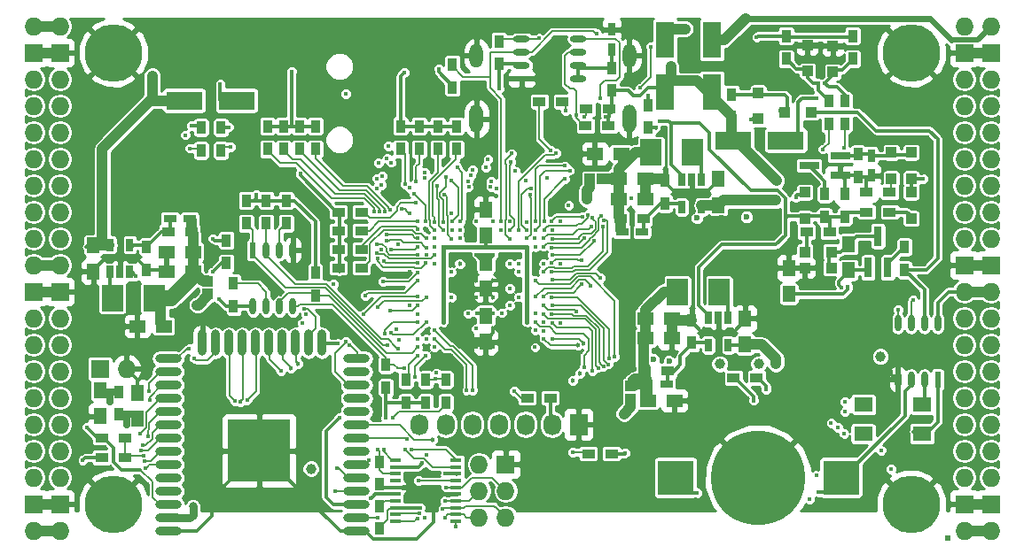
<source format=gbl>
G04 #@! TF.FileFunction,Copper,L4,Bot,Signal*
%FSLAX46Y46*%
G04 Gerber Fmt 4.6, Leading zero omitted, Abs format (unit mm)*
G04 Created by KiCad (PCBNEW 4.0.7+dfsg1-1) date Sat Dec  9 02:02:02 2017*
%MOMM*%
%LPD*%
G01*
G04 APERTURE LIST*
%ADD10C,0.100000*%
%ADD11O,1.727200X1.727200*%
%ADD12R,1.727200X1.727200*%
%ADD13R,0.500000X0.500000*%
%ADD14R,0.900000X1.200000*%
%ADD15R,1.000000X1.000000*%
%ADD16R,1.800000X3.500000*%
%ADD17R,2.000000X2.500000*%
%ADD18R,0.700000X1.200000*%
%ADD19R,1.250000X1.500000*%
%ADD20R,1.500000X1.250000*%
%ADD21R,0.800000X1.900000*%
%ADD22R,1.900000X0.800000*%
%ADD23R,1.200000X0.750000*%
%ADD24R,0.750000X1.200000*%
%ADD25R,1.200000X0.900000*%
%ADD26C,5.500000*%
%ADD27R,1.000000X0.400000*%
%ADD28R,1.727200X2.032000*%
%ADD29O,1.727200X2.032000*%
%ADD30R,3.500000X1.800000*%
%ADD31R,3.500000X3.300000*%
%ADD32C,9.000000*%
%ADD33O,1.300000X2.700000*%
%ADD34O,1.300000X2.300000*%
%ADD35R,0.600000X1.550000*%
%ADD36O,0.600000X1.550000*%
%ADD37R,1.550000X0.600000*%
%ADD38O,1.550000X0.600000*%
%ADD39O,2.500000X0.900000*%
%ADD40O,0.900000X2.500000*%
%ADD41R,6.000000X6.000000*%
%ADD42R,1.800000X1.400000*%
%ADD43C,0.600000*%
%ADD44C,1.000000*%
%ADD45C,0.400000*%
%ADD46C,0.454000*%
%ADD47C,0.800000*%
%ADD48C,0.700000*%
%ADD49C,0.300000*%
%ADD50C,0.190000*%
%ADD51C,1.000000*%
%ADD52C,0.600000*%
%ADD53C,0.500000*%
%ADD54C,0.800000*%
%ADD55C,0.700000*%
%ADD56C,0.400000*%
%ADD57C,0.200000*%
%ADD58C,1.500000*%
%ADD59C,0.127000*%
%ADD60C,1.200000*%
%ADD61C,0.254000*%
G04 APERTURE END LIST*
D10*
D11*
X97910000Y-62690000D03*
X95370000Y-62690000D03*
D12*
X97910000Y-65230000D03*
X95370000Y-65230000D03*
D11*
X97910000Y-67770000D03*
X95370000Y-67770000D03*
X97910000Y-70310000D03*
X95370000Y-70310000D03*
X97910000Y-72850000D03*
X95370000Y-72850000D03*
X97910000Y-75390000D03*
X95370000Y-75390000D03*
X97910000Y-77930000D03*
X95370000Y-77930000D03*
X97910000Y-80470000D03*
X95370000Y-80470000D03*
X97910000Y-83010000D03*
X95370000Y-83010000D03*
X97910000Y-85550000D03*
X95370000Y-85550000D03*
D12*
X97910000Y-88090000D03*
X95370000Y-88090000D03*
D11*
X97910000Y-90630000D03*
X95370000Y-90630000D03*
X97910000Y-93170000D03*
X95370000Y-93170000D03*
X97910000Y-95710000D03*
X95370000Y-95710000D03*
X97910000Y-98250000D03*
X95370000Y-98250000D03*
X97910000Y-100790000D03*
X95370000Y-100790000D03*
X97910000Y-103330000D03*
X95370000Y-103330000D03*
X97910000Y-105870000D03*
X95370000Y-105870000D03*
D12*
X97910000Y-108410000D03*
X95370000Y-108410000D03*
D11*
X97910000Y-110950000D03*
X95370000Y-110950000D03*
D13*
X182675150Y-111637626D03*
D14*
X103498000Y-99858000D03*
X103498000Y-97658000D03*
D15*
X152393000Y-97142000D03*
X152393000Y-98342000D03*
D16*
X155695000Y-69000000D03*
X155695000Y-64000000D03*
D14*
X154044000Y-72426000D03*
X154044000Y-70226000D03*
D17*
X160870000Y-88090000D03*
X156870000Y-88090000D03*
D18*
X159825000Y-90600000D03*
X160775000Y-90600000D03*
X161725000Y-90600000D03*
X161725000Y-93200000D03*
X159825000Y-93200000D03*
D17*
X102895000Y-88725000D03*
X106895000Y-88725000D03*
D18*
X104575000Y-86215000D03*
X103625000Y-86215000D03*
X102675000Y-86215000D03*
X102675000Y-83615000D03*
X104575000Y-83615000D03*
D17*
X158330000Y-74755000D03*
X154330000Y-74755000D03*
D18*
X157285000Y-77392000D03*
X158235000Y-77392000D03*
X159185000Y-77392000D03*
X159185000Y-79992000D03*
X157285000Y-79992000D03*
D19*
X101085000Y-83665000D03*
X101085000Y-86165000D03*
D20*
X153810000Y-90630000D03*
X156310000Y-90630000D03*
X153810000Y-92535000D03*
X156310000Y-92535000D03*
D19*
X163315000Y-93150000D03*
X163315000Y-90650000D03*
D20*
X151270000Y-79200000D03*
X153770000Y-79200000D03*
X151270000Y-77295000D03*
X153770000Y-77295000D03*
D19*
X160775000Y-79815000D03*
X160775000Y-77315000D03*
D20*
X110590000Y-84280000D03*
X108090000Y-84280000D03*
X110590000Y-86185000D03*
X108090000Y-86185000D03*
D19*
X173221000Y-86038000D03*
X173221000Y-83538000D03*
D21*
X176965000Y-85780000D03*
X175065000Y-85780000D03*
X176015000Y-82780000D03*
D22*
X172435000Y-75075000D03*
X172435000Y-76975000D03*
X169435000Y-76025000D03*
D23*
X153910000Y-96910000D03*
X155810000Y-96910000D03*
X151570000Y-82375000D03*
X153470000Y-82375000D03*
X110290000Y-81105000D03*
X108390000Y-81105000D03*
D24*
X175380000Y-75075000D03*
X175380000Y-76975000D03*
D25*
X169200000Y-82375000D03*
X171400000Y-82375000D03*
D14*
X172840000Y-80935000D03*
X172840000Y-78735000D03*
D25*
X177115000Y-80470000D03*
X174915000Y-80470000D03*
D14*
X174110000Y-74925000D03*
X174110000Y-77125000D03*
X178555000Y-83815000D03*
X178555000Y-86015000D03*
X113785000Y-83180000D03*
X113785000Y-85380000D03*
X170935000Y-80935000D03*
X170935000Y-78735000D03*
X128390000Y-108580000D03*
X128390000Y-110780000D03*
D25*
X150572000Y-103584000D03*
X148372000Y-103584000D03*
X177115000Y-78565000D03*
X174915000Y-78565000D03*
X153760000Y-95640000D03*
X155960000Y-95640000D03*
X110440000Y-82375000D03*
X108240000Y-82375000D03*
X151420000Y-81105000D03*
X153620000Y-81105000D03*
D14*
X158235000Y-90800000D03*
X158235000Y-93000000D03*
X106165000Y-86015000D03*
X106165000Y-83815000D03*
X155695000Y-77465000D03*
X155695000Y-79665000D03*
D25*
X126696000Y-85804000D03*
X124496000Y-85804000D03*
X126696000Y-84026000D03*
X124496000Y-84026000D03*
X126696000Y-82248000D03*
X124496000Y-82248000D03*
X126696000Y-80470000D03*
X124496000Y-80470000D03*
D14*
X130422000Y-74458000D03*
X130422000Y-72258000D03*
X132200000Y-74458000D03*
X132200000Y-72258000D03*
X133978000Y-74458000D03*
X133978000Y-72258000D03*
X135756000Y-74458000D03*
X135756000Y-72258000D03*
D24*
X150589600Y-64910000D03*
X150589600Y-63010000D03*
D11*
X184270000Y-110950000D03*
X186810000Y-110950000D03*
D12*
X184270000Y-108410000D03*
X186810000Y-108410000D03*
D11*
X184270000Y-105870000D03*
X186810000Y-105870000D03*
X184270000Y-103330000D03*
X186810000Y-103330000D03*
X184270000Y-100790000D03*
X186810000Y-100790000D03*
X184270000Y-98250000D03*
X186810000Y-98250000D03*
X184270000Y-95710000D03*
X186810000Y-95710000D03*
X184270000Y-93170000D03*
X186810000Y-93170000D03*
X184270000Y-90630000D03*
X186810000Y-90630000D03*
X184270000Y-88090000D03*
X186810000Y-88090000D03*
D12*
X184270000Y-85550000D03*
X186810000Y-85550000D03*
D11*
X184270000Y-83010000D03*
X186810000Y-83010000D03*
X184270000Y-80470000D03*
X186810000Y-80470000D03*
X184270000Y-77930000D03*
X186810000Y-77930000D03*
X184270000Y-75390000D03*
X186810000Y-75390000D03*
X184270000Y-72850000D03*
X186810000Y-72850000D03*
X184270000Y-70310000D03*
X186810000Y-70310000D03*
X184270000Y-67770000D03*
X186810000Y-67770000D03*
D12*
X184270000Y-65230000D03*
X186810000Y-65230000D03*
D11*
X184270000Y-62690000D03*
X186810000Y-62690000D03*
D26*
X102990000Y-108410000D03*
X179190000Y-108410000D03*
X179190000Y-65230000D03*
X102990000Y-65230000D03*
D14*
X162045000Y-71410000D03*
X162045000Y-69210000D03*
X139820000Y-66330000D03*
X139820000Y-64130000D03*
X135375000Y-68532000D03*
X135375000Y-66332000D03*
X150615000Y-68870000D03*
X150615000Y-66670000D03*
D25*
X150275000Y-72215000D03*
X148075000Y-72215000D03*
X150380000Y-70600000D03*
X148180000Y-70600000D03*
D27*
X135735000Y-104215000D03*
X135735000Y-104865000D03*
X135735000Y-105515000D03*
X135735000Y-106165000D03*
X135735000Y-106815000D03*
X135735000Y-107465000D03*
X135735000Y-108115000D03*
X135735000Y-108765000D03*
X135735000Y-109415000D03*
X135735000Y-110065000D03*
X129935000Y-110065000D03*
X129935000Y-109415000D03*
X129935000Y-108765000D03*
X129935000Y-108115000D03*
X129935000Y-107465000D03*
X129935000Y-106815000D03*
X129935000Y-106165000D03*
X129935000Y-105515000D03*
X129935000Y-104865000D03*
X129935000Y-104215000D03*
D14*
X119500000Y-79370000D03*
X119500000Y-81570000D03*
X114480000Y-89500000D03*
X114480000Y-87300000D03*
X129025000Y-97275000D03*
X129025000Y-95075000D03*
X117595000Y-79370000D03*
X117595000Y-81570000D03*
X122280000Y-86300000D03*
X122280000Y-88500000D03*
X115690000Y-79370000D03*
X115690000Y-81570000D03*
D25*
X144730000Y-98250000D03*
X142530000Y-98250000D03*
D14*
X132835000Y-98715000D03*
X132835000Y-96515000D03*
X130930000Y-98715000D03*
X130930000Y-96515000D03*
D25*
X101890000Y-103965000D03*
X104090000Y-103965000D03*
D12*
X101720000Y-95456000D03*
D11*
X104260000Y-95456000D03*
D25*
X104090000Y-102060000D03*
X101890000Y-102060000D03*
D19*
X167506000Y-88324000D03*
X167506000Y-85824000D03*
D25*
X164415000Y-96345000D03*
X162215000Y-96345000D03*
D14*
X167252000Y-65822000D03*
X167252000Y-63622000D03*
D12*
X140455000Y-104600000D03*
D11*
X137915000Y-104600000D03*
X140455000Y-107140000D03*
X137915000Y-107140000D03*
X140455000Y-109680000D03*
X137915000Y-109680000D03*
D19*
X138550000Y-90396000D03*
X138550000Y-92896000D03*
X138550000Y-82736000D03*
X138550000Y-80236000D03*
X138550000Y-85316000D03*
X138550000Y-87816000D03*
X101720000Y-97508000D03*
X101720000Y-100008000D03*
D14*
X113277000Y-74585000D03*
X113277000Y-72385000D03*
X111372000Y-74585000D03*
X111372000Y-72385000D03*
X172840000Y-72045000D03*
X172840000Y-69845000D03*
X171316000Y-72045000D03*
X171316000Y-69845000D03*
D28*
X147440000Y-100790000D03*
D29*
X144900000Y-100790000D03*
X142360000Y-100790000D03*
X139820000Y-100790000D03*
X137280000Y-100790000D03*
X134740000Y-100790000D03*
X132200000Y-100790000D03*
D19*
X105276000Y-100262000D03*
X105276000Y-97762000D03*
D30*
X109761000Y-69802000D03*
X114761000Y-69802000D03*
X167212000Y-73612000D03*
X162212000Y-73612000D03*
D16*
X160140000Y-64000000D03*
X160140000Y-69000000D03*
D20*
X154064000Y-98504000D03*
X156564000Y-98504000D03*
X107796000Y-91392000D03*
X105296000Y-91392000D03*
X151484000Y-74882000D03*
X148984000Y-74882000D03*
D14*
X173602000Y-65822000D03*
X173602000Y-63622000D03*
X134740000Y-96515000D03*
X134740000Y-98715000D03*
D31*
X172485000Y-105870000D03*
X156685000Y-105870000D03*
D32*
X164585000Y-105870000D03*
D15*
X169284000Y-66988000D03*
X169284000Y-64488000D03*
X171697000Y-67081000D03*
X171697000Y-64581000D03*
X169050000Y-84280000D03*
X171550000Y-84280000D03*
X179190000Y-81085000D03*
X179190000Y-78585000D03*
X169030000Y-81085000D03*
X169030000Y-78585000D03*
X171550000Y-85804000D03*
X169050000Y-85804000D03*
X179190000Y-77275000D03*
X179190000Y-74775000D03*
X177285000Y-74775000D03*
X177285000Y-77275000D03*
X167145000Y-70945000D03*
X169645000Y-70945000D03*
X164585000Y-69060000D03*
X164585000Y-71560000D03*
X112007000Y-87109000D03*
X112007000Y-88309000D03*
X149691000Y-77295000D03*
X148491000Y-77295000D03*
D14*
X128390000Y-106546000D03*
X128390000Y-104346000D03*
X117722000Y-74458000D03*
X117722000Y-72258000D03*
X119246000Y-74458000D03*
X119246000Y-72258000D03*
X120770000Y-74458000D03*
X120770000Y-72258000D03*
X122294000Y-74458000D03*
X122294000Y-72258000D03*
D25*
X145880000Y-69900000D03*
X143680000Y-69900000D03*
D33*
X152280000Y-71550000D03*
X137680000Y-71550000D03*
D34*
X137680000Y-65500000D03*
X152280000Y-65500000D03*
D35*
X181730000Y-96505000D03*
D36*
X180460000Y-96505000D03*
X179190000Y-96505000D03*
X177920000Y-96505000D03*
X177920000Y-91105000D03*
X179190000Y-91105000D03*
X180460000Y-91105000D03*
X181730000Y-91105000D03*
D37*
X141980000Y-67706500D03*
D38*
X141980000Y-66436500D03*
X141980000Y-65166500D03*
X141980000Y-63896500D03*
X147380000Y-63896500D03*
X147380000Y-65166500D03*
X147380000Y-66436500D03*
X147380000Y-67706500D03*
D35*
X116325000Y-84120000D03*
D36*
X117595000Y-84120000D03*
X118865000Y-84120000D03*
X120135000Y-84120000D03*
X120135000Y-89520000D03*
X118865000Y-89520000D03*
X117595000Y-89520000D03*
X116325000Y-89520000D03*
D39*
X126230000Y-111000000D03*
X126230000Y-109730000D03*
X126230000Y-108460000D03*
X126230000Y-107190000D03*
X126230000Y-105920000D03*
X126230000Y-104650000D03*
X126230000Y-103380000D03*
X126230000Y-102110000D03*
X126230000Y-100840000D03*
X126230000Y-99570000D03*
X126230000Y-98300000D03*
X126230000Y-97030000D03*
X126230000Y-95760000D03*
X126230000Y-94490000D03*
D40*
X122945000Y-93000000D03*
X121675000Y-93000000D03*
X120405000Y-93000000D03*
X119135000Y-93000000D03*
X117865000Y-93000000D03*
X116595000Y-93000000D03*
X115325000Y-93000000D03*
X114055000Y-93000000D03*
X112785000Y-93000000D03*
X111515000Y-93000000D03*
D39*
X108230000Y-94490000D03*
X108230000Y-95760000D03*
X108230000Y-97030000D03*
X108230000Y-98300000D03*
X108230000Y-99570000D03*
X108230000Y-100840000D03*
X108230000Y-102110000D03*
X108230000Y-103380000D03*
X108230000Y-104650000D03*
X108230000Y-105920000D03*
X108230000Y-107190000D03*
X108230000Y-108460000D03*
X108230000Y-109730000D03*
X108230000Y-111000000D03*
D41*
X116930000Y-103300000D03*
D42*
X180212000Y-98882000D03*
X174612000Y-98882000D03*
X174612000Y-101682000D03*
X180212000Y-101682000D03*
D43*
X152525938Y-81463870D03*
D44*
X162956098Y-95078488D03*
X158539988Y-94868772D03*
D43*
X161075765Y-80992022D03*
X164882869Y-80938986D03*
X156262773Y-81349374D03*
D44*
X177229911Y-82281349D03*
D43*
X123437000Y-108972000D03*
D45*
X132871770Y-84533979D03*
X132862998Y-82124544D03*
X131278306Y-86213101D03*
X135281276Y-80583119D03*
X131279502Y-89407325D03*
X170309539Y-85441529D03*
X145698456Y-91073766D03*
X145672808Y-85396062D03*
X144103186Y-84622010D03*
X133216000Y-107465000D03*
X137680000Y-88600000D03*
X142480000Y-95000000D03*
X141680000Y-92600000D03*
X140836000Y-84534000D03*
X135284627Y-94985297D03*
X135288625Y-94225619D03*
X134455822Y-94267172D03*
X136095958Y-93369652D03*
D46*
X139264636Y-91615205D03*
D44*
X116880503Y-64802940D03*
X106974809Y-64953974D03*
X175210328Y-64948943D03*
X165417246Y-64954666D03*
D45*
X175495631Y-71457432D03*
X145680000Y-94177990D03*
X177285000Y-95710000D03*
X140880000Y-81400000D03*
X136085174Y-89394826D03*
X145680000Y-81400000D03*
X140874194Y-91433353D03*
X142480000Y-94200000D03*
X140880000Y-93400000D03*
X139280000Y-93400000D03*
X137680000Y-93400000D03*
X136880000Y-92600000D03*
X135280000Y-92600000D03*
X132880000Y-91800000D03*
X132880000Y-93400000D03*
D46*
X141042859Y-86994997D03*
X139280000Y-87000000D03*
X136110990Y-86995403D03*
X137680000Y-87000000D03*
X136080000Y-84600000D03*
X139280000Y-88600000D03*
D44*
X106720415Y-67436305D03*
X166284693Y-95025145D03*
X166248957Y-79348409D03*
X166343357Y-77477990D03*
D45*
X172564535Y-87722010D03*
D44*
X121861867Y-105030174D03*
D45*
X150030853Y-71331848D03*
D44*
X156235582Y-66548363D03*
X101932065Y-82585048D03*
D45*
X127586603Y-107875044D03*
D44*
X157600000Y-62944000D03*
D45*
X109848000Y-73104000D03*
D44*
X160905403Y-95006436D03*
D43*
X158731133Y-81048929D03*
X154593901Y-94607945D03*
X156088245Y-94762980D03*
D44*
X164625730Y-94982471D03*
D43*
X163462982Y-80942429D03*
D44*
X176254940Y-94288458D03*
D47*
X110593913Y-108636458D03*
D45*
X180340784Y-77316932D03*
X148271935Y-77777990D03*
X173137949Y-87594275D03*
D44*
X148202454Y-79278787D03*
D48*
X102710050Y-98594954D03*
D45*
X154794000Y-72426000D03*
X129005202Y-100174798D03*
X137659051Y-91638034D03*
X139820000Y-68665673D03*
X172834633Y-99599920D03*
X172879922Y-98618650D03*
X176305593Y-103279812D03*
X164433885Y-63737451D03*
X134079160Y-66786153D03*
X116654336Y-78777990D03*
X112515000Y-83010000D03*
X100080000Y-104200000D03*
X113080000Y-88800000D03*
X135273306Y-88618602D03*
X139272517Y-84611349D03*
X137680556Y-84534085D03*
X141680000Y-86200000D03*
X135280000Y-86200000D03*
X132880000Y-92600000D03*
X132080000Y-92600000D03*
X141680000Y-88600000D03*
X141680000Y-85400000D03*
X165349214Y-97422919D03*
X121401947Y-90251871D03*
X129988160Y-91721995D03*
X130302262Y-92700329D03*
X121041200Y-91125073D03*
D44*
X110991000Y-89360000D03*
D45*
X142480000Y-91000000D03*
X142480000Y-83800000D03*
X134480000Y-83800000D03*
X134480000Y-91000000D03*
X105160274Y-86610828D03*
X125193541Y-69156848D03*
X155149360Y-71764535D03*
X170182962Y-69571012D03*
X170362901Y-107286196D03*
X158716651Y-107325176D03*
X128216338Y-109760338D03*
X132708000Y-109680000D03*
X137295592Y-97538017D03*
X134750646Y-106810513D03*
X133680000Y-91800000D03*
X136740903Y-97514503D03*
X134675868Y-108131585D03*
D46*
X133449289Y-102232615D03*
D45*
X133680000Y-92600000D03*
X132936956Y-103711000D03*
X127385678Y-104203668D03*
X133685482Y-93402296D03*
X134463998Y-108841973D03*
X131039072Y-102187000D03*
X131808905Y-96227367D03*
X134636872Y-109719950D03*
X132846234Y-94197073D03*
X120834553Y-76779094D03*
X130761990Y-67119621D03*
X147186000Y-71200000D03*
X147983153Y-71347080D03*
X149475951Y-69619684D03*
X153297112Y-68608292D03*
X177926984Y-89812061D03*
X154329326Y-64643767D03*
X152497066Y-79193467D03*
X146481406Y-79819384D03*
X143650666Y-63862520D03*
X179351513Y-88868327D03*
X149134122Y-63424051D03*
X140035989Y-81400000D03*
X115759823Y-98502036D03*
X132083026Y-86260405D03*
X128776655Y-87135140D03*
X119008515Y-95662939D03*
D46*
X119978162Y-95412951D03*
X120634035Y-94977604D03*
D45*
X113212238Y-68244401D03*
X146180000Y-70800000D03*
X131453853Y-103208291D03*
X149771692Y-81825658D03*
X144080000Y-86200000D03*
X149520824Y-86769192D03*
X144894316Y-86977564D03*
X144873936Y-83860397D03*
X149549750Y-80868432D03*
D46*
X147355672Y-93219294D03*
D45*
X144113248Y-92588762D03*
X144875155Y-86218896D03*
X149846468Y-81303978D03*
X144916886Y-83016385D03*
X148719886Y-81056015D03*
D46*
X147915304Y-93063131D03*
D45*
X144882352Y-92577990D03*
X148747982Y-95669626D03*
X144891634Y-91073766D03*
X149795895Y-95251084D03*
X144867244Y-90229755D03*
X150278898Y-95040253D03*
X144892596Y-89385743D03*
X150345974Y-94517527D03*
X144877648Y-88622010D03*
X150889207Y-94332565D03*
X143280000Y-87000000D03*
X130807074Y-95454141D03*
X130171404Y-93544341D03*
X132080000Y-93400000D03*
X129196652Y-93209125D03*
X133852393Y-95875797D03*
X141280000Y-97600000D03*
X133762848Y-96395146D03*
X132080000Y-94200000D03*
X128610772Y-84072485D03*
X105895603Y-103765816D03*
X130839486Y-103208291D03*
X132075624Y-89410644D03*
X129449238Y-89926948D03*
X128806823Y-103185900D03*
X128251440Y-89564206D03*
X132162861Y-106185868D03*
X132880000Y-88600000D03*
X124329568Y-104994951D03*
X127040053Y-88481065D03*
X132080000Y-87000000D03*
X125499542Y-93250681D03*
X124202418Y-107207639D03*
X132024412Y-109766775D03*
X110313517Y-74380698D03*
X132219727Y-109277292D03*
X114166000Y-74247000D03*
X135315381Y-81391918D03*
X135280062Y-77463305D03*
X134471370Y-81406751D03*
X134758050Y-77130140D03*
X132761172Y-77202673D03*
X132737245Y-76676207D03*
X128644933Y-77050030D03*
X128152012Y-77257840D03*
X128125571Y-78233647D03*
X110718734Y-94451783D03*
X128590544Y-77894041D03*
X110249038Y-93533767D03*
X106368514Y-97598098D03*
X131253134Y-78134216D03*
X106477197Y-98487772D03*
X132783339Y-81400004D03*
X131709326Y-78745875D03*
X132079024Y-82984045D03*
X129109095Y-82655074D03*
X105572759Y-101661319D03*
X106276126Y-101893466D03*
X132880889Y-83897835D03*
X129054383Y-83179239D03*
X129487667Y-84079929D03*
X132083682Y-83828056D03*
X105813763Y-102819336D03*
X132062099Y-84533979D03*
X128165458Y-83528763D03*
X105627254Y-103312241D03*
X128183315Y-84380742D03*
X105992720Y-104283802D03*
X133671942Y-84595200D03*
X132834641Y-85377990D03*
X128203260Y-84907376D03*
X106088753Y-104974041D03*
D46*
X146862501Y-96617499D03*
X147534467Y-95913260D03*
D45*
X147927932Y-95329243D03*
X143280000Y-91000000D03*
X149284391Y-95377990D03*
X144077013Y-90266968D03*
X147207648Y-89973043D03*
X144076240Y-89395301D03*
X143281824Y-90201951D03*
X144102010Y-85397219D03*
X147687522Y-85093328D03*
X144868096Y-85371354D03*
X148610669Y-81900026D03*
X144102010Y-83000000D03*
X144888125Y-82172374D03*
X147695541Y-87403214D03*
X144082832Y-88584510D03*
X148578814Y-87496879D03*
X143278026Y-88595030D03*
X144125486Y-82186468D03*
X148298275Y-80739810D03*
X144876540Y-81328363D03*
X147802234Y-80917812D03*
X139280000Y-81400000D03*
X139578623Y-78205862D03*
X139034115Y-78040948D03*
X139046749Y-77514088D03*
X138580000Y-76200000D03*
X138779198Y-75400762D03*
X137680000Y-81400000D03*
X137308732Y-76415018D03*
X137106948Y-76979922D03*
X136859538Y-77550820D03*
X136922059Y-78097889D03*
X136096392Y-81395070D03*
X135830698Y-76200613D03*
X148878722Y-83261032D03*
X144915665Y-84598743D03*
X148001372Y-82958777D03*
X144103186Y-83777990D03*
X142841210Y-78784254D03*
X142473549Y-82998913D03*
X142864275Y-78217369D03*
X142437464Y-82181475D03*
X146089079Y-77300571D03*
X144144931Y-81387081D03*
X144394875Y-77219934D03*
X146577729Y-76500816D03*
X143281475Y-82206074D03*
X146130802Y-76060132D03*
X143300920Y-81377293D03*
X145255695Y-74817220D03*
X141662690Y-82207782D03*
X142456909Y-81405800D03*
X140030954Y-82200000D03*
X141342967Y-76554996D03*
X141046643Y-74873804D03*
X140864029Y-83041403D03*
X140874966Y-82177164D03*
X140980062Y-75681941D03*
X115149319Y-98625494D03*
X132872609Y-82968555D03*
X132080007Y-82103333D03*
X132080000Y-81400000D03*
X131847310Y-79589886D03*
X130856828Y-77786820D03*
X131923295Y-77584853D03*
X133648389Y-82190597D03*
X133627359Y-81414685D03*
X129477855Y-92000822D03*
X132880000Y-91000000D03*
X128879646Y-92111037D03*
X132077648Y-90977990D03*
X131275302Y-80595752D03*
X130489904Y-80167235D03*
X128823114Y-85153560D03*
X132072985Y-85377990D03*
X134476508Y-82180155D03*
X133942383Y-77980766D03*
X163908850Y-71651861D03*
X135656559Y-110610712D03*
X132468001Y-104503413D03*
X146844288Y-103452739D03*
X132285867Y-108754446D03*
X134707351Y-105508447D03*
D48*
X104260000Y-100790000D03*
D45*
X114604320Y-98573680D03*
X112515000Y-86185000D03*
X164144561Y-98511733D03*
X170157734Y-105666345D03*
X169506589Y-107953726D03*
X170735900Y-74464979D03*
X143257990Y-83000000D03*
X168166438Y-79108038D03*
X151896383Y-103510715D03*
X114039000Y-72342000D03*
X110483000Y-72215000D03*
X143269694Y-93414905D03*
X177274002Y-105079115D03*
X172761273Y-101651681D03*
X143280000Y-91800000D03*
X172193360Y-101105663D03*
X144064831Y-91877646D03*
X171540304Y-100645743D03*
X144080000Y-91000000D03*
X135320520Y-82196441D03*
X129493343Y-75737814D03*
X136080000Y-82200000D03*
X129125079Y-75315804D03*
X136080000Y-83000000D03*
X129252218Y-74142461D03*
X142377451Y-77497451D03*
X172746637Y-74347988D03*
X143280000Y-83800000D03*
X170300000Y-68151000D03*
X170950000Y-68125562D03*
X125167387Y-92841517D03*
X121206217Y-89762554D03*
X132082956Y-90210779D03*
X182675150Y-111637626D03*
X124027706Y-87347706D03*
X124027707Y-87347707D03*
X166678914Y-70803555D03*
X129660000Y-100155000D03*
X124580000Y-100155000D03*
X132084049Y-88558274D03*
X126880008Y-90276109D03*
X128280000Y-103200000D03*
X120008000Y-67008000D03*
X127889625Y-80407426D03*
X133680000Y-85400000D03*
X130204628Y-83599483D03*
X128416582Y-80399850D03*
X133680000Y-83800000D03*
X128943593Y-80399729D03*
X133680000Y-83000000D03*
X129457990Y-80285112D03*
X144780000Y-74590382D03*
X124453000Y-93043000D03*
X137689001Y-90122990D03*
D44*
X151758000Y-99774000D03*
D45*
X136885174Y-90194826D03*
X140094890Y-90122990D03*
X139280000Y-90122990D03*
X140880000Y-89400000D03*
X140880000Y-87800000D03*
X140880000Y-85400000D03*
D46*
X136080000Y-85400000D03*
D45*
X128333179Y-75769807D03*
X134613000Y-78819000D03*
X135280000Y-83022010D03*
X154052298Y-69302298D03*
X100450000Y-101044000D03*
D49*
X155822000Y-83645000D02*
X155822000Y-81790147D01*
X155822000Y-81790147D02*
X156262773Y-81349374D01*
X153039876Y-83645000D02*
X155822000Y-83645000D01*
X152525938Y-83131062D02*
X153039876Y-83645000D01*
X152525938Y-81463870D02*
X152525938Y-83131062D01*
D50*
X138029000Y-66332000D02*
X138115000Y-66246000D01*
D49*
X133415999Y-107664999D02*
X133216000Y-107465000D01*
X133612013Y-107861013D02*
X133415999Y-107664999D01*
X131991648Y-111780338D02*
X133612013Y-110159973D01*
X127810434Y-111780338D02*
X131991648Y-111780338D01*
X133612013Y-110159973D02*
X133612013Y-107861013D01*
X127060434Y-111030338D02*
X127810434Y-111780338D01*
X126260434Y-111030338D02*
X127060434Y-111030338D01*
D51*
X184270000Y-108410000D02*
X186810000Y-108410000D01*
X184270000Y-85550000D02*
X186810000Y-85550000D01*
X184270000Y-65230000D02*
X186810000Y-65230000D01*
X95370000Y-65230000D02*
X97910000Y-65230000D01*
X95370000Y-88090000D02*
X97910000Y-88090000D01*
X95370000Y-108410000D02*
X97910000Y-108410000D01*
D49*
X108260434Y-111030338D02*
X109060434Y-111030338D01*
X109060434Y-111030338D02*
X109140772Y-110950000D01*
X110957617Y-110950000D02*
X112380000Y-109527617D01*
X109140772Y-110950000D02*
X110957617Y-110950000D01*
X112380000Y-109527617D02*
X112380000Y-107854384D01*
X112380000Y-107854384D02*
X116904046Y-103330338D01*
X116904046Y-103330338D02*
X116960434Y-103330338D01*
X167506000Y-85824000D02*
X169927068Y-85824000D01*
X169927068Y-85824000D02*
X170109540Y-85641528D01*
X170109540Y-85641528D02*
X170309539Y-85441529D01*
X104260000Y-95456000D02*
X105276000Y-96472000D01*
X105276000Y-96472000D02*
X105276000Y-97762000D01*
X133216000Y-107465000D02*
X132214478Y-107465000D01*
X135735000Y-107465000D02*
X133216000Y-107465000D01*
X132214478Y-107465000D02*
X131572496Y-106823018D01*
X131572496Y-106823018D02*
X129919874Y-106823018D01*
X126260434Y-111030338D02*
X124660659Y-111030338D01*
X124660659Y-111030338D02*
X116960659Y-103330338D01*
X116960659Y-103330338D02*
X116960434Y-103330338D01*
X129935000Y-106815000D02*
X128659000Y-106815000D01*
X128659000Y-106815000D02*
X128390000Y-106546000D01*
X128390000Y-106546000D02*
X128558000Y-106546000D01*
X136126306Y-93400000D02*
X136095958Y-93369652D01*
X136880000Y-92600000D02*
X136110348Y-93369652D01*
X136049652Y-93369652D02*
X136095958Y-93369652D01*
X137680000Y-93400000D02*
X136126306Y-93400000D01*
X135280000Y-92600000D02*
X136049652Y-93369652D01*
X136110348Y-93369652D02*
X136095958Y-93369652D01*
X139264636Y-92054364D02*
X139264636Y-91936231D01*
X139264636Y-91936231D02*
X139264636Y-91615205D01*
X138550000Y-92769000D02*
X139264636Y-92054364D01*
X136880000Y-92600000D02*
X137680000Y-93400000D01*
X136880000Y-92600000D02*
X138381000Y-92600000D01*
X138381000Y-92600000D02*
X138550000Y-92769000D01*
X135280000Y-92600000D02*
X136880000Y-92600000D01*
X138550000Y-92769000D02*
X138649000Y-92769000D01*
X138649000Y-92769000D02*
X139280000Y-93400000D01*
X138550000Y-92769000D02*
X138311000Y-92769000D01*
X138311000Y-92769000D02*
X137680000Y-93400000D01*
X175042385Y-64781000D02*
X175210328Y-64948943D01*
X171697000Y-64781000D02*
X175042385Y-64781000D01*
X165683912Y-64688000D02*
X165417246Y-64954666D01*
X169284000Y-64688000D02*
X165683912Y-64688000D01*
X169284000Y-64688000D02*
X171604000Y-64688000D01*
X171604000Y-64688000D02*
X171697000Y-64781000D01*
X177285000Y-95710000D02*
X177285000Y-95964000D01*
X177285000Y-95964000D02*
X177920000Y-96599000D01*
X102210000Y-84915000D02*
X103625000Y-84915000D01*
X103625000Y-84915000D02*
X105215000Y-84915000D01*
X103625000Y-86215000D02*
X103625000Y-84915000D01*
X105215000Y-84915000D02*
X106165000Y-85865000D01*
X106165000Y-85865000D02*
X106165000Y-86015000D01*
X101085000Y-86165000D02*
X101085000Y-86040000D01*
X101085000Y-86040000D02*
X102210000Y-84915000D01*
X106165000Y-86015000D02*
X107920000Y-86015000D01*
X107920000Y-86015000D02*
X108090000Y-86185000D01*
D51*
X153770000Y-77295000D02*
X155525000Y-77295000D01*
D49*
X155525000Y-77295000D02*
X155695000Y-77465000D01*
D51*
X153770000Y-79200000D02*
X153770000Y-77295000D01*
D49*
X174110000Y-77125000D02*
X174745000Y-77125000D01*
X174745000Y-77125000D02*
X175230000Y-77125000D01*
X174915000Y-78565000D02*
X174915000Y-77295000D01*
X174915000Y-77295000D02*
X174745000Y-77125000D01*
X172840000Y-78735000D02*
X172840000Y-77380000D01*
X172840000Y-77380000D02*
X172435000Y-76975000D01*
X175230000Y-77125000D02*
X175380000Y-76975000D01*
X172435000Y-76975000D02*
X173960000Y-76975000D01*
X173960000Y-76975000D02*
X174110000Y-77125000D01*
X137680000Y-86200000D02*
X137680000Y-86600000D01*
X136080000Y-84600000D02*
X137680000Y-86200000D01*
X159850000Y-78365000D02*
X158235000Y-78365000D01*
X158235000Y-78365000D02*
X156445000Y-78365000D01*
X158235000Y-77235000D02*
X158235000Y-78365000D01*
X160775000Y-77315000D02*
X160775000Y-77440000D01*
X160775000Y-77440000D02*
X159850000Y-78365000D01*
X156445000Y-78365000D02*
X155695000Y-77615000D01*
X155695000Y-77615000D02*
X155695000Y-77465000D01*
D51*
X156310000Y-90630000D02*
X156310000Y-92535000D01*
X158235000Y-90800000D02*
X156480000Y-90800000D01*
D49*
X156480000Y-90800000D02*
X156310000Y-90630000D01*
X163315000Y-90650000D02*
X163315000Y-90834602D01*
X163315000Y-90834602D02*
X162249602Y-91900000D01*
X162249602Y-91900000D02*
X160775000Y-91900000D01*
X101085000Y-86165000D02*
X101085000Y-85929893D01*
X106165000Y-85944374D02*
X106165000Y-86015000D01*
X159185000Y-91900000D02*
X160775000Y-91900000D01*
X160775000Y-90600000D02*
X160775000Y-91900000D01*
X158235000Y-90800000D02*
X158235000Y-90950000D01*
X158235000Y-90950000D02*
X159185000Y-91900000D01*
X108090000Y-84280000D02*
X108090000Y-86185000D01*
X107625000Y-84745000D02*
X108090000Y-84280000D01*
X108070000Y-84260000D02*
X108090000Y-84280000D01*
X141037856Y-87000000D02*
X141042859Y-86994997D01*
X139280000Y-87000000D02*
X141037856Y-87000000D01*
X136432016Y-86995403D02*
X136110990Y-86995403D01*
X137284597Y-86995403D02*
X136432016Y-86995403D01*
X137680000Y-86600000D02*
X137284597Y-86995403D01*
X137680000Y-86600000D02*
X137680000Y-87000000D01*
D51*
X106720415Y-69627585D02*
X106720415Y-68143411D01*
X106407114Y-69940886D02*
X106720415Y-69627585D01*
X106720415Y-68143411D02*
X106720415Y-67436305D01*
X166284693Y-94494693D02*
X166284693Y-95025145D01*
X164940000Y-93150000D02*
X166284693Y-94494693D01*
X163315000Y-93150000D02*
X164940000Y-93150000D01*
X165541851Y-79348409D02*
X166248957Y-79348409D01*
X161241591Y-79348409D02*
X165541851Y-79348409D01*
X160790000Y-79800000D02*
X161241591Y-79348409D01*
D49*
X150615000Y-68870000D02*
X152180000Y-68870000D01*
X153331001Y-69348999D02*
X152658999Y-69348999D01*
X152658999Y-69348999D02*
X152180000Y-68870000D01*
X154087002Y-68592998D02*
X155287998Y-68592998D01*
X153331001Y-69348999D02*
X154087002Y-68592998D01*
X155287998Y-68592998D02*
X155695000Y-69000000D01*
D51*
X162045000Y-71410000D02*
X162045000Y-73179633D01*
X162045000Y-73179633D02*
X165843358Y-76977991D01*
X165843358Y-76977991D02*
X166343357Y-77477990D01*
D49*
X101085000Y-83665000D02*
X101684316Y-83665000D01*
X101684316Y-83665000D02*
X101913492Y-83435824D01*
D51*
X101913492Y-83435824D02*
X101913492Y-82603621D01*
D49*
X101913492Y-82603621D02*
X101932065Y-82585048D01*
X172296000Y-87453475D02*
X172364536Y-87522011D01*
X172364536Y-87522011D02*
X172564535Y-87722010D01*
X172296000Y-87088000D02*
X172296000Y-87453475D01*
X173221000Y-86038000D02*
X173221000Y-86163000D01*
X173221000Y-86163000D02*
X172296000Y-87088000D01*
X150275000Y-71465000D02*
X150380000Y-71360000D01*
X150380000Y-71360000D02*
X150380000Y-70600000D01*
X150615000Y-70935000D02*
X150615000Y-69995990D01*
X150615000Y-69995990D02*
X150615000Y-68870000D01*
X150313695Y-71331848D02*
X150030853Y-71331848D01*
X150141848Y-71331848D02*
X150030853Y-71331848D01*
X150275000Y-71465000D02*
X150141848Y-71331848D01*
X150275000Y-72215000D02*
X150275000Y-71465000D01*
X160140000Y-69000000D02*
X160140000Y-69850000D01*
X160140000Y-69850000D02*
X161700000Y-71410000D01*
D51*
X156235582Y-67716832D02*
X156235582Y-66548363D01*
X158681338Y-67896338D02*
X156415088Y-67896338D01*
X156415088Y-67896338D02*
X156235582Y-67716832D01*
D49*
X156235582Y-66578582D02*
X156235582Y-66548363D01*
D51*
X101932065Y-81877942D02*
X101932065Y-82585048D01*
X101932065Y-74415935D02*
X101932065Y-81877942D01*
X106407114Y-69940886D02*
X101932065Y-74415935D01*
D49*
X110610000Y-69548000D02*
X110610000Y-69802000D01*
D51*
X109975000Y-69802000D02*
X106546000Y-69802000D01*
X106546000Y-69802000D02*
X106419000Y-69929000D01*
X106419000Y-69929000D02*
X106407114Y-69940886D01*
D49*
X106419000Y-69675000D02*
X106419000Y-69929000D01*
X100572432Y-83665000D02*
X100424079Y-83813353D01*
X101085000Y-83665000D02*
X100572432Y-83665000D01*
X160790000Y-79800000D02*
X160775000Y-79815000D01*
X160775000Y-79940000D02*
X160775000Y-79815000D01*
X164925000Y-93150000D02*
X164240000Y-93150000D01*
X164240000Y-93150000D02*
X163315000Y-93150000D01*
X101085000Y-83665000D02*
X101085000Y-83790000D01*
D51*
X159185000Y-79835000D02*
X160755000Y-79835000D01*
D49*
X160755000Y-79835000D02*
X160775000Y-79815000D01*
X161725000Y-93200000D02*
X163265000Y-93200000D01*
X163265000Y-93200000D02*
X163315000Y-93150000D01*
X173221000Y-86038000D02*
X174807000Y-86038000D01*
X174807000Y-86038000D02*
X175065000Y-85780000D01*
D51*
X101085000Y-83665000D02*
X102625000Y-83665000D01*
D49*
X102625000Y-83665000D02*
X102675000Y-83615000D01*
X161700000Y-71410000D02*
X162045000Y-71410000D01*
D51*
X162045000Y-71410000D02*
X162045000Y-71260000D01*
X162045000Y-71260000D02*
X158681338Y-67896338D01*
D49*
X162045000Y-71753000D02*
X162045000Y-71410000D01*
X127786602Y-107675045D02*
X127586603Y-107875044D01*
X129935000Y-107465000D02*
X127996647Y-107465000D01*
X127996647Y-107465000D02*
X127786602Y-107675045D01*
X155695000Y-64000000D02*
X155695000Y-63368337D01*
X155695000Y-63368337D02*
X156119337Y-62944000D01*
D51*
X156119337Y-62944000D02*
X157600000Y-62944000D01*
X160140000Y-64000000D02*
X161340000Y-64000000D01*
X161340000Y-64000000D02*
X163399217Y-61940783D01*
D52*
X163399217Y-61940783D02*
X180980783Y-61940783D01*
D53*
X185540000Y-63960000D02*
X186810000Y-62690000D01*
D52*
X180980783Y-61940783D02*
X183000000Y-63960000D01*
D53*
X183000000Y-63960000D02*
X185540000Y-63960000D01*
D54*
X110593913Y-109202143D02*
X110593913Y-108636458D01*
X110593913Y-109476859D02*
X110593913Y-109202143D01*
X110310434Y-109760338D02*
X110593913Y-109476859D01*
X108260434Y-109760338D02*
X110310434Y-109760338D01*
D49*
X179190000Y-77075000D02*
X179431932Y-77316932D01*
X179431932Y-77316932D02*
X180057942Y-77316932D01*
X180057942Y-77316932D02*
X180340784Y-77316932D01*
D51*
X184270000Y-110950000D02*
X186810000Y-110950000D01*
X184270000Y-88090000D02*
X186810000Y-88090000D01*
X95370000Y-62690000D02*
X97910000Y-62690000D01*
X95370000Y-85550000D02*
X97910000Y-85550000D01*
X95370000Y-110950000D02*
X97910000Y-110950000D01*
D49*
X179190000Y-78585000D02*
X179190000Y-77275000D01*
X148471934Y-77577991D02*
X148271935Y-77777990D01*
X148491000Y-77295000D02*
X148491000Y-77558925D01*
X148491000Y-77558925D02*
X148471934Y-77577991D01*
X148202000Y-78022023D02*
X148271935Y-77952088D01*
X148271935Y-77952088D02*
X148271935Y-77777990D01*
X129025000Y-97275000D02*
X129025000Y-98800000D01*
X129025000Y-98800000D02*
X129025000Y-100155000D01*
X130930000Y-98715000D02*
X129110000Y-98715000D01*
X129110000Y-98715000D02*
X129025000Y-98800000D01*
X167506000Y-88324000D02*
X172691066Y-88324000D01*
X172691066Y-88324000D02*
X173137949Y-87877117D01*
X173137949Y-87877117D02*
X173137949Y-87594275D01*
D51*
X148202454Y-78413536D02*
X148202454Y-78571681D01*
X148202000Y-78413082D02*
X148202454Y-78413536D01*
X148202454Y-78571681D02*
X148202454Y-79278787D01*
D55*
X102710050Y-97683950D02*
X102710050Y-98099980D01*
X102736000Y-97658000D02*
X102710050Y-97683950D01*
X102710050Y-98099980D02*
X102710050Y-98594954D01*
X102736000Y-97658000D02*
X101870000Y-97658000D01*
X103498000Y-97658000D02*
X102736000Y-97658000D01*
D49*
X101870000Y-97658000D02*
X101720000Y-97508000D01*
X148202000Y-78413082D02*
X148491000Y-78124082D01*
D51*
X148491000Y-78124082D02*
X148491000Y-77295000D01*
X148202000Y-78413082D02*
X148439744Y-78175338D01*
D49*
X154806000Y-72438000D02*
X154794000Y-72426000D01*
X154044000Y-72426000D02*
X154794000Y-72426000D01*
X129025000Y-100155000D02*
X129005202Y-100174798D01*
X129025000Y-97275000D02*
X129025000Y-98175000D01*
X132835000Y-98715000D02*
X130930000Y-98715000D01*
X173602000Y-63706000D02*
X167336000Y-63706000D01*
X167336000Y-63706000D02*
X167252000Y-63622000D01*
X167252000Y-63622000D02*
X164549336Y-63622000D01*
X164549336Y-63622000D02*
X164433885Y-63737451D01*
X138550000Y-85042000D02*
X138188471Y-85042000D01*
X138188471Y-85042000D02*
X137680556Y-84534085D01*
X138550000Y-85042000D02*
X138841866Y-85042000D01*
X138841866Y-85042000D02*
X139272517Y-84611349D01*
X137680556Y-84534085D02*
X139195253Y-84534085D01*
X139195253Y-84534085D02*
X139272517Y-84611349D01*
X139820000Y-66330000D02*
X139820000Y-68665673D01*
X165349214Y-97129214D02*
X165349214Y-97422919D01*
X164565000Y-96345000D02*
X165349214Y-97129214D01*
X164415000Y-96345000D02*
X164565000Y-96345000D01*
X134079160Y-67068995D02*
X134079160Y-66786153D01*
X134079160Y-67086160D02*
X134079160Y-67068995D01*
X135375000Y-68382000D02*
X134079160Y-67086160D01*
X135375000Y-68532000D02*
X135375000Y-68382000D01*
X116654336Y-79155664D02*
X116654336Y-79060832D01*
X115690000Y-79370000D02*
X116440000Y-79370000D01*
X116440000Y-79370000D02*
X116654336Y-79155664D01*
X116654336Y-79060832D02*
X116654336Y-78777990D01*
X181730000Y-89106000D02*
X182746000Y-88090000D01*
X182746000Y-88090000D02*
X184270000Y-88090000D01*
X181730000Y-91011000D02*
X181730000Y-89106000D01*
X144730000Y-98250000D02*
X144730000Y-99266000D01*
X144730000Y-99266000D02*
X144730000Y-99400000D01*
X144730000Y-99400000D02*
X144730000Y-100620000D01*
X113785000Y-83180000D02*
X112685000Y-83180000D01*
X112685000Y-83180000D02*
X112515000Y-83010000D01*
X122280000Y-86300000D02*
X122280000Y-81400000D01*
X122280000Y-81400000D02*
X120250000Y-79370000D01*
X120250000Y-79370000D02*
X119500000Y-79370000D01*
X100315000Y-103965000D02*
X100080000Y-104200000D01*
X101890000Y-103965000D02*
X100315000Y-103965000D01*
X117595000Y-79370000D02*
X119500000Y-79370000D01*
X115690000Y-79370000D02*
X117595000Y-79370000D01*
X114480000Y-89500000D02*
X113780000Y-89500000D01*
X113780000Y-89500000D02*
X113080000Y-88800000D01*
X114480000Y-89500000D02*
X116305000Y-89500000D01*
X116305000Y-89500000D02*
X116325000Y-89520000D01*
X144900000Y-98250000D02*
X144730000Y-98250000D01*
X144730000Y-100620000D02*
X144900000Y-100790000D01*
X139820000Y-66330000D02*
X141875000Y-66330000D01*
X141875000Y-66330000D02*
X141980000Y-66435000D01*
X156010000Y-95710000D02*
X156524914Y-95710000D01*
X156524914Y-95710000D02*
X157145126Y-95089788D01*
X157145126Y-95089788D02*
X157145126Y-94239874D01*
X157145126Y-94239874D02*
X158235000Y-93150000D01*
X158235000Y-93150000D02*
X158235000Y-93000000D01*
X155960000Y-95640000D02*
X155960000Y-96760000D01*
X155960000Y-96760000D02*
X155810000Y-96910000D01*
X158235000Y-93000000D02*
X159625000Y-93000000D01*
X159625000Y-93000000D02*
X159825000Y-93200000D01*
D51*
X112007000Y-88471000D02*
X111118000Y-89360000D01*
X111118000Y-89360000D02*
X110991000Y-89360000D01*
D49*
X112007000Y-88359000D02*
X112007000Y-88471000D01*
D56*
X137480000Y-83800000D02*
X138550000Y-83800000D01*
X138550000Y-83800000D02*
X142480000Y-83800000D01*
D49*
X138550000Y-83298000D02*
X138550000Y-83800000D01*
D56*
X134480000Y-83800000D02*
X137480000Y-83800000D01*
X142480000Y-83800000D02*
X142480000Y-91000000D01*
X134480000Y-91000000D02*
X134480000Y-83800000D01*
D49*
X167183550Y-79184144D02*
X167183550Y-81105000D01*
X163850815Y-78403160D02*
X166402566Y-78403160D01*
X159926293Y-72922306D02*
X159926293Y-74478638D01*
X159003987Y-72000000D02*
X159926293Y-72922306D01*
X156280000Y-72000000D02*
X159003987Y-72000000D01*
X166402566Y-78403160D02*
X167183550Y-79184144D01*
X159926293Y-74478638D02*
X163850815Y-78403160D01*
X104960275Y-86410829D02*
X105160274Y-86610828D01*
X104764446Y-86215000D02*
X104960275Y-86410829D01*
X104575000Y-86215000D02*
X104764446Y-86215000D01*
X167183550Y-81105000D02*
X167183550Y-82681450D01*
X166265000Y-83600000D02*
X161080000Y-83600000D01*
X167183550Y-82681450D02*
X166265000Y-83600000D01*
X161080000Y-83600000D02*
X158880000Y-85800000D01*
X158880000Y-85800000D02*
X158880000Y-89400000D01*
X158880000Y-89400000D02*
X159825000Y-90345000D01*
X159825000Y-90345000D02*
X159825000Y-90600000D01*
X156280000Y-72000000D02*
X156044535Y-71764535D01*
X156044535Y-71764535D02*
X155432202Y-71764535D01*
X155432202Y-71764535D02*
X155149360Y-71764535D01*
X169030000Y-80885000D02*
X167403550Y-80885000D01*
X167403550Y-80885000D02*
X167183550Y-81105000D01*
X156280000Y-75980000D02*
X156280000Y-72000000D01*
X157285000Y-77235000D02*
X157285000Y-76985000D01*
X157285000Y-76985000D02*
X156280000Y-75980000D01*
X168980000Y-80885000D02*
X169030000Y-80885000D01*
X169030000Y-80885000D02*
X170885000Y-80885000D01*
X170885000Y-80885000D02*
X170935000Y-80935000D01*
X170935000Y-80935000D02*
X171570000Y-80935000D01*
X171570000Y-80935000D02*
X172840000Y-80935000D01*
X171400000Y-82375000D02*
X171400000Y-81105000D01*
X171400000Y-81105000D02*
X171570000Y-80935000D01*
X174915000Y-80470000D02*
X173305000Y-80470000D01*
X173305000Y-80470000D02*
X172840000Y-80935000D01*
X155210000Y-79665000D02*
X155695000Y-79665000D01*
X153620000Y-81105000D02*
X153770000Y-81105000D01*
X153770000Y-81105000D02*
X155210000Y-79665000D01*
X153620000Y-81105000D02*
X153620000Y-82225000D01*
X153620000Y-82225000D02*
X153470000Y-82375000D01*
X155695000Y-79665000D02*
X157115000Y-79665000D01*
X155525000Y-79835000D02*
X155695000Y-79665000D01*
X157115000Y-79665000D02*
X157285000Y-79835000D01*
X104575000Y-83615000D02*
X105965000Y-83615000D01*
X104775000Y-83815000D02*
X104575000Y-83615000D01*
X108240000Y-82375000D02*
X107605000Y-82375000D01*
X107605000Y-82375000D02*
X106165000Y-83815000D01*
X105965000Y-83615000D02*
X106165000Y-83815000D01*
X108070000Y-82545000D02*
X108240000Y-82375000D01*
X108390000Y-81105000D02*
X108390000Y-82225000D01*
X108390000Y-82225000D02*
X108240000Y-82375000D01*
X168141000Y-73485000D02*
X168402683Y-73223317D01*
X168402683Y-73223317D02*
X168402683Y-69932420D01*
X168402683Y-69932420D02*
X168764091Y-69571012D01*
X168764091Y-69571012D02*
X169900120Y-69571012D01*
X169900120Y-69571012D02*
X170182962Y-69571012D01*
X170645743Y-107286196D02*
X170362901Y-107286196D01*
X171252736Y-107286196D02*
X170645743Y-107286196D01*
X178585200Y-99953732D02*
X171252736Y-107286196D01*
X178585200Y-97635600D02*
X178585200Y-99953732D01*
X179190000Y-97030800D02*
X178585200Y-97635600D01*
X179190000Y-96599000D02*
X179190000Y-97030800D01*
X158433809Y-107325176D02*
X158716651Y-107325176D01*
X158140176Y-107325176D02*
X158433809Y-107325176D01*
X156685000Y-105870000D02*
X158140176Y-107325176D01*
D50*
X126260434Y-109760338D02*
X128216338Y-109760338D01*
X126260434Y-109760338D02*
X127060434Y-109760338D01*
X127060434Y-109760338D02*
X127107096Y-109807000D01*
X137295592Y-97255175D02*
X137295592Y-97538017D01*
X135181878Y-93301878D02*
X135425772Y-93301878D01*
X135425772Y-93301878D02*
X137295592Y-95171698D01*
X133680000Y-91800000D02*
X135181878Y-93301878D01*
X137295592Y-95171698D02*
X137295592Y-97255175D01*
X137254415Y-105873269D02*
X139188269Y-105873269D01*
X139188269Y-105873269D02*
X140455000Y-107140000D01*
X135735000Y-106856777D02*
X135718950Y-106872827D01*
X135718950Y-106872827D02*
X135656636Y-106810513D01*
X135656636Y-106810513D02*
X135033488Y-106810513D01*
X135033488Y-106810513D02*
X134750646Y-106810513D01*
X137254415Y-105873269D02*
X136254857Y-106872827D01*
X135735000Y-106815000D02*
X135735000Y-106856777D01*
X136254857Y-106872827D02*
X135718950Y-106872827D01*
X133449289Y-102232615D02*
X131722624Y-102232615D01*
X127700434Y-100870338D02*
X126260434Y-100870338D01*
X131722624Y-102232615D02*
X130360347Y-100870338D01*
X130360347Y-100870338D02*
X127700434Y-100870338D01*
X134698889Y-93618889D02*
X135294462Y-93618889D01*
X136740903Y-95065330D02*
X136740903Y-97231661D01*
X133680000Y-92600000D02*
X134698889Y-93618889D01*
X135294462Y-93618889D02*
X136740903Y-95065330D01*
X136740903Y-97231661D02*
X136740903Y-97514503D01*
X135735000Y-108115000D02*
X136940000Y-108115000D01*
X136940000Y-108115000D02*
X137915000Y-107140000D01*
X135644172Y-108131585D02*
X134958710Y-108131585D01*
X134958710Y-108131585D02*
X134675868Y-108131585D01*
X135669098Y-108106659D02*
X135644172Y-108131585D01*
X135726659Y-108106659D02*
X135669098Y-108106659D01*
X135735000Y-108115000D02*
X135726659Y-108106659D01*
X126909008Y-104680338D02*
X127185679Y-104403667D01*
X126260434Y-104680338D02*
X126909008Y-104680338D01*
X127185679Y-104403667D02*
X127385678Y-104203668D01*
X135735000Y-108765000D02*
X136425000Y-108765000D01*
X136595601Y-108594399D02*
X139369399Y-108594399D01*
X139369399Y-108594399D02*
X139591401Y-108816401D01*
X136425000Y-108765000D02*
X136595601Y-108594399D01*
X139591401Y-108816401D02*
X140455000Y-109680000D01*
X134540971Y-108765000D02*
X134463998Y-108841973D01*
X135735000Y-108765000D02*
X134540971Y-108765000D01*
X126260434Y-102140338D02*
X130992410Y-102140338D01*
X130992410Y-102140338D02*
X131039072Y-102187000D01*
X131808905Y-95944525D02*
X131808905Y-96227367D01*
X131808905Y-95234402D02*
X131808905Y-95944525D01*
X132846234Y-94197073D02*
X131808905Y-95234402D01*
X136690000Y-109680000D02*
X137915000Y-109680000D01*
X135735000Y-109415000D02*
X136425000Y-109415000D01*
X136425000Y-109415000D02*
X136690000Y-109680000D01*
X134636872Y-109719950D02*
X134941822Y-109415000D01*
X134941822Y-109415000D02*
X135735000Y-109415000D01*
D49*
X180460000Y-87920000D02*
X178555000Y-86015000D01*
X180460000Y-91011000D02*
X180460000Y-87920000D01*
X169445000Y-70945000D02*
X174084740Y-70945000D01*
X174084740Y-70945000D02*
X175826942Y-72687202D01*
X175826942Y-72687202D02*
X180932202Y-72687202D01*
X180932202Y-72687202D02*
X181730000Y-73485000D01*
X181730000Y-73485000D02*
X181730000Y-84915000D01*
X181730000Y-84915000D02*
X180630000Y-86015000D01*
X180630000Y-86015000D02*
X178555000Y-86015000D01*
X176015000Y-82780000D02*
X173979000Y-82780000D01*
X173979000Y-82780000D02*
X173221000Y-83538000D01*
X171350000Y-84280000D02*
X172479000Y-84280000D01*
X172479000Y-84280000D02*
X173221000Y-83538000D01*
X171350000Y-84280000D02*
X171350000Y-85804000D01*
X177285000Y-74975000D02*
X179190000Y-74975000D01*
X175380000Y-75075000D02*
X177185000Y-75075000D01*
X177185000Y-75075000D02*
X177285000Y-74975000D01*
X174110000Y-74925000D02*
X175230000Y-74925000D01*
X175230000Y-74925000D02*
X175380000Y-75075000D01*
X172435000Y-75075000D02*
X173960000Y-75075000D01*
X173960000Y-75075000D02*
X174110000Y-74925000D01*
X169200000Y-82375000D02*
X169200000Y-84230000D01*
X169200000Y-84230000D02*
X169250000Y-84280000D01*
X177115000Y-80470000D02*
X178775000Y-80470000D01*
X178775000Y-80470000D02*
X179190000Y-80885000D01*
X176965000Y-85780000D02*
X176965000Y-85405000D01*
X176965000Y-85405000D02*
X178555000Y-83815000D01*
X181730000Y-100536000D02*
X180784000Y-101482000D01*
X180784000Y-101482000D02*
X179412000Y-101482000D01*
X181730000Y-96599000D02*
X181730000Y-100536000D01*
X180460000Y-96599000D02*
X180460000Y-99057757D01*
X180460000Y-99057757D02*
X180446075Y-99071682D01*
X170935000Y-78735000D02*
X170935000Y-77525000D01*
X170935000Y-77525000D02*
X169435000Y-76025000D01*
D50*
X177285000Y-77075000D02*
X177285000Y-78395000D01*
X177285000Y-78395000D02*
X177115000Y-78565000D01*
D49*
X124496000Y-80470000D02*
X124346000Y-80470000D01*
X120834553Y-76958553D02*
X120834553Y-76779094D01*
X124346000Y-80470000D02*
X120834553Y-76958553D01*
X124582000Y-80470000D02*
X124432000Y-80470000D01*
X124582000Y-84279000D02*
X124582000Y-86185000D01*
X124582000Y-82375000D02*
X124582000Y-84279000D01*
X124582000Y-80470000D02*
X124582000Y-82375000D01*
X132200000Y-72258000D02*
X130422000Y-72258000D01*
X133978000Y-72258000D02*
X132200000Y-72258000D01*
X135756000Y-72258000D02*
X133978000Y-72258000D01*
X135748350Y-72191002D02*
X135722352Y-72217000D01*
X130402940Y-67478671D02*
X130761990Y-67119621D01*
X130402940Y-72217000D02*
X130402940Y-67478671D01*
D50*
X147380000Y-65165000D02*
X146460390Y-65165000D01*
X146586447Y-68691785D02*
X146964785Y-68691785D01*
X146460390Y-65165000D02*
X146133498Y-65491892D01*
X146133498Y-65491892D02*
X146133498Y-68238836D01*
X146133498Y-68238836D02*
X146586447Y-68691785D01*
X146964785Y-68691785D02*
X147186000Y-68913000D01*
X147186000Y-68913000D02*
X147186000Y-71200000D01*
X147186000Y-71476000D02*
X147186000Y-71200000D01*
X148075000Y-72215000D02*
X147925000Y-72215000D01*
X147925000Y-72215000D02*
X147186000Y-71476000D01*
X148075000Y-72215000D02*
X148075000Y-71961000D01*
X147380000Y-63895000D02*
X150955962Y-63895000D01*
X150955962Y-63895000D02*
X151352044Y-64291082D01*
X151352044Y-67579418D02*
X151043301Y-67888161D01*
X151352044Y-64291082D02*
X151352044Y-67579418D01*
X151043301Y-67888161D02*
X149894932Y-67888161D01*
X149894932Y-67888161D02*
X149475951Y-68307142D01*
X149475951Y-68307142D02*
X149475951Y-69336842D01*
X149475951Y-69336842D02*
X149475951Y-69619684D01*
X148072920Y-71347080D02*
X147983153Y-71347080D01*
X148180000Y-71240000D02*
X148072920Y-71347080D01*
X148180000Y-70600000D02*
X148180000Y-71240000D01*
X154329326Y-64643767D02*
X154329326Y-67576078D01*
X153497111Y-68408293D02*
X153297112Y-68608292D01*
X154329326Y-67576078D02*
X153497111Y-68408293D01*
X177920000Y-89819045D02*
X177926984Y-89812061D01*
X177920000Y-91011000D02*
X177920000Y-89819045D01*
X141980000Y-63895000D02*
X143618186Y-63895000D01*
X143618186Y-63895000D02*
X143650666Y-63862520D01*
X141980000Y-63895000D02*
X140055000Y-63895000D01*
X140055000Y-63895000D02*
X139820000Y-64130000D01*
X179190000Y-91011000D02*
X179190000Y-89029840D01*
X179190000Y-89029840D02*
X179351513Y-88868327D01*
X142945000Y-65165000D02*
X144935202Y-63174798D01*
X148934123Y-63224052D02*
X149134122Y-63424051D01*
X144935202Y-63174798D02*
X148884869Y-63174798D01*
X148884869Y-63174798D02*
X148934123Y-63224052D01*
X141980000Y-65165000D02*
X142945000Y-65165000D01*
X138980000Y-68578574D02*
X138980000Y-67516000D01*
X140035989Y-81400000D02*
X140035989Y-69634563D01*
X140035989Y-69634563D02*
X138980000Y-68578574D01*
X136409000Y-67516000D02*
X138980000Y-67516000D01*
X138980000Y-67516000D02*
X138980000Y-65165000D01*
X135375000Y-66332000D02*
X135375000Y-66482000D01*
X135375000Y-66482000D02*
X136409000Y-67516000D01*
X138980000Y-65165000D02*
X141980000Y-65165000D01*
D49*
X150589600Y-64910000D02*
X150589600Y-66644600D01*
X150589600Y-66644600D02*
X150615000Y-66670000D01*
X147380000Y-67705000D02*
X147380000Y-66435000D01*
X150615000Y-66670000D02*
X147615000Y-66670000D01*
X147615000Y-66670000D02*
X147380000Y-66435000D01*
D50*
X116625434Y-93030338D02*
X116625434Y-97636425D01*
X115959822Y-98302037D02*
X115759823Y-98502036D01*
X116625434Y-97636425D02*
X115959822Y-98302037D01*
X128776655Y-87135140D02*
X131208291Y-87135140D01*
X131883027Y-86460404D02*
X132083026Y-86260405D01*
X131208291Y-87135140D02*
X131883027Y-86460404D01*
X117895434Y-93030338D02*
X117895434Y-94549858D01*
X118808516Y-95462940D02*
X119008515Y-95662939D01*
X117895434Y-94549858D02*
X118808516Y-95462940D01*
X119751163Y-95185952D02*
X119978162Y-95412951D01*
X119165434Y-94600223D02*
X119751163Y-95185952D01*
X119165434Y-93030338D02*
X119165434Y-94600223D01*
X120435434Y-94779003D02*
X120634035Y-94977604D01*
X120435434Y-93030338D02*
X120435434Y-94779003D01*
D49*
X113212238Y-69737238D02*
X113212238Y-68527243D01*
X113277000Y-69802000D02*
X113212238Y-69737238D01*
X113212238Y-68527243D02*
X113212238Y-68244401D01*
D50*
X146180000Y-70800000D02*
X146180000Y-70200000D01*
X146180000Y-70200000D02*
X145880000Y-69900000D01*
X129935000Y-108115000D02*
X128895397Y-108115000D01*
X128895397Y-108115000D02*
X128373228Y-108637169D01*
X135760266Y-104239298D02*
X134729259Y-103208291D01*
X134729259Y-103208291D02*
X131736695Y-103208291D01*
X131736695Y-103208291D02*
X131453853Y-103208291D01*
X149771692Y-84259987D02*
X149771692Y-82108500D01*
X145138186Y-85796887D02*
X145206679Y-85865380D01*
X144080000Y-86200000D02*
X144483113Y-85796887D01*
X145206679Y-85865380D02*
X146790302Y-85865380D01*
X149771692Y-82108500D02*
X149771692Y-81825658D01*
X148343733Y-85687946D02*
X149771692Y-84259987D01*
X144483113Y-85796887D02*
X145138186Y-85796887D01*
X146967735Y-85687946D02*
X148343733Y-85687946D01*
X146790302Y-85865380D02*
X146967735Y-85687946D01*
X146574761Y-86977564D02*
X147230359Y-86321966D01*
X147230359Y-86321966D02*
X149073598Y-86321966D01*
X149073598Y-86321966D02*
X149320825Y-86569193D01*
X144894316Y-86977564D02*
X146574761Y-86977564D01*
X149320825Y-86569193D02*
X149520824Y-86769192D01*
X149349682Y-82233898D02*
X148741779Y-82841801D01*
X148456721Y-83061241D02*
X148456721Y-83126859D01*
X145156778Y-83860397D02*
X144873936Y-83860397D01*
X148456721Y-83126859D02*
X147723183Y-83860397D01*
X148676161Y-82841801D02*
X148456721Y-83061241D01*
X148741779Y-82841801D02*
X148676161Y-82841801D01*
X149349682Y-81068500D02*
X149349682Y-82233898D01*
X149549750Y-80868432D02*
X149349682Y-81068500D01*
X147723183Y-83860397D02*
X145156778Y-83860397D01*
X144113248Y-92588762D02*
X144743780Y-93219294D01*
X147034646Y-93219294D02*
X147355672Y-93219294D01*
X144743780Y-93219294D02*
X147034646Y-93219294D01*
X150193694Y-84286307D02*
X148475045Y-86004956D01*
X149846468Y-81303978D02*
X150129310Y-81303978D01*
X150129310Y-81303978D02*
X150193694Y-81368362D01*
X150193694Y-81368362D02*
X150193694Y-84286307D01*
X146885107Y-86218896D02*
X145157997Y-86218896D01*
X148475045Y-86004956D02*
X147099047Y-86004956D01*
X147099047Y-86004956D02*
X146885107Y-86218896D01*
X145157997Y-86218896D02*
X144875155Y-86218896D01*
X147466871Y-82991358D02*
X147441844Y-83016385D01*
X145199728Y-83016385D02*
X144916886Y-83016385D01*
X147441844Y-83016385D02*
X145199728Y-83016385D01*
X147466871Y-82868714D02*
X147810795Y-82524790D01*
X147466871Y-82991358D02*
X147466871Y-82868714D01*
X147810795Y-82524790D02*
X148610469Y-82524790D01*
X147481096Y-83005583D02*
X147466871Y-82991358D01*
X148919885Y-81256014D02*
X148719886Y-81056015D01*
X149032671Y-82102588D02*
X149032671Y-81368800D01*
X148610469Y-82524790D02*
X149032671Y-82102588D01*
X149032671Y-81368800D02*
X148919885Y-81256014D01*
X147688305Y-92836132D02*
X147915304Y-93063131D01*
X147430163Y-92577990D02*
X147688305Y-92836132D01*
X144882352Y-92577990D02*
X147430163Y-92577990D01*
X148723536Y-91850270D02*
X148723536Y-95362338D01*
X148369033Y-91495767D02*
X148723536Y-91850270D01*
X148747982Y-95386784D02*
X148747982Y-95669626D01*
X145313635Y-91495767D02*
X148369033Y-91495767D01*
X144891634Y-91073766D02*
X145313635Y-91495767D01*
X148723536Y-95362338D02*
X148747982Y-95386784D01*
X149368234Y-94823423D02*
X149595896Y-95051085D01*
X149368234Y-91598328D02*
X149368234Y-94823423D01*
X148164951Y-90395045D02*
X149368234Y-91598328D01*
X146754942Y-90229755D02*
X146920232Y-90395045D01*
X149595896Y-95051085D02*
X149795895Y-95251084D01*
X144867244Y-90229755D02*
X146754942Y-90229755D01*
X146920232Y-90395045D02*
X148164951Y-90395045D01*
X144892596Y-89385743D02*
X147603970Y-89385743D01*
X149828669Y-91610442D02*
X149828669Y-94609733D01*
X150259189Y-95040253D02*
X150278898Y-95040253D01*
X147603970Y-89385743D02*
X149828669Y-91610442D01*
X149828669Y-94609733D02*
X150259189Y-95040253D01*
X144877648Y-88622010D02*
X147288558Y-88622010D01*
X150345974Y-94234685D02*
X150345974Y-94517527D01*
X150345974Y-91679426D02*
X150345974Y-94234685D01*
X147288558Y-88622010D02*
X150345974Y-91679426D01*
X150889207Y-94049723D02*
X150889207Y-94332565D01*
X148574062Y-86638977D02*
X150889207Y-88954122D01*
X147361669Y-86638977D02*
X148574062Y-86638977D01*
X146600646Y-87400000D02*
X147361669Y-86638977D01*
X143680000Y-87400000D02*
X146600646Y-87400000D01*
X150889207Y-88954122D02*
X150889207Y-94049723D01*
X143280000Y-87000000D02*
X143680000Y-87400000D01*
X118865000Y-84120000D02*
X118865000Y-82205000D01*
X118865000Y-82205000D02*
X119500000Y-81570000D01*
X116780000Y-87300000D02*
X117595000Y-88115000D01*
X117595000Y-88115000D02*
X117595000Y-89520000D01*
X114480000Y-87300000D02*
X116780000Y-87300000D01*
X120625000Y-89520000D02*
X120804456Y-89340544D01*
X120135000Y-89520000D02*
X120625000Y-89520000D01*
X120804456Y-89340544D02*
X123946751Y-89340544D01*
X123946751Y-89340544D02*
X129025000Y-94418793D01*
X129025000Y-94418793D02*
X129025000Y-95075000D01*
X130185090Y-95454141D02*
X130088513Y-95454141D01*
X129025000Y-95075000D02*
X129805949Y-95075000D01*
X129805949Y-95075000D02*
X130185090Y-95454141D01*
X130807074Y-95454141D02*
X130185090Y-95454141D01*
X128596678Y-92617343D02*
X129244406Y-92617343D01*
X123340323Y-87360988D02*
X128596678Y-92617343D01*
X117595000Y-84595000D02*
X120360988Y-87360988D01*
X120360988Y-87360988D02*
X123340323Y-87360988D01*
X117595000Y-84120000D02*
X117595000Y-84595000D01*
X129971405Y-93344342D02*
X130171404Y-93544341D01*
X129244406Y-92617343D02*
X129971405Y-93344342D01*
X117595000Y-84120000D02*
X117595000Y-81570000D01*
X122920000Y-88500000D02*
X122280000Y-88500000D01*
X123582693Y-88500000D02*
X122920000Y-88500000D01*
X131513657Y-93966343D02*
X129049036Y-93966343D01*
X129049036Y-93966343D02*
X123582693Y-88500000D01*
X132080000Y-93400000D02*
X131513657Y-93966343D01*
X122280000Y-88500000D02*
X122031234Y-88251234D01*
X122031234Y-88251234D02*
X119658766Y-88251234D01*
X119658766Y-88251234D02*
X118865000Y-89045000D01*
X118865000Y-89045000D02*
X118865000Y-89520000D01*
X128913810Y-93209125D02*
X129196652Y-93209125D01*
X123209013Y-87677999D02*
X128740139Y-93209125D01*
X119407999Y-87677999D02*
X123209013Y-87677999D01*
X128740139Y-93209125D02*
X128913810Y-93209125D01*
X116325000Y-84120000D02*
X116325000Y-84595000D01*
X116325000Y-84595000D02*
X119407999Y-87677999D01*
X116325000Y-84120000D02*
X116325000Y-82205000D01*
X116325000Y-82205000D02*
X115690000Y-81570000D01*
X142530000Y-98250000D02*
X141930000Y-98250000D01*
X141930000Y-98250000D02*
X141280000Y-97600000D01*
X134045690Y-96395146D02*
X133762848Y-96395146D01*
X132835000Y-96515000D02*
X133642994Y-96515000D01*
X134902547Y-96248879D02*
X134756280Y-96395146D01*
X133642994Y-96515000D02*
X133762848Y-96395146D01*
X134756280Y-96395146D02*
X134045690Y-96395146D01*
X132080000Y-94200000D02*
X131242159Y-95037841D01*
X131242159Y-95037841D02*
X131242159Y-96202841D01*
X131242159Y-96202841D02*
X130930000Y-96515000D01*
X105895603Y-103765816D02*
X105530000Y-103765816D01*
X105530000Y-103765816D02*
X104289184Y-103765816D01*
X104289184Y-103765816D02*
X104090000Y-103965000D01*
X104090000Y-103965000D02*
X104090000Y-102432010D01*
X104090000Y-103965000D02*
X104434394Y-103965000D01*
X103945000Y-103965000D02*
X104090000Y-103965000D01*
D49*
X103940000Y-102060000D02*
X104090000Y-102060000D01*
X104260000Y-101890000D02*
X104090000Y-102060000D01*
D50*
X131712607Y-104081412D02*
X131039485Y-103408290D01*
X132670562Y-104081412D02*
X131712607Y-104081412D01*
X133454150Y-104865000D02*
X132670562Y-104081412D01*
X135735000Y-104865000D02*
X133454150Y-104865000D01*
X131039485Y-103408290D02*
X130839486Y-103208291D01*
X131875625Y-89610643D02*
X132075624Y-89410644D01*
X131559320Y-89926948D02*
X131875625Y-89610643D01*
X129449238Y-89926948D02*
X131559320Y-89926948D01*
X128806823Y-103386823D02*
X128806823Y-103185900D01*
X129635000Y-104215000D02*
X128806823Y-103386823D01*
X129935000Y-104215000D02*
X129635000Y-104215000D01*
X128451439Y-89364207D02*
X128251440Y-89564206D01*
X132880000Y-88600000D02*
X132499716Y-88980284D01*
X128839401Y-88976245D02*
X128451439Y-89364207D01*
X131837325Y-88980284D02*
X131833286Y-88976245D01*
X131833286Y-88976245D02*
X128839401Y-88976245D01*
X132499716Y-88980284D02*
X131837325Y-88980284D01*
X135792529Y-106185868D02*
X132445703Y-106185868D01*
X135798078Y-106180319D02*
X135792529Y-106185868D01*
X132445703Y-106185868D02*
X132162861Y-106185868D01*
X125460434Y-105950338D02*
X124505047Y-104994951D01*
X126260434Y-105950338D02*
X125460434Y-105950338D01*
X124505047Y-104994951D02*
X124329568Y-104994951D01*
X130843382Y-88236618D02*
X127284500Y-88236618D01*
X132080000Y-87000000D02*
X130843382Y-88236618D01*
X127284500Y-88236618D02*
X127240052Y-88281066D01*
X127240052Y-88281066D02*
X127040053Y-88481065D01*
X125630777Y-93250681D02*
X125499542Y-93250681D01*
X126260434Y-94520338D02*
X126260434Y-93880338D01*
X126260434Y-93880338D02*
X125630777Y-93250681D01*
X126260434Y-107220338D02*
X124215117Y-107220338D01*
X124215117Y-107220338D02*
X124202418Y-107207639D01*
X129989706Y-110093313D02*
X131697874Y-110093313D01*
X131824413Y-109966774D02*
X132024412Y-109766775D01*
X131697874Y-110093313D02*
X131824413Y-109966774D01*
X110313517Y-74380698D02*
X111167698Y-74380698D01*
X111167698Y-74380698D02*
X111372000Y-74585000D01*
X129920049Y-109454792D02*
X130097549Y-109277292D01*
X131936885Y-109277292D02*
X132219727Y-109277292D01*
X130097549Y-109277292D02*
X131936885Y-109277292D01*
X114166000Y-74247000D02*
X113615000Y-74247000D01*
X113615000Y-74247000D02*
X113277000Y-74585000D01*
X135942999Y-80764300D02*
X135515380Y-81191919D01*
X135515380Y-81191919D02*
X135315381Y-81391918D01*
X135942999Y-78126242D02*
X135942999Y-80764300D01*
X135280062Y-77463305D02*
X135942999Y-78126242D01*
X134758050Y-77130140D02*
X134758050Y-78049388D01*
X134471370Y-79301932D02*
X134471370Y-81123909D01*
X134471370Y-81123909D02*
X134471370Y-81406751D01*
X134190999Y-79021561D02*
X134471370Y-79301932D01*
X134758050Y-78049388D02*
X134190999Y-78616439D01*
X134190999Y-78616439D02*
X134190999Y-79021561D01*
X112815434Y-93030338D02*
X112815434Y-93830338D01*
X112815434Y-93830338D02*
X111993990Y-94651782D01*
X110918733Y-94651782D02*
X110718734Y-94451783D01*
X111993990Y-94651782D02*
X110918733Y-94651782D01*
X110047005Y-93533767D02*
X110249038Y-93533767D01*
X108260434Y-94520338D02*
X109060434Y-94520338D01*
X109060434Y-94520338D02*
X110047005Y-93533767D01*
X106368514Y-96882258D02*
X106368514Y-97315256D01*
X107460434Y-95790338D02*
X106368514Y-96882258D01*
X106368514Y-97315256D02*
X106368514Y-97598098D01*
X108260434Y-95790338D02*
X107460434Y-95790338D01*
X107621789Y-97060338D02*
X106477197Y-98204930D01*
X106477197Y-98204930D02*
X106477197Y-98487772D01*
X108260434Y-97060338D02*
X107621789Y-97060338D01*
X132783339Y-81117162D02*
X132783339Y-81400004D01*
X132783339Y-79819888D02*
X132783339Y-81117162D01*
X131709326Y-78745875D02*
X132783339Y-79819888D01*
X131835159Y-82984045D02*
X132079024Y-82984045D01*
X129109095Y-82655074D02*
X131506188Y-82655074D01*
X131506188Y-82655074D02*
X131835159Y-82984045D01*
X105772758Y-101461320D02*
X105572759Y-101661319D01*
X106123001Y-101111077D02*
X105772758Y-101461320D01*
X107460434Y-98330338D02*
X106123001Y-99667771D01*
X106123001Y-99667771D02*
X106123001Y-101111077D01*
X108260434Y-98330338D02*
X107460434Y-98330338D01*
X108260434Y-99600338D02*
X107460434Y-99600338D01*
X107460434Y-99600338D02*
X106440012Y-100620760D01*
X106440012Y-100620760D02*
X106440012Y-101271012D01*
X106440012Y-101271012D02*
X106276126Y-101434898D01*
X106276126Y-101434898D02*
X106276126Y-101610624D01*
X106276126Y-101610624D02*
X106276126Y-101893466D01*
X132680890Y-83697836D02*
X132880889Y-83897835D01*
X132389101Y-83406047D02*
X132680890Y-83697836D01*
X129054383Y-83179239D02*
X129337225Y-83179239D01*
X130658491Y-83406047D02*
X132389101Y-83406047D01*
X130416284Y-83163840D02*
X130658491Y-83406047D01*
X129352624Y-83163840D02*
X130416284Y-83163840D01*
X129337225Y-83179239D02*
X129352624Y-83163840D01*
X106698136Y-102217805D02*
X106096605Y-102819336D01*
X106096605Y-102819336D02*
X105813763Y-102819336D01*
X107460434Y-100870338D02*
X106698136Y-101632636D01*
X106698136Y-101632636D02*
X106698136Y-102217805D01*
X108260434Y-100870338D02*
X107460434Y-100870338D01*
X132083682Y-83828056D02*
X131831809Y-84079929D01*
X129770509Y-84079929D02*
X129487667Y-84079929D01*
X131831809Y-84079929D02*
X129770509Y-84079929D01*
X129344904Y-84533979D02*
X131779257Y-84533979D01*
X131779257Y-84533979D02*
X132062099Y-84533979D01*
X129063140Y-84252215D02*
X129344904Y-84533979D01*
X128683783Y-83528763D02*
X129063140Y-83908120D01*
X128165458Y-83528763D02*
X128683783Y-83528763D01*
X129063140Y-83908120D02*
X129063140Y-84252215D01*
X106288531Y-103312241D02*
X105910096Y-103312241D01*
X105910096Y-103312241D02*
X105627254Y-103312241D01*
X108260434Y-102140338D02*
X107460434Y-102140338D01*
X107460434Y-102140338D02*
X106288531Y-103312241D01*
X129318593Y-84955989D02*
X128869440Y-84506836D01*
X128476877Y-84506836D02*
X128461123Y-84491082D01*
X128461123Y-84491082D02*
X128293655Y-84491082D01*
X128293655Y-84491082D02*
X128183315Y-84380742D01*
X133671942Y-84595200D02*
X133311153Y-84955989D01*
X128869440Y-84506836D02*
X128476877Y-84506836D01*
X133311153Y-84955989D02*
X129318593Y-84955989D01*
X106275562Y-104283802D02*
X105992720Y-104283802D01*
X108260434Y-103410338D02*
X107460434Y-103410338D01*
X107460434Y-103410338D02*
X106586970Y-104283802D01*
X106586970Y-104283802D02*
X106275562Y-104283802D01*
X128203260Y-85190218D02*
X128783975Y-85770933D01*
X132374236Y-85838395D02*
X132634642Y-85577989D01*
X132634642Y-85577989D02*
X132834641Y-85377990D01*
X131808146Y-85838395D02*
X132374236Y-85838395D01*
X128203260Y-84907376D02*
X128203260Y-85190218D01*
X131740684Y-85770933D02*
X131808146Y-85838395D01*
X128783975Y-85770933D02*
X131740684Y-85770933D01*
X106288752Y-104774042D02*
X106088753Y-104974041D01*
X108260434Y-104680338D02*
X106382456Y-104680338D01*
X106382456Y-104680338D02*
X106288752Y-104774042D01*
X143280000Y-91000000D02*
X143730111Y-91450111D01*
X143730111Y-91450111D02*
X144643417Y-91450111D01*
X144643417Y-91450111D02*
X145296258Y-92102952D01*
X145296258Y-92102952D02*
X147909477Y-92102952D01*
X147909477Y-92102952D02*
X148406525Y-92600000D01*
X148406525Y-92600000D02*
X148406525Y-93715698D01*
X148406525Y-93715698D02*
X147927932Y-94194291D01*
X147927932Y-94194291D02*
X147927932Y-95329243D01*
X149040547Y-91718961D02*
X149040547Y-95134146D01*
X149040547Y-95134146D02*
X149084392Y-95177991D01*
X144461801Y-90651756D02*
X146728622Y-90651756D01*
X144077013Y-90266968D02*
X144461801Y-90651756D01*
X146728622Y-90651756D02*
X146788922Y-90712056D01*
X146788922Y-90712056D02*
X148033642Y-90712056D01*
X148033642Y-90712056D02*
X149040547Y-91718961D01*
X149084392Y-95177991D02*
X149284391Y-95377990D01*
X147042350Y-89807745D02*
X147207648Y-89973043D01*
X144488684Y-89807745D02*
X147042350Y-89807745D01*
X144076240Y-89395301D02*
X144488684Y-89807745D01*
X147285413Y-84974061D02*
X147404680Y-85093328D01*
X145265389Y-84974061D02*
X147285413Y-84974061D01*
X147404680Y-85093328D02*
X147687522Y-85093328D01*
X144868096Y-85371354D02*
X145265389Y-84974061D01*
X147338920Y-82100025D02*
X148410670Y-82100025D01*
X148410670Y-82100025D02*
X148610669Y-81900026D01*
X146844561Y-82594384D02*
X147338920Y-82100025D01*
X144102010Y-83000000D02*
X144507626Y-82594384D01*
X144507626Y-82594384D02*
X146844561Y-82594384D01*
X147495542Y-87603213D02*
X147695541Y-87403214D01*
X146920765Y-88177990D02*
X147495542Y-87603213D01*
X144489352Y-88177990D02*
X146920765Y-88177990D01*
X144082832Y-88584510D02*
X144489352Y-88177990D01*
X148378815Y-87296880D02*
X148578814Y-87496879D01*
X143278026Y-88595030D02*
X144117068Y-87755988D01*
X147492979Y-86955988D02*
X148037923Y-86955988D01*
X148037923Y-86955988D02*
X148378815Y-87296880D01*
X146692979Y-87755988D02*
X147492979Y-86955988D01*
X144117068Y-87755988D02*
X146692979Y-87755988D01*
X144561581Y-81750373D02*
X144325485Y-81986469D01*
X148298275Y-81022652D02*
X147735184Y-81585743D01*
X144325485Y-81986469D02*
X144125486Y-82186468D01*
X145162314Y-81822001D02*
X145090686Y-81750373D01*
X147404881Y-81585743D02*
X147168624Y-81822001D01*
X145090686Y-81750373D02*
X144561581Y-81750373D01*
X148298275Y-80739810D02*
X148298275Y-81022652D01*
X147735184Y-81585743D02*
X147404881Y-81585743D01*
X147168624Y-81822001D02*
X145162314Y-81822001D01*
X145076539Y-81128364D02*
X144876540Y-81328363D01*
X145287091Y-80917812D02*
X145076539Y-81128364D01*
X147802234Y-80917812D02*
X145287091Y-80917812D01*
X136296391Y-81195071D02*
X136096392Y-81395070D01*
X136296391Y-76666306D02*
X136296391Y-81195071D01*
X135830698Y-76200613D02*
X136296391Y-76666306D01*
X148878722Y-83269867D02*
X148878722Y-83261032D01*
X148884787Y-83275932D02*
X148878722Y-83269867D01*
X147561976Y-84598743D02*
X148884787Y-83275932D01*
X144915665Y-84598743D02*
X147561976Y-84598743D01*
X147801373Y-83158776D02*
X148001372Y-82958777D01*
X145097605Y-83438395D02*
X145120161Y-83460951D01*
X144442781Y-83438395D02*
X145097605Y-83438395D01*
X145120161Y-83460951D02*
X147499198Y-83460951D01*
X144103186Y-83777990D02*
X144442781Y-83438395D01*
X147499198Y-83460951D02*
X147801373Y-83158776D01*
X142878910Y-79104796D02*
X142841210Y-79067096D01*
X142878910Y-81603681D02*
X142878910Y-79104796D01*
X142859466Y-81623125D02*
X142878910Y-81603681D01*
X142859466Y-82612996D02*
X142859466Y-81623125D01*
X142473549Y-82998913D02*
X142859466Y-82612996D01*
X142841210Y-79067096D02*
X142841210Y-78784254D01*
X142581433Y-78217369D02*
X142864275Y-78217369D01*
X142437464Y-82181475D02*
X141980034Y-81724045D01*
X141980034Y-78818768D02*
X142581433Y-78217369D01*
X141980034Y-81724045D02*
X141980034Y-78818768D01*
X144144931Y-79244719D02*
X145889080Y-77500570D01*
X144144931Y-81387081D02*
X144144931Y-79244719D01*
X145889080Y-77500570D02*
X146089079Y-77300571D01*
X144222105Y-76500816D02*
X146294887Y-76500816D01*
X146294887Y-76500816D02*
X146577729Y-76500816D01*
X143722921Y-77000000D02*
X144222105Y-76500816D01*
X143722921Y-81764628D02*
X143722921Y-77000000D01*
X143281475Y-82206074D02*
X143722921Y-81764628D01*
X146130802Y-76060132D02*
X143641714Y-76060132D01*
X143641714Y-76060132D02*
X143300920Y-76400926D01*
X143300920Y-76400926D02*
X143300920Y-81377293D01*
X145055696Y-75017219D02*
X145255695Y-74817220D01*
X144233121Y-75017219D02*
X145055696Y-75017219D01*
X141662690Y-77587650D02*
X144233121Y-75017219D01*
X141662690Y-82207782D02*
X141662690Y-77587650D01*
X140457999Y-81602561D02*
X140457999Y-81197439D01*
X140457999Y-81197439D02*
X140502001Y-81153437D01*
X140502001Y-81153437D02*
X140502001Y-75946277D01*
X140440226Y-75480221D02*
X140846644Y-75073803D01*
X140846644Y-75073803D02*
X141046643Y-74873804D01*
X140440226Y-75884502D02*
X140440226Y-75480221D01*
X140502001Y-75946277D02*
X140440226Y-75884502D01*
X140452964Y-82630338D02*
X140452964Y-81607596D01*
X140452964Y-81607596D02*
X140457999Y-81602561D01*
X140864029Y-83041403D02*
X140452964Y-82630338D01*
X141074965Y-81977165D02*
X140874966Y-82177164D01*
X141302001Y-81750129D02*
X141074965Y-81977165D01*
X140893701Y-76051144D02*
X140893701Y-80789139D01*
X140980062Y-75964783D02*
X140893701Y-76051144D01*
X140980062Y-75681941D02*
X140980062Y-75964783D01*
X141302001Y-81197439D02*
X141302001Y-81750129D01*
X140893701Y-80789139D02*
X141302001Y-81197439D01*
X115149319Y-98587476D02*
X115149319Y-98625494D01*
X115355434Y-98381361D02*
X115149319Y-98587476D01*
X115355434Y-93030338D02*
X115355434Y-98381361D01*
X131577816Y-82225714D02*
X131877442Y-82525340D01*
X131877442Y-82525340D02*
X132429394Y-82525340D01*
X132429394Y-82525340D02*
X132672610Y-82768556D01*
X132672610Y-82768556D02*
X132872609Y-82968555D01*
X127518001Y-85131999D02*
X127518001Y-83500999D01*
X127518001Y-83500999D02*
X128793286Y-82225714D01*
X128793286Y-82225714D02*
X131577816Y-82225714D01*
X126846000Y-85804000D02*
X127518001Y-85131999D01*
X126696000Y-85804000D02*
X126846000Y-85804000D01*
X131880008Y-81903334D02*
X132080007Y-82103333D01*
X128540345Y-81903334D02*
X131880008Y-81903334D01*
X126696000Y-83747679D02*
X128540345Y-81903334D01*
X126696000Y-84026000D02*
X126696000Y-83747679D01*
X127454001Y-82248000D02*
X126696000Y-82248000D01*
X128302001Y-81400000D02*
X127454001Y-82248000D01*
X132080000Y-81400000D02*
X128302001Y-81400000D01*
X130067902Y-80369797D02*
X130067902Y-79964673D01*
X131564468Y-79589886D02*
X131847310Y-79589886D01*
X130442689Y-79589886D02*
X131564468Y-79589886D01*
X130067902Y-79964673D02*
X130442689Y-79589886D01*
X127480000Y-81000000D02*
X129437699Y-81000000D01*
X126950000Y-80470000D02*
X127480000Y-81000000D01*
X126696000Y-80470000D02*
X126950000Y-80470000D01*
X129437699Y-81000000D02*
X130067902Y-80369797D01*
X130856828Y-74903041D02*
X130856828Y-77503978D01*
X130406165Y-74452378D02*
X130856828Y-74903041D01*
X130856828Y-77503978D02*
X130856828Y-77786820D01*
X132187803Y-74438238D02*
X132187803Y-75854197D01*
X132187803Y-75854197D02*
X131923295Y-76118705D01*
X131923295Y-76118705D02*
X131923295Y-77302011D01*
X131923295Y-77302011D02*
X131923295Y-77584853D01*
X133976510Y-74417028D02*
X133976510Y-76727635D01*
X133448390Y-81990598D02*
X133648389Y-82190597D01*
X133205341Y-81747549D02*
X133448390Y-81990598D01*
X133205341Y-81197442D02*
X133205341Y-81747549D01*
X133164422Y-81156521D02*
X133205341Y-81197442D01*
X133164422Y-77539723D02*
X133164422Y-81156521D01*
X133976510Y-76727635D02*
X133164422Y-77539723D01*
X133481433Y-77671033D02*
X133481433Y-80827832D01*
X133627359Y-81131843D02*
X133627359Y-81414685D01*
X133481433Y-80827832D02*
X133627359Y-80973758D01*
X135729868Y-75422598D02*
X133481433Y-77671033D01*
X135729868Y-74459448D02*
X135729868Y-75422598D01*
X135708658Y-74438238D02*
X135729868Y-74459448D01*
X133627359Y-80973758D02*
X133627359Y-81131843D01*
X129677854Y-92200821D02*
X129477855Y-92000822D01*
X131658136Y-92221864D02*
X129698897Y-92221864D01*
X132880000Y-91000000D02*
X131658136Y-92221864D01*
X129698897Y-92221864D02*
X129677854Y-92200821D01*
X132077648Y-90977990D02*
X129684172Y-90977990D01*
X129684172Y-90977990D02*
X128879646Y-91782516D01*
X128879646Y-91828195D02*
X128879646Y-92111037D01*
X128879646Y-91782516D02*
X128879646Y-91828195D01*
X130489904Y-80167235D02*
X130846785Y-80167235D01*
X131075303Y-80395753D02*
X131275302Y-80595752D01*
X130846785Y-80167235D02*
X131075303Y-80395753D01*
X129023113Y-85353559D02*
X128823114Y-85153560D01*
X132072985Y-85377990D02*
X129047544Y-85377990D01*
X129047544Y-85377990D02*
X129023113Y-85353559D01*
X134049360Y-81753007D02*
X134276509Y-81980156D01*
X134276509Y-81980156D02*
X134476508Y-82180155D01*
X134049360Y-79328243D02*
X134049360Y-81753007D01*
X133873988Y-78332003D02*
X133873988Y-79152871D01*
X133873988Y-79152871D02*
X134049360Y-79328243D01*
X133942383Y-78263608D02*
X133873988Y-78332003D01*
X133942383Y-77980766D02*
X133942383Y-78263608D01*
X164170000Y-71360000D02*
X163908850Y-71621150D01*
X163908850Y-71621150D02*
X163908850Y-71651861D01*
X164585000Y-71360000D02*
X164170000Y-71360000D01*
X135656559Y-110327870D02*
X135656559Y-110610712D01*
X135815000Y-110065000D02*
X135656559Y-110223441D01*
X135656559Y-110223441D02*
X135656559Y-110327870D01*
D49*
X132268002Y-104703412D02*
X132468001Y-104503413D01*
X132103678Y-104867736D02*
X132268002Y-104703412D01*
X129931513Y-104867736D02*
X132103678Y-104867736D01*
D50*
X146844288Y-103452739D02*
X148240739Y-103452739D01*
X148240739Y-103452739D02*
X148372000Y-103584000D01*
D57*
X129935000Y-108765000D02*
X129386398Y-108765000D01*
D49*
X128390000Y-110630000D02*
X128390000Y-110780000D01*
D57*
X129386398Y-108765000D02*
X129140000Y-109011398D01*
X129140000Y-109011398D02*
X129140000Y-109880000D01*
X129140000Y-109880000D02*
X128390000Y-110630000D01*
D49*
X128390000Y-110780000D02*
X128469012Y-110859012D01*
X132003025Y-108754446D02*
X132285867Y-108754446D01*
X129923825Y-108754446D02*
X132003025Y-108754446D01*
X129908439Y-108769832D02*
X129923825Y-108754446D01*
X134990193Y-105508447D02*
X134707351Y-105508447D01*
X135769012Y-105508447D02*
X134990193Y-105508447D01*
X135798078Y-105537513D02*
X135769012Y-105508447D01*
D55*
X104260000Y-100790000D02*
X104300570Y-100749430D01*
X104300570Y-100749430D02*
X104300570Y-99898570D01*
X104300570Y-99898570D02*
X104260000Y-99858000D01*
X103498000Y-99858000D02*
X104260000Y-99858000D01*
X104260000Y-99858000D02*
X104872000Y-99858000D01*
D49*
X104872000Y-99858000D02*
X105276000Y-100262000D01*
D50*
X114085434Y-98054794D02*
X114604320Y-98573680D01*
X114085434Y-93030338D02*
X114085434Y-98054794D01*
D49*
X113785000Y-85380000D02*
X113320000Y-85380000D01*
X113320000Y-85380000D02*
X112515000Y-86185000D01*
X164144561Y-98228891D02*
X164144561Y-98511733D01*
X164144561Y-98124561D02*
X164144561Y-98228891D01*
X162365000Y-96345000D02*
X164144561Y-98124561D01*
X162215000Y-96345000D02*
X162365000Y-96345000D01*
D50*
X170935899Y-74264980D02*
X170735900Y-74464979D01*
X171316000Y-72045000D02*
X171316000Y-73884879D01*
X171316000Y-73884879D02*
X170935899Y-74264980D01*
D49*
X169030000Y-78785000D02*
X168280000Y-78785000D01*
X168166438Y-78898562D02*
X168166438Y-79108038D01*
X168280000Y-78785000D02*
X168166438Y-78898562D01*
X150572000Y-103584000D02*
X151823098Y-103584000D01*
X151823098Y-103584000D02*
X151896383Y-103510715D01*
X114039000Y-72342000D02*
X113320000Y-72342000D01*
X113320000Y-72342000D02*
X113277000Y-72385000D01*
X111202000Y-72215000D02*
X111372000Y-72385000D01*
X110483000Y-72215000D02*
X111202000Y-72215000D01*
D50*
X172840000Y-74254625D02*
X172746637Y-74347988D01*
X172840000Y-72045000D02*
X172840000Y-74254625D01*
D49*
X169284000Y-66788000D02*
X168218000Y-66788000D01*
X168218000Y-66788000D02*
X167252000Y-65822000D01*
X167379000Y-65822000D02*
X167379000Y-65972000D01*
X169792000Y-68151000D02*
X169284000Y-67643000D01*
X169284000Y-67643000D02*
X169284000Y-66788000D01*
X170300000Y-68151000D02*
X169792000Y-68151000D01*
X170300000Y-68151000D02*
X170300000Y-68829000D01*
X170300000Y-68829000D02*
X171316000Y-69845000D01*
X171697000Y-66881000D02*
X172627000Y-66881000D01*
X172627000Y-66881000D02*
X173602000Y-65906000D01*
X171697000Y-66881000D02*
X171697000Y-67378562D01*
X171697000Y-67378562D02*
X170950000Y-68125562D01*
X170950000Y-68125562D02*
X171321817Y-68497379D01*
X172840000Y-69221505D02*
X172840000Y-69845000D01*
X171321817Y-68497379D02*
X172115874Y-68497379D01*
X172115874Y-68497379D02*
X172840000Y-69221505D01*
D50*
X126260434Y-97060338D02*
X125460434Y-97060338D01*
X125460434Y-97060338D02*
X124157999Y-95757903D01*
X124157999Y-95757903D02*
X124157999Y-93984983D01*
X124157999Y-93984983D02*
X125167387Y-92975595D01*
X125167387Y-92975595D02*
X125167387Y-92841517D01*
X122345434Y-90519358D02*
X121588630Y-89762554D01*
X121705434Y-92230338D02*
X122345434Y-91590338D01*
X121705434Y-93030338D02*
X121705434Y-92230338D01*
X122345434Y-91590338D02*
X122345434Y-90519358D01*
X121489059Y-89762554D02*
X121206217Y-89762554D01*
X121588630Y-89762554D02*
X121489059Y-89762554D01*
D49*
X162045000Y-69210000D02*
X164535000Y-69210000D01*
X166961756Y-70803555D02*
X166678914Y-70803555D01*
X167345000Y-70945000D02*
X167203555Y-70803555D01*
X167203555Y-70803555D02*
X166961756Y-70803555D01*
X167345000Y-70945000D02*
X167345000Y-69480000D01*
X167345000Y-69480000D02*
X167125000Y-69260000D01*
X164585000Y-69260000D02*
X167125000Y-69260000D01*
X164535000Y-69210000D02*
X164585000Y-69260000D01*
D50*
X134073010Y-99551990D02*
X134073010Y-99531990D01*
X134073010Y-99531990D02*
X134740000Y-98865000D01*
X134740000Y-98865000D02*
X134740000Y-98715000D01*
X129660000Y-100155000D02*
X130263010Y-99551990D01*
X130263010Y-99551990D02*
X134073010Y-99551990D01*
D49*
X123310000Y-101425000D02*
X124580000Y-100155000D01*
X123310000Y-107775000D02*
X123310000Y-101425000D01*
X124025338Y-108490338D02*
X123310000Y-107775000D01*
X126260434Y-108490338D02*
X124025338Y-108490338D01*
D51*
X149993577Y-77289735D02*
X151038211Y-77289735D01*
X151038211Y-77289735D02*
X151095040Y-77232906D01*
D49*
X151330000Y-75000000D02*
X151330000Y-77235000D01*
X151330000Y-77235000D02*
X151270000Y-77295000D01*
D51*
X151270000Y-77295000D02*
X151264735Y-77289735D01*
X151270000Y-77295000D02*
X151270000Y-76370000D01*
X151270000Y-76370000D02*
X152885000Y-74755000D01*
X151420000Y-81105000D02*
X151420000Y-82225000D01*
D49*
X151420000Y-82225000D02*
X151570000Y-82375000D01*
D51*
X151270000Y-79200000D02*
X151270000Y-80955000D01*
D49*
X151270000Y-80955000D02*
X151420000Y-81105000D01*
D51*
X151270000Y-77295000D02*
X151270000Y-79200000D01*
D49*
X151790000Y-76775000D02*
X151270000Y-77295000D01*
X152885000Y-74755000D02*
X153030000Y-74755000D01*
X154044000Y-74469000D02*
X154330000Y-74755000D01*
D51*
X153030000Y-74755000D02*
X154330000Y-74755000D01*
D58*
X110633895Y-86585984D02*
X108494879Y-88725000D01*
X108494879Y-88725000D02*
X107530000Y-88725000D01*
D51*
X107530000Y-88725000D02*
X107530000Y-91126000D01*
X112007000Y-87059000D02*
X111464000Y-87059000D01*
X111464000Y-87059000D02*
X110590000Y-86185000D01*
D49*
X107530000Y-91126000D02*
X107796000Y-91392000D01*
D51*
X110440000Y-82375000D02*
X110440000Y-81255000D01*
D49*
X110440000Y-81255000D02*
X110290000Y-81105000D01*
D51*
X110590000Y-84280000D02*
X110590000Y-82525000D01*
D49*
X110590000Y-82525000D02*
X110440000Y-82375000D01*
D51*
X110590000Y-86185000D02*
X110590000Y-84280000D01*
D49*
X110070000Y-86705000D02*
X110590000Y-86185000D01*
X160870000Y-88090000D02*
X161725000Y-88945000D01*
X161725000Y-88945000D02*
X161725000Y-90600000D01*
X159185000Y-77235000D02*
X159185000Y-75610000D01*
X159185000Y-75610000D02*
X158330000Y-74755000D01*
X102675000Y-86215000D02*
X102675000Y-87870000D01*
X102675000Y-87870000D02*
X103530000Y-88725000D01*
D50*
X131801207Y-88558274D02*
X132084049Y-88558274D01*
X126880008Y-90276109D02*
X128597843Y-88558274D01*
X128597843Y-88558274D02*
X131801207Y-88558274D01*
X129935000Y-105515000D02*
X128769000Y-105515000D01*
X128769000Y-105515000D02*
X128390000Y-105136000D01*
X128390000Y-105136000D02*
X128390000Y-104346000D01*
X128390000Y-104346000D02*
X128390000Y-103310000D01*
X128390000Y-103310000D02*
X128280000Y-103200000D01*
D49*
X120008000Y-72258000D02*
X120008000Y-67008000D01*
X120008000Y-72258000D02*
X120770000Y-72258000D01*
X119246000Y-72258000D02*
X120008000Y-72258000D01*
X120770000Y-72258000D02*
X122294000Y-72258000D01*
X117722000Y-72258000D02*
X119246000Y-72258000D01*
D50*
X127889625Y-80407426D02*
X127889625Y-80070142D01*
X127889625Y-80070142D02*
X126936494Y-79117011D01*
X126936494Y-79117011D02*
X123798008Y-79117011D01*
X123798008Y-79117011D02*
X120493601Y-75812604D01*
X120493601Y-75812604D02*
X118926604Y-75812604D01*
X118926604Y-75812604D02*
X117722000Y-74608000D01*
D59*
X117722000Y-74608000D02*
X117722000Y-74458000D01*
D50*
X128416582Y-80399850D02*
X128416582Y-80140344D01*
X128416582Y-80140344D02*
X127009706Y-78733468D01*
X127009706Y-78733468D02*
X124138083Y-78733468D01*
X120106784Y-75468784D02*
X119246000Y-74608000D01*
X120873399Y-75468784D02*
X120106784Y-75468784D01*
X124138083Y-78733468D02*
X120873399Y-75468784D01*
D59*
X119246000Y-74608000D02*
X119246000Y-74458000D01*
D50*
X128943593Y-80399729D02*
X128943593Y-80182246D01*
X128943593Y-80182246D02*
X127161347Y-78400000D01*
X127161347Y-78400000D02*
X124562000Y-78400000D01*
X124562000Y-78400000D02*
X120770000Y-74608000D01*
D59*
X120770000Y-74608000D02*
X120770000Y-74458000D01*
D50*
X129457990Y-80285112D02*
X129257991Y-80085113D01*
X129257991Y-80085113D02*
X129257991Y-79998017D01*
X129257991Y-79998017D02*
X127259974Y-78000000D01*
X127259974Y-78000000D02*
X124966122Y-78000000D01*
X124966122Y-78000000D02*
X122294000Y-75327878D01*
X122294000Y-75327878D02*
X122294000Y-74458000D01*
X144580001Y-74390383D02*
X144780000Y-74590382D01*
X143680000Y-69900000D02*
X143680000Y-73490382D01*
X143680000Y-73490382D02*
X144580001Y-74390383D01*
D49*
X124453000Y-93043000D02*
X122988096Y-93043000D01*
X122988096Y-93043000D02*
X122975434Y-93030338D01*
D51*
X153810000Y-92535000D02*
X153620686Y-92724314D01*
X153620686Y-92724314D02*
X153620686Y-95220686D01*
X153620686Y-95220686D02*
X153810000Y-95410000D01*
D58*
X153733519Y-96686345D02*
X152894918Y-96686345D01*
X152894918Y-96686345D02*
X152774476Y-96806787D01*
D60*
X153910000Y-96910000D02*
X153910000Y-98350000D01*
D49*
X153910000Y-98350000D02*
X154064000Y-98504000D01*
X153733519Y-97228519D02*
X153733519Y-96686345D01*
X153810000Y-95410000D02*
X154110000Y-95710000D01*
X154110000Y-95710000D02*
X154110000Y-96385000D01*
D51*
X156870000Y-88090000D02*
X155570000Y-88090000D01*
X155570000Y-88090000D02*
X153810000Y-89850000D01*
X153810000Y-89850000D02*
X153810000Y-90630000D01*
X153810000Y-92535000D02*
X153810000Y-90630000D01*
D49*
X153695000Y-90515000D02*
X153810000Y-90630000D01*
X139280000Y-90122990D02*
X138823010Y-90122990D01*
X138823010Y-90122990D02*
X138550000Y-90396000D01*
X139280000Y-90122990D02*
X137689001Y-90122990D01*
D51*
X152393000Y-98392000D02*
X152393000Y-99139000D01*
X152393000Y-99139000D02*
X151758000Y-99774000D01*
D50*
X134898510Y-81614451D02*
X134893371Y-81609312D01*
X134812999Y-79018999D02*
X134613000Y-78819000D01*
X134893371Y-81609312D02*
X134893371Y-80805934D01*
X135280000Y-83022010D02*
X134898510Y-82640520D01*
X134898510Y-82640520D02*
X134898510Y-81614451D01*
X134812999Y-80725562D02*
X134812999Y-79018999D01*
X134893371Y-80805934D02*
X134812999Y-80725562D01*
D49*
X154044000Y-69310596D02*
X154052298Y-69302298D01*
X154044000Y-70226000D02*
X154044000Y-69310596D01*
X101890000Y-102060000D02*
X102040000Y-102060000D01*
X102040000Y-102060000D02*
X102990000Y-103010000D01*
X102990000Y-103010000D02*
X102990000Y-104346000D01*
X103752000Y-105108000D02*
X102990000Y-104346000D01*
X105530000Y-105108000D02*
X103752000Y-105108000D01*
D50*
X106701556Y-106279556D02*
X105530000Y-105108000D01*
X106748950Y-106279556D02*
X106701556Y-106279556D01*
X106748950Y-107778854D02*
X107460434Y-108490338D01*
X106748950Y-106279556D02*
X106748950Y-107778854D01*
X107460434Y-108490338D02*
X108260434Y-108490338D01*
X109060434Y-108490338D02*
X108260434Y-108490338D01*
D49*
X101890000Y-102060000D02*
X101466000Y-102060000D01*
X101466000Y-102060000D02*
X100450000Y-101044000D01*
D61*
G36*
X175451466Y-73062673D02*
X175451468Y-73062676D01*
X175587844Y-73153799D01*
X175623737Y-73177782D01*
X175826942Y-73218203D01*
X175826947Y-73218202D01*
X180712254Y-73218202D01*
X181199000Y-73704948D01*
X181199000Y-84695052D01*
X180410052Y-85484000D01*
X179393464Y-85484000D01*
X179393464Y-85415000D01*
X179366897Y-85273810D01*
X179283454Y-85144135D01*
X179156134Y-85057141D01*
X179005000Y-85026536D01*
X178105000Y-85026536D01*
X178091957Y-85028990D01*
X178317483Y-84803464D01*
X179005000Y-84803464D01*
X179146190Y-84776897D01*
X179275865Y-84693454D01*
X179362859Y-84566134D01*
X179393464Y-84415000D01*
X179393464Y-83215000D01*
X179366897Y-83073810D01*
X179283454Y-82944135D01*
X179156134Y-82857141D01*
X179005000Y-82826536D01*
X178105000Y-82826536D01*
X177963810Y-82853103D01*
X177834135Y-82936546D01*
X177747141Y-83063866D01*
X177716536Y-83215000D01*
X177716536Y-83902517D01*
X177177516Y-84441536D01*
X176565000Y-84441536D01*
X176423810Y-84468103D01*
X176294135Y-84551546D01*
X176207141Y-84678866D01*
X176176536Y-84830000D01*
X176176536Y-86730000D01*
X176203103Y-86871190D01*
X176286546Y-87000865D01*
X176413866Y-87087859D01*
X176565000Y-87118464D01*
X177365000Y-87118464D01*
X177506190Y-87091897D01*
X177635865Y-87008454D01*
X177722859Y-86881134D01*
X177746950Y-86762168D01*
X177826546Y-86885865D01*
X177953866Y-86972859D01*
X178105000Y-87003464D01*
X178792516Y-87003464D01*
X179929000Y-88139948D01*
X179929000Y-88744522D01*
X179844348Y-88539647D01*
X179681053Y-88376067D01*
X179467588Y-88287429D01*
X179236452Y-88287227D01*
X179022833Y-88375492D01*
X178859253Y-88538787D01*
X178770615Y-88752252D01*
X178770558Y-88817263D01*
X178750233Y-88847682D01*
X178732550Y-88936583D01*
X178714000Y-89029840D01*
X178714000Y-90122111D01*
X178708460Y-90125813D01*
X178560838Y-90346746D01*
X178555000Y-90376096D01*
X178549162Y-90346746D01*
X178414952Y-90145886D01*
X178419244Y-90141601D01*
X178507882Y-89928136D01*
X178508084Y-89697000D01*
X178419819Y-89483381D01*
X178256524Y-89319801D01*
X178043059Y-89231163D01*
X177811923Y-89230961D01*
X177598304Y-89319226D01*
X177434724Y-89482521D01*
X177346086Y-89695986D01*
X177345884Y-89927122D01*
X177431985Y-90135504D01*
X177290838Y-90346746D01*
X177239000Y-90607353D01*
X177239000Y-91602647D01*
X177290838Y-91863254D01*
X177438460Y-92084187D01*
X177659393Y-92231809D01*
X177920000Y-92283647D01*
X178180607Y-92231809D01*
X178401540Y-92084187D01*
X178549162Y-91863254D01*
X178555000Y-91833904D01*
X178560838Y-91863254D01*
X178708460Y-92084187D01*
X178929393Y-92231809D01*
X179190000Y-92283647D01*
X179450607Y-92231809D01*
X179671540Y-92084187D01*
X179819162Y-91863254D01*
X179825000Y-91833904D01*
X179830838Y-91863254D01*
X179978460Y-92084187D01*
X180199393Y-92231809D01*
X180460000Y-92283647D01*
X180720607Y-92231809D01*
X180941540Y-92084187D01*
X181089162Y-91863254D01*
X181095000Y-91833904D01*
X181100838Y-91863254D01*
X181248460Y-92084187D01*
X181469393Y-92231809D01*
X181730000Y-92283647D01*
X181990607Y-92231809D01*
X182211540Y-92084187D01*
X182359162Y-91863254D01*
X182411000Y-91602647D01*
X182411000Y-90607353D01*
X182410655Y-90605617D01*
X183025400Y-90605617D01*
X183025400Y-90654383D01*
X183120140Y-91130671D01*
X183389935Y-91534448D01*
X183793712Y-91804243D01*
X184270000Y-91898983D01*
X184746288Y-91804243D01*
X185150065Y-91534448D01*
X185419860Y-91130671D01*
X185514600Y-90654383D01*
X185514600Y-90605617D01*
X185419860Y-90129329D01*
X185150065Y-89725552D01*
X184746288Y-89455757D01*
X184270000Y-89361017D01*
X183793712Y-89455757D01*
X183389935Y-89725552D01*
X183120140Y-90129329D01*
X183025400Y-90605617D01*
X182410655Y-90605617D01*
X182359162Y-90346746D01*
X182261000Y-90199835D01*
X182261000Y-89325948D01*
X182965948Y-88621000D01*
X183140405Y-88621000D01*
X183389935Y-88994448D01*
X183793712Y-89264243D01*
X184270000Y-89358983D01*
X184746288Y-89264243D01*
X185150065Y-88994448D01*
X185165732Y-88971000D01*
X185914268Y-88971000D01*
X185929935Y-88994448D01*
X186333712Y-89264243D01*
X186810000Y-89358983D01*
X187286288Y-89264243D01*
X187549000Y-89088705D01*
X187549000Y-89631295D01*
X187286288Y-89455757D01*
X186810000Y-89361017D01*
X186333712Y-89455757D01*
X185929935Y-89725552D01*
X185660140Y-90129329D01*
X185565400Y-90605617D01*
X185565400Y-90654383D01*
X185660140Y-91130671D01*
X185929935Y-91534448D01*
X186333712Y-91804243D01*
X186810000Y-91898983D01*
X187286288Y-91804243D01*
X187549000Y-91628705D01*
X187549000Y-92171295D01*
X187286288Y-91995757D01*
X186810000Y-91901017D01*
X186333712Y-91995757D01*
X185929935Y-92265552D01*
X185660140Y-92669329D01*
X185565400Y-93145617D01*
X185565400Y-93194383D01*
X185660140Y-93670671D01*
X185929935Y-94074448D01*
X186333712Y-94344243D01*
X186810000Y-94438983D01*
X187286288Y-94344243D01*
X187549000Y-94168705D01*
X187549000Y-94711295D01*
X187286288Y-94535757D01*
X186810000Y-94441017D01*
X186333712Y-94535757D01*
X185929935Y-94805552D01*
X185660140Y-95209329D01*
X185565400Y-95685617D01*
X185565400Y-95734383D01*
X185660140Y-96210671D01*
X185929935Y-96614448D01*
X186333712Y-96884243D01*
X186810000Y-96978983D01*
X187286288Y-96884243D01*
X187549000Y-96708705D01*
X187549000Y-97251295D01*
X187286288Y-97075757D01*
X186810000Y-96981017D01*
X186333712Y-97075757D01*
X185929935Y-97345552D01*
X185660140Y-97749329D01*
X185565400Y-98225617D01*
X185565400Y-98274383D01*
X185660140Y-98750671D01*
X185929935Y-99154448D01*
X186333712Y-99424243D01*
X186810000Y-99518983D01*
X187286288Y-99424243D01*
X187549000Y-99248705D01*
X187549000Y-99791295D01*
X187286288Y-99615757D01*
X186810000Y-99521017D01*
X186333712Y-99615757D01*
X185929935Y-99885552D01*
X185660140Y-100289329D01*
X185565400Y-100765617D01*
X185565400Y-100814383D01*
X185660140Y-101290671D01*
X185929935Y-101694448D01*
X186333712Y-101964243D01*
X186810000Y-102058983D01*
X187286288Y-101964243D01*
X187549000Y-101788705D01*
X187549000Y-102331295D01*
X187286288Y-102155757D01*
X186810000Y-102061017D01*
X186333712Y-102155757D01*
X185929935Y-102425552D01*
X185660140Y-102829329D01*
X185565400Y-103305617D01*
X185565400Y-103354383D01*
X185660140Y-103830671D01*
X185929935Y-104234448D01*
X186333712Y-104504243D01*
X186810000Y-104598983D01*
X187286288Y-104504243D01*
X187549000Y-104328705D01*
X187549000Y-104871295D01*
X187286288Y-104695757D01*
X186810000Y-104601017D01*
X186333712Y-104695757D01*
X185929935Y-104965552D01*
X185660140Y-105369329D01*
X185565400Y-105845617D01*
X185565400Y-105894383D01*
X185660140Y-106370671D01*
X185929935Y-106774448D01*
X186134898Y-106911400D01*
X185820090Y-106911400D01*
X185586701Y-107008073D01*
X185540000Y-107054774D01*
X185493299Y-107008073D01*
X185259910Y-106911400D01*
X184945102Y-106911400D01*
X185150065Y-106774448D01*
X185419860Y-106370671D01*
X185514600Y-105894383D01*
X185514600Y-105845617D01*
X185419860Y-105369329D01*
X185150065Y-104965552D01*
X184746288Y-104695757D01*
X184270000Y-104601017D01*
X183793712Y-104695757D01*
X183389935Y-104965552D01*
X183120140Y-105369329D01*
X183025400Y-105845617D01*
X183025400Y-105894383D01*
X183120140Y-106370671D01*
X183389935Y-106774448D01*
X183594898Y-106911400D01*
X183280090Y-106911400D01*
X183046701Y-107008073D01*
X182868073Y-107186702D01*
X182771400Y-107420091D01*
X182771400Y-108124250D01*
X182930150Y-108283000D01*
X184143000Y-108283000D01*
X184143000Y-108263000D01*
X184397000Y-108263000D01*
X184397000Y-108283000D01*
X186683000Y-108283000D01*
X186683000Y-108263000D01*
X186937000Y-108263000D01*
X186937000Y-108283000D01*
X186957000Y-108283000D01*
X186957000Y-108537000D01*
X186937000Y-108537000D01*
X186937000Y-108557000D01*
X186683000Y-108557000D01*
X186683000Y-108537000D01*
X184397000Y-108537000D01*
X184397000Y-108557000D01*
X184143000Y-108557000D01*
X184143000Y-108537000D01*
X182930150Y-108537000D01*
X182771400Y-108695750D01*
X182771400Y-109045000D01*
X182573446Y-109045000D01*
X182576648Y-107745024D01*
X182064380Y-106499629D01*
X182054932Y-106485487D01*
X181606266Y-106173339D01*
X179369605Y-108410000D01*
X179383748Y-108424143D01*
X179204143Y-108603748D01*
X179190000Y-108589605D01*
X179175858Y-108603748D01*
X178996253Y-108424143D01*
X179010395Y-108410000D01*
X176773734Y-106173339D01*
X176325068Y-106485487D01*
X175806669Y-107728343D01*
X175803426Y-109045000D01*
X168652484Y-109045000D01*
X168894092Y-108843758D01*
X169099463Y-108368265D01*
X169177049Y-108445986D01*
X169390514Y-108534624D01*
X169621650Y-108534826D01*
X169835269Y-108446561D01*
X169998849Y-108283266D01*
X170087487Y-108069801D01*
X170087689Y-107838665D01*
X170068911Y-107793217D01*
X170246826Y-107867094D01*
X170477962Y-107867296D01*
X170534323Y-107844008D01*
X170583866Y-107877859D01*
X170735000Y-107908464D01*
X174235000Y-107908464D01*
X174376190Y-107881897D01*
X174505865Y-107798454D01*
X174592859Y-107671134D01*
X174623464Y-107520000D01*
X174623464Y-105194176D01*
X176692902Y-105194176D01*
X176781167Y-105407795D01*
X176944462Y-105571375D01*
X177157927Y-105660013D01*
X177185500Y-105660037D01*
X176953339Y-105993734D01*
X179190000Y-108230395D01*
X181426661Y-105993734D01*
X181114513Y-105545068D01*
X179871657Y-105026669D01*
X178525024Y-105023352D01*
X177802919Y-105320375D01*
X177854900Y-105195190D01*
X177855102Y-104964054D01*
X177766837Y-104750435D01*
X177603542Y-104586855D01*
X177390077Y-104498217D01*
X177158941Y-104498015D01*
X176945322Y-104586280D01*
X176781742Y-104749575D01*
X176693104Y-104963040D01*
X176692902Y-105194176D01*
X174623464Y-105194176D01*
X174623464Y-104666416D01*
X175774348Y-103515532D01*
X175812758Y-103608492D01*
X175976053Y-103772072D01*
X176189518Y-103860710D01*
X176420654Y-103860912D01*
X176634273Y-103772647D01*
X176797853Y-103609352D01*
X176886491Y-103395887D01*
X176886569Y-103305617D01*
X183025400Y-103305617D01*
X183025400Y-103354383D01*
X183120140Y-103830671D01*
X183389935Y-104234448D01*
X183793712Y-104504243D01*
X184270000Y-104598983D01*
X184746288Y-104504243D01*
X185150065Y-104234448D01*
X185419860Y-103830671D01*
X185514600Y-103354383D01*
X185514600Y-103305617D01*
X185419860Y-102829329D01*
X185150065Y-102425552D01*
X184746288Y-102155757D01*
X184270000Y-102061017D01*
X183793712Y-102155757D01*
X183389935Y-102425552D01*
X183120140Y-102829329D01*
X183025400Y-103305617D01*
X176886569Y-103305617D01*
X176886693Y-103164751D01*
X176798428Y-102951132D01*
X176635133Y-102787552D01*
X176541293Y-102748587D01*
X178960674Y-100329206D01*
X179075780Y-100156937D01*
X179116200Y-99953732D01*
X179116200Y-99909340D01*
X179160866Y-99939859D01*
X179312000Y-99970464D01*
X181112000Y-99970464D01*
X181199000Y-99954094D01*
X181199000Y-100316052D01*
X180921516Y-100593536D01*
X179312000Y-100593536D01*
X179170810Y-100620103D01*
X179041135Y-100703546D01*
X178954141Y-100830866D01*
X178923536Y-100982000D01*
X178923536Y-101275628D01*
X178921420Y-101278795D01*
X178881000Y-101482000D01*
X178921420Y-101685205D01*
X178923536Y-101688372D01*
X178923536Y-102382000D01*
X178950103Y-102523190D01*
X179033546Y-102652865D01*
X179160866Y-102739859D01*
X179312000Y-102770464D01*
X181112000Y-102770464D01*
X181253190Y-102743897D01*
X181382865Y-102660454D01*
X181469859Y-102533134D01*
X181500464Y-102382000D01*
X181500464Y-101516484D01*
X182105474Y-100911474D01*
X182202932Y-100765617D01*
X183025400Y-100765617D01*
X183025400Y-100814383D01*
X183120140Y-101290671D01*
X183389935Y-101694448D01*
X183793712Y-101964243D01*
X184270000Y-102058983D01*
X184746288Y-101964243D01*
X185150065Y-101694448D01*
X185419860Y-101290671D01*
X185514600Y-100814383D01*
X185514600Y-100765617D01*
X185419860Y-100289329D01*
X185150065Y-99885552D01*
X184746288Y-99615757D01*
X184270000Y-99521017D01*
X183793712Y-99615757D01*
X183389935Y-99885552D01*
X183120140Y-100289329D01*
X183025400Y-100765617D01*
X182202932Y-100765617D01*
X182220580Y-100739205D01*
X182261000Y-100536000D01*
X182261000Y-98225617D01*
X183025400Y-98225617D01*
X183025400Y-98274383D01*
X183120140Y-98750671D01*
X183389935Y-99154448D01*
X183793712Y-99424243D01*
X184270000Y-99518983D01*
X184746288Y-99424243D01*
X185150065Y-99154448D01*
X185419860Y-98750671D01*
X185514600Y-98274383D01*
X185514600Y-98225617D01*
X185419860Y-97749329D01*
X185150065Y-97345552D01*
X184746288Y-97075757D01*
X184270000Y-96981017D01*
X183793712Y-97075757D01*
X183389935Y-97345552D01*
X183120140Y-97749329D01*
X183025400Y-98225617D01*
X182261000Y-98225617D01*
X182261000Y-97584106D01*
X182300865Y-97558454D01*
X182387859Y-97431134D01*
X182418464Y-97280000D01*
X182418464Y-95730000D01*
X182410113Y-95685617D01*
X183025400Y-95685617D01*
X183025400Y-95734383D01*
X183120140Y-96210671D01*
X183389935Y-96614448D01*
X183793712Y-96884243D01*
X184270000Y-96978983D01*
X184746288Y-96884243D01*
X185150065Y-96614448D01*
X185419860Y-96210671D01*
X185514600Y-95734383D01*
X185514600Y-95685617D01*
X185419860Y-95209329D01*
X185150065Y-94805552D01*
X184746288Y-94535757D01*
X184270000Y-94441017D01*
X183793712Y-94535757D01*
X183389935Y-94805552D01*
X183120140Y-95209329D01*
X183025400Y-95685617D01*
X182410113Y-95685617D01*
X182391897Y-95588810D01*
X182308454Y-95459135D01*
X182181134Y-95372141D01*
X182030000Y-95341536D01*
X181430000Y-95341536D01*
X181288810Y-95368103D01*
X181159135Y-95451546D01*
X181072141Y-95578866D01*
X181050010Y-95688151D01*
X180941540Y-95525813D01*
X180720607Y-95378191D01*
X180460000Y-95326353D01*
X180199393Y-95378191D01*
X179978460Y-95525813D01*
X179830838Y-95746746D01*
X179825000Y-95776096D01*
X179819162Y-95746746D01*
X179671540Y-95525813D01*
X179450607Y-95378191D01*
X179190000Y-95326353D01*
X178929393Y-95378191D01*
X178709141Y-95525358D01*
X178491343Y-95279052D01*
X178190347Y-95134937D01*
X178047000Y-95264210D01*
X178047000Y-96378000D01*
X178067000Y-96378000D01*
X178067000Y-96632000D01*
X178047000Y-96632000D01*
X178047000Y-97745790D01*
X178054200Y-97752283D01*
X178054200Y-99733784D01*
X175900464Y-101887520D01*
X175900464Y-100982000D01*
X175873897Y-100840810D01*
X175790454Y-100711135D01*
X175663134Y-100624141D01*
X175512000Y-100593536D01*
X173712000Y-100593536D01*
X173570810Y-100620103D01*
X173441135Y-100703546D01*
X173354141Y-100830866D01*
X173323536Y-100982000D01*
X173323536Y-101491031D01*
X173254108Y-101323001D01*
X173090813Y-101159421D01*
X172877348Y-101070783D01*
X172774390Y-101070693D01*
X172774460Y-100990602D01*
X172686195Y-100776983D01*
X172522900Y-100613403D01*
X172309435Y-100524765D01*
X172118890Y-100524598D01*
X172033139Y-100317063D01*
X171869844Y-100153483D01*
X171656379Y-100064845D01*
X171425243Y-100064643D01*
X171211624Y-100152908D01*
X171048044Y-100316203D01*
X170959406Y-100529668D01*
X170959204Y-100760804D01*
X171047469Y-100974423D01*
X171210764Y-101138003D01*
X171424229Y-101226641D01*
X171614774Y-101226808D01*
X171700525Y-101434343D01*
X171863820Y-101597923D01*
X172077285Y-101686561D01*
X172180243Y-101686651D01*
X172180173Y-101766742D01*
X172268438Y-101980361D01*
X172431733Y-102143941D01*
X172645198Y-102232579D01*
X172876334Y-102232781D01*
X173089953Y-102144516D01*
X173253533Y-101981221D01*
X173323536Y-101812634D01*
X173323536Y-102382000D01*
X173350103Y-102523190D01*
X173433546Y-102652865D01*
X173560866Y-102739859D01*
X173712000Y-102770464D01*
X175017520Y-102770464D01*
X173956448Y-103831536D01*
X170735000Y-103831536D01*
X170593810Y-103858103D01*
X170464135Y-103941546D01*
X170377141Y-104068866D01*
X170346536Y-104220000D01*
X170346536Y-105115646D01*
X170273809Y-105085447D01*
X170042673Y-105085245D01*
X169829054Y-105173510D01*
X169729543Y-105272848D01*
X169734753Y-104925777D01*
X168981413Y-103026927D01*
X168894092Y-102896242D01*
X168263555Y-102371050D01*
X164764605Y-105870000D01*
X164778748Y-105884143D01*
X164599143Y-106063748D01*
X164585000Y-106049605D01*
X164570858Y-106063748D01*
X164391253Y-105884143D01*
X164405395Y-105870000D01*
X160906445Y-102371050D01*
X160275908Y-102896242D01*
X159465910Y-104771623D01*
X159435247Y-106814223D01*
X160188587Y-108713073D01*
X160275908Y-108843758D01*
X160517516Y-109045000D01*
X141515104Y-109045000D01*
X141335065Y-108775552D01*
X140931288Y-108505757D01*
X140455000Y-108411017D01*
X139978712Y-108505757D01*
X139963852Y-108515686D01*
X139705982Y-108257816D01*
X139551557Y-108154632D01*
X139369399Y-108118399D01*
X138684389Y-108118399D01*
X138795065Y-108044448D01*
X139064860Y-107640671D01*
X139159600Y-107164383D01*
X139159600Y-107115617D01*
X139064860Y-106639329D01*
X138871048Y-106349269D01*
X138991103Y-106349269D01*
X139301162Y-106659328D01*
X139210400Y-107115617D01*
X139210400Y-107164383D01*
X139305140Y-107640671D01*
X139574935Y-108044448D01*
X139978712Y-108314243D01*
X140455000Y-108408983D01*
X140931288Y-108314243D01*
X141335065Y-108044448D01*
X141604860Y-107640671D01*
X141699600Y-107164383D01*
X141699600Y-107115617D01*
X141604860Y-106639329D01*
X141335065Y-106235552D01*
X141130102Y-106098600D01*
X141444910Y-106098600D01*
X141678299Y-106001927D01*
X141856927Y-105823298D01*
X141953600Y-105589909D01*
X141953600Y-104885750D01*
X141794850Y-104727000D01*
X140582000Y-104727000D01*
X140582000Y-104747000D01*
X140328000Y-104747000D01*
X140328000Y-104727000D01*
X140308000Y-104727000D01*
X140308000Y-104473000D01*
X140328000Y-104473000D01*
X140328000Y-103260150D01*
X140582000Y-103260150D01*
X140582000Y-104473000D01*
X141794850Y-104473000D01*
X141953600Y-104314250D01*
X141953600Y-103610091D01*
X141936083Y-103567800D01*
X146263188Y-103567800D01*
X146351453Y-103781419D01*
X146514748Y-103944999D01*
X146728213Y-104033637D01*
X146959349Y-104033839D01*
X147172968Y-103945574D01*
X147189832Y-103928739D01*
X147383536Y-103928739D01*
X147383536Y-104034000D01*
X147410103Y-104175190D01*
X147493546Y-104304865D01*
X147620866Y-104391859D01*
X147772000Y-104422464D01*
X148972000Y-104422464D01*
X149113190Y-104395897D01*
X149242865Y-104312454D01*
X149329859Y-104185134D01*
X149360464Y-104034000D01*
X149360464Y-103134000D01*
X149583536Y-103134000D01*
X149583536Y-104034000D01*
X149610103Y-104175190D01*
X149693546Y-104304865D01*
X149820866Y-104391859D01*
X149972000Y-104422464D01*
X151172000Y-104422464D01*
X151313190Y-104395897D01*
X151442865Y-104312454D01*
X151506036Y-104220000D01*
X154546536Y-104220000D01*
X154546536Y-107520000D01*
X154573103Y-107661190D01*
X154656546Y-107790865D01*
X154783866Y-107877859D01*
X154935000Y-107908464D01*
X158435000Y-107908464D01*
X158552903Y-107886279D01*
X158600576Y-107906074D01*
X158831712Y-107906276D01*
X159045331Y-107818011D01*
X159208911Y-107654716D01*
X159297549Y-107441251D01*
X159297751Y-107210115D01*
X159209486Y-106996496D01*
X159046191Y-106832916D01*
X158832726Y-106744278D01*
X158823464Y-106744270D01*
X158823464Y-104220000D01*
X158796897Y-104078810D01*
X158713454Y-103949135D01*
X158586134Y-103862141D01*
X158435000Y-103831536D01*
X154935000Y-103831536D01*
X154793810Y-103858103D01*
X154664135Y-103941546D01*
X154577141Y-104068866D01*
X154546536Y-104220000D01*
X151506036Y-104220000D01*
X151529859Y-104185134D01*
X151544061Y-104115000D01*
X151823098Y-104115000D01*
X151939971Y-104091753D01*
X152011444Y-104091815D01*
X152225063Y-104003550D01*
X152388643Y-103840255D01*
X152477281Y-103626790D01*
X152477483Y-103395654D01*
X152389218Y-103182035D01*
X152225923Y-103018455D01*
X152012458Y-102929817D01*
X151781322Y-102929615D01*
X151567703Y-103017880D01*
X151543214Y-103042326D01*
X151533897Y-102992810D01*
X151450454Y-102863135D01*
X151323134Y-102776141D01*
X151172000Y-102745536D01*
X149972000Y-102745536D01*
X149830810Y-102772103D01*
X149701135Y-102855546D01*
X149614141Y-102982866D01*
X149583536Y-103134000D01*
X149360464Y-103134000D01*
X149333897Y-102992810D01*
X149250454Y-102863135D01*
X149123134Y-102776141D01*
X148972000Y-102745536D01*
X147772000Y-102745536D01*
X147630810Y-102772103D01*
X147501135Y-102855546D01*
X147418327Y-102976739D01*
X147190060Y-102976739D01*
X147173828Y-102960479D01*
X146960363Y-102871841D01*
X146729227Y-102871639D01*
X146515608Y-102959904D01*
X146352028Y-103123199D01*
X146263390Y-103336664D01*
X146263188Y-103567800D01*
X141936083Y-103567800D01*
X141856927Y-103376702D01*
X141678299Y-103198073D01*
X141444910Y-103101400D01*
X140740750Y-103101400D01*
X140582000Y-103260150D01*
X140328000Y-103260150D01*
X140169250Y-103101400D01*
X139465090Y-103101400D01*
X139231701Y-103198073D01*
X139053073Y-103376702D01*
X138956400Y-103610091D01*
X138956400Y-103937007D01*
X138795065Y-103695552D01*
X138391288Y-103425757D01*
X137915000Y-103331017D01*
X137438712Y-103425757D01*
X137034935Y-103695552D01*
X136765140Y-104099329D01*
X136670400Y-104575617D01*
X136670400Y-104624383D01*
X136765140Y-105100671D01*
X137013682Y-105472641D01*
X136917832Y-105536686D01*
X136917830Y-105536689D01*
X136602252Y-105852267D01*
X136599080Y-105835412D01*
X136623464Y-105715000D01*
X136623464Y-105315000D01*
X136599080Y-105185412D01*
X136623464Y-105065000D01*
X136623464Y-104665000D01*
X136599080Y-104535412D01*
X136623464Y-104415000D01*
X136623464Y-104015000D01*
X136596897Y-103873810D01*
X136513454Y-103744135D01*
X136386134Y-103657141D01*
X136235000Y-103626536D01*
X135820670Y-103626536D01*
X135065842Y-102871708D01*
X134911417Y-102768524D01*
X134729259Y-102732291D01*
X133809333Y-102732291D01*
X133964425Y-102577469D01*
X134057183Y-102354084D01*
X134057394Y-102112207D01*
X133982945Y-101932027D01*
X134263712Y-102119629D01*
X134740000Y-102214369D01*
X135216288Y-102119629D01*
X135620065Y-101849834D01*
X135889860Y-101446057D01*
X135984600Y-100969769D01*
X135984600Y-100610231D01*
X136035400Y-100610231D01*
X136035400Y-100969769D01*
X136130140Y-101446057D01*
X136399935Y-101849834D01*
X136803712Y-102119629D01*
X137280000Y-102214369D01*
X137756288Y-102119629D01*
X138160065Y-101849834D01*
X138429860Y-101446057D01*
X138524600Y-100969769D01*
X138524600Y-100610231D01*
X138575400Y-100610231D01*
X138575400Y-100969769D01*
X138670140Y-101446057D01*
X138939935Y-101849834D01*
X139343712Y-102119629D01*
X139820000Y-102214369D01*
X140296288Y-102119629D01*
X140700065Y-101849834D01*
X140969860Y-101446057D01*
X141064600Y-100969769D01*
X141064600Y-100610231D01*
X141115400Y-100610231D01*
X141115400Y-100969769D01*
X141210140Y-101446057D01*
X141479935Y-101849834D01*
X141883712Y-102119629D01*
X142360000Y-102214369D01*
X142836288Y-102119629D01*
X143240065Y-101849834D01*
X143509860Y-101446057D01*
X143604600Y-100969769D01*
X143604600Y-100610231D01*
X143655400Y-100610231D01*
X143655400Y-100969769D01*
X143750140Y-101446057D01*
X144019935Y-101849834D01*
X144423712Y-102119629D01*
X144900000Y-102214369D01*
X145376288Y-102119629D01*
X145780065Y-101849834D01*
X145941400Y-101608379D01*
X145941400Y-101932310D01*
X146038073Y-102165699D01*
X146216702Y-102344327D01*
X146450091Y-102441000D01*
X147154250Y-102441000D01*
X147313000Y-102282250D01*
X147313000Y-100917000D01*
X147567000Y-100917000D01*
X147567000Y-102282250D01*
X147725750Y-102441000D01*
X148429909Y-102441000D01*
X148663298Y-102344327D01*
X148816180Y-102191445D01*
X161086050Y-102191445D01*
X164585000Y-105690395D01*
X168083950Y-102191445D01*
X167558758Y-101560908D01*
X165683377Y-100750910D01*
X163640777Y-100720247D01*
X161741927Y-101473587D01*
X161611242Y-101560908D01*
X161086050Y-102191445D01*
X148816180Y-102191445D01*
X148841927Y-102165699D01*
X148938600Y-101932310D01*
X148938600Y-101075750D01*
X148779850Y-100917000D01*
X147567000Y-100917000D01*
X147313000Y-100917000D01*
X147293000Y-100917000D01*
X147293000Y-100663000D01*
X147313000Y-100663000D01*
X147313000Y-99297750D01*
X147567000Y-99297750D01*
X147567000Y-100663000D01*
X148779850Y-100663000D01*
X148938600Y-100504250D01*
X148938600Y-99647690D01*
X148841927Y-99414301D01*
X148663298Y-99235673D01*
X148429909Y-99139000D01*
X147725750Y-99139000D01*
X147567000Y-99297750D01*
X147313000Y-99297750D01*
X147154250Y-99139000D01*
X146450091Y-99139000D01*
X146216702Y-99235673D01*
X146038073Y-99414301D01*
X145941400Y-99647690D01*
X145941400Y-99971621D01*
X145780065Y-99730166D01*
X145376288Y-99460371D01*
X145261000Y-99437439D01*
X145261000Y-99088464D01*
X145330000Y-99088464D01*
X145471190Y-99061897D01*
X145600865Y-98978454D01*
X145687859Y-98851134D01*
X145718464Y-98700000D01*
X145718464Y-97800000D01*
X145691897Y-97658810D01*
X145608454Y-97529135D01*
X145481134Y-97442141D01*
X145330000Y-97411536D01*
X144130000Y-97411536D01*
X143988810Y-97438103D01*
X143859135Y-97521546D01*
X143772141Y-97648866D01*
X143741536Y-97800000D01*
X143741536Y-98700000D01*
X143768103Y-98841190D01*
X143851546Y-98970865D01*
X143978866Y-99057859D01*
X144130000Y-99088464D01*
X144199000Y-99088464D01*
X144199000Y-99610519D01*
X144019935Y-99730166D01*
X143750140Y-100133943D01*
X143655400Y-100610231D01*
X143604600Y-100610231D01*
X143509860Y-100133943D01*
X143240065Y-99730166D01*
X142836288Y-99460371D01*
X142360000Y-99365631D01*
X141883712Y-99460371D01*
X141479935Y-99730166D01*
X141210140Y-100133943D01*
X141115400Y-100610231D01*
X141064600Y-100610231D01*
X140969860Y-100133943D01*
X140700065Y-99730166D01*
X140296288Y-99460371D01*
X139820000Y-99365631D01*
X139343712Y-99460371D01*
X138939935Y-99730166D01*
X138670140Y-100133943D01*
X138575400Y-100610231D01*
X138524600Y-100610231D01*
X138429860Y-100133943D01*
X138160065Y-99730166D01*
X137756288Y-99460371D01*
X137280000Y-99365631D01*
X136803712Y-99460371D01*
X136399935Y-99730166D01*
X136130140Y-100133943D01*
X136035400Y-100610231D01*
X135984600Y-100610231D01*
X135889860Y-100133943D01*
X135620065Y-99730166D01*
X135437735Y-99608337D01*
X135460865Y-99593454D01*
X135547859Y-99466134D01*
X135578464Y-99315000D01*
X135578464Y-98115000D01*
X135551897Y-97973810D01*
X135468454Y-97844135D01*
X135341134Y-97757141D01*
X135190000Y-97726536D01*
X134290000Y-97726536D01*
X134148810Y-97753103D01*
X134019135Y-97836546D01*
X133932141Y-97963866D01*
X133901536Y-98115000D01*
X133901536Y-99030298D01*
X133855844Y-99075990D01*
X133673464Y-99075990D01*
X133673464Y-98115000D01*
X133646897Y-97973810D01*
X133563454Y-97844135D01*
X133436134Y-97757141D01*
X133285000Y-97726536D01*
X132385000Y-97726536D01*
X132243810Y-97753103D01*
X132114135Y-97836546D01*
X132027141Y-97963866D01*
X131996536Y-98115000D01*
X131996536Y-98184000D01*
X131768464Y-98184000D01*
X131768464Y-98115000D01*
X131741897Y-97973810D01*
X131658454Y-97844135D01*
X131531134Y-97757141D01*
X131380000Y-97726536D01*
X130480000Y-97726536D01*
X130338810Y-97753103D01*
X130209135Y-97836546D01*
X130122141Y-97963866D01*
X130091536Y-98115000D01*
X130091536Y-98184000D01*
X129698395Y-98184000D01*
X129745865Y-98153454D01*
X129832859Y-98026134D01*
X129863464Y-97875000D01*
X129863464Y-96675000D01*
X129836897Y-96533810D01*
X129753454Y-96404135D01*
X129626134Y-96317141D01*
X129475000Y-96286536D01*
X128575000Y-96286536D01*
X128433810Y-96313103D01*
X128304135Y-96396546D01*
X128217141Y-96523866D01*
X128186536Y-96675000D01*
X128186536Y-97875000D01*
X128213103Y-98016190D01*
X128296546Y-98145865D01*
X128423866Y-98232859D01*
X128494000Y-98247061D01*
X128494000Y-99890876D01*
X128424304Y-100058723D01*
X128424102Y-100289859D01*
X128467272Y-100394338D01*
X127744403Y-100394338D01*
X127649559Y-100252394D01*
X127578629Y-100205000D01*
X127649559Y-100157606D01*
X127829697Y-99888010D01*
X127892953Y-99570000D01*
X127829697Y-99251990D01*
X127649559Y-98982394D01*
X127578629Y-98935000D01*
X127649559Y-98887606D01*
X127829697Y-98618010D01*
X127892953Y-98300000D01*
X127829697Y-97981990D01*
X127649559Y-97712394D01*
X127578629Y-97665000D01*
X127649559Y-97617606D01*
X127829697Y-97348010D01*
X127892953Y-97030000D01*
X127829697Y-96711990D01*
X127649559Y-96442394D01*
X127578629Y-96395000D01*
X127649559Y-96347606D01*
X127829697Y-96078010D01*
X127892953Y-95760000D01*
X127829697Y-95441990D01*
X127649559Y-95172394D01*
X127578629Y-95125000D01*
X127649559Y-95077606D01*
X127829697Y-94808010D01*
X127892953Y-94490000D01*
X127829697Y-94171990D01*
X127649559Y-93902394D01*
X127379963Y-93722256D01*
X127061953Y-93659000D01*
X126674021Y-93659000D01*
X126597017Y-93543755D01*
X126597014Y-93543753D01*
X126004427Y-92951166D01*
X125992377Y-92922001D01*
X125829082Y-92758421D01*
X125747738Y-92724644D01*
X125660222Y-92512837D01*
X125496927Y-92349257D01*
X125283462Y-92260619D01*
X125052326Y-92260417D01*
X124838707Y-92348682D01*
X124679258Y-92507854D01*
X124569075Y-92462102D01*
X124337939Y-92461900D01*
X124216687Y-92512000D01*
X123776000Y-92512000D01*
X123776000Y-92168047D01*
X123712744Y-91850037D01*
X123532606Y-91580441D01*
X123263010Y-91400303D01*
X122945000Y-91337047D01*
X122821434Y-91361626D01*
X122821434Y-90519358D01*
X122785201Y-90337201D01*
X122682017Y-90182775D01*
X122682014Y-90182773D01*
X122315785Y-89816544D01*
X123749585Y-89816544D01*
X128233283Y-94300242D01*
X128217141Y-94323866D01*
X128186536Y-94475000D01*
X128186536Y-95675000D01*
X128213103Y-95816190D01*
X128296546Y-95945865D01*
X128423866Y-96032859D01*
X128575000Y-96063464D01*
X129475000Y-96063464D01*
X129616190Y-96036897D01*
X129745865Y-95953454D01*
X129824103Y-95838949D01*
X129906356Y-95893908D01*
X130088513Y-95930141D01*
X130091536Y-95930141D01*
X130091536Y-97115000D01*
X130118103Y-97256190D01*
X130201546Y-97385865D01*
X130328866Y-97472859D01*
X130480000Y-97503464D01*
X131380000Y-97503464D01*
X131521190Y-97476897D01*
X131650865Y-97393454D01*
X131737859Y-97266134D01*
X131768464Y-97115000D01*
X131768464Y-96808331D01*
X131923966Y-96808467D01*
X131996536Y-96778482D01*
X131996536Y-97115000D01*
X132023103Y-97256190D01*
X132106546Y-97385865D01*
X132233866Y-97472859D01*
X132385000Y-97503464D01*
X133285000Y-97503464D01*
X133426190Y-97476897D01*
X133555865Y-97393454D01*
X133642859Y-97266134D01*
X133673464Y-97115000D01*
X133673464Y-96984939D01*
X133717871Y-96976106D01*
X133877909Y-96976246D01*
X133901536Y-96966484D01*
X133901536Y-97115000D01*
X133928103Y-97256190D01*
X134011546Y-97385865D01*
X134138866Y-97472859D01*
X134290000Y-97503464D01*
X135190000Y-97503464D01*
X135331190Y-97476897D01*
X135460865Y-97393454D01*
X135547859Y-97266134D01*
X135578464Y-97115000D01*
X135578464Y-95915000D01*
X135551897Y-95773810D01*
X135468454Y-95644135D01*
X135341134Y-95557141D01*
X135190000Y-95526536D01*
X134324683Y-95526536D01*
X134181933Y-95383537D01*
X133968468Y-95294899D01*
X133737332Y-95294697D01*
X133523713Y-95382962D01*
X133363886Y-95542511D01*
X133285000Y-95526536D01*
X132385000Y-95526536D01*
X132284905Y-95545370D01*
X132284905Y-95431568D01*
X132938320Y-94778153D01*
X132961295Y-94778173D01*
X133174914Y-94689908D01*
X133338494Y-94526613D01*
X133427132Y-94313148D01*
X133427334Y-94082012D01*
X133345598Y-93884194D01*
X133355942Y-93894556D01*
X133569407Y-93983194D01*
X133800543Y-93983396D01*
X134014162Y-93895131D01*
X134158189Y-93751355D01*
X134362306Y-93955472D01*
X134516731Y-94058656D01*
X134698889Y-94094889D01*
X135097296Y-94094889D01*
X136264903Y-95262495D01*
X136264903Y-97168731D01*
X136248643Y-97184963D01*
X136160005Y-97398428D01*
X136159803Y-97629564D01*
X136248068Y-97843183D01*
X136411363Y-98006763D01*
X136624828Y-98095401D01*
X136855964Y-98095603D01*
X136990000Y-98040221D01*
X137179517Y-98118915D01*
X137410653Y-98119117D01*
X137624272Y-98030852D01*
X137787852Y-97867557D01*
X137851173Y-97715061D01*
X140698900Y-97715061D01*
X140787165Y-97928680D01*
X140950460Y-98092260D01*
X141163925Y-98180898D01*
X141187753Y-98180919D01*
X141541536Y-98534702D01*
X141541536Y-98700000D01*
X141568103Y-98841190D01*
X141651546Y-98970865D01*
X141778866Y-99057859D01*
X141930000Y-99088464D01*
X143130000Y-99088464D01*
X143271190Y-99061897D01*
X143400865Y-98978454D01*
X143487859Y-98851134D01*
X143518464Y-98700000D01*
X143518464Y-97800000D01*
X143491897Y-97658810D01*
X143408454Y-97529135D01*
X143281134Y-97442141D01*
X143130000Y-97411536D01*
X141930000Y-97411536D01*
X141837929Y-97428861D01*
X141772835Y-97271320D01*
X141609540Y-97107740D01*
X141396075Y-97019102D01*
X141164939Y-97018900D01*
X140951320Y-97107165D01*
X140787740Y-97270460D01*
X140699102Y-97483925D01*
X140698900Y-97715061D01*
X137851173Y-97715061D01*
X137876490Y-97654092D01*
X137876692Y-97422956D01*
X137788427Y-97209337D01*
X137771592Y-97192473D01*
X137771592Y-95171698D01*
X137756728Y-95096973D01*
X137735359Y-94989540D01*
X137632175Y-94835115D01*
X135978810Y-93181750D01*
X137290000Y-93181750D01*
X137290000Y-93772309D01*
X137386673Y-94005698D01*
X137565301Y-94184327D01*
X137798690Y-94281000D01*
X138264250Y-94281000D01*
X138423000Y-94122250D01*
X138423000Y-93023000D01*
X138677000Y-93023000D01*
X138677000Y-94122250D01*
X138835750Y-94281000D01*
X139301310Y-94281000D01*
X139534699Y-94184327D01*
X139713327Y-94005698D01*
X139810000Y-93772309D01*
X139810000Y-93529966D01*
X142688594Y-93529966D01*
X142776859Y-93743585D01*
X142940154Y-93907165D01*
X143153619Y-93995803D01*
X143384755Y-93996005D01*
X143598374Y-93907740D01*
X143761954Y-93744445D01*
X143850592Y-93530980D01*
X143850794Y-93299844D01*
X143762529Y-93086225D01*
X143599234Y-92922645D01*
X143385769Y-92834007D01*
X143154633Y-92833805D01*
X142941014Y-92922070D01*
X142777434Y-93085365D01*
X142688796Y-93298830D01*
X142688594Y-93529966D01*
X139810000Y-93529966D01*
X139810000Y-93181750D01*
X139651250Y-93023000D01*
X138677000Y-93023000D01*
X138423000Y-93023000D01*
X137448750Y-93023000D01*
X137290000Y-93181750D01*
X135978810Y-93181750D01*
X135762355Y-92965295D01*
X135607930Y-92862111D01*
X135425772Y-92825878D01*
X135379044Y-92825878D01*
X134261080Y-91707914D01*
X134261100Y-91684939D01*
X134187913Y-91507812D01*
X134257659Y-91536773D01*
X134257661Y-91536774D01*
X134257663Y-91536774D01*
X134363925Y-91580898D01*
X134479997Y-91580999D01*
X134480000Y-91581000D01*
X134480003Y-91580999D01*
X134595061Y-91581100D01*
X134808680Y-91492835D01*
X134972260Y-91329540D01*
X135060898Y-91116075D01*
X135060999Y-91000003D01*
X135061000Y-91000000D01*
X135061000Y-90999363D01*
X135061100Y-90884939D01*
X135061000Y-90884697D01*
X135061000Y-89159542D01*
X135157231Y-89199500D01*
X135388367Y-89199702D01*
X135601986Y-89111437D01*
X135765566Y-88948142D01*
X135854204Y-88734677D01*
X135854406Y-88503541D01*
X135766141Y-88289922D01*
X135602846Y-88126342D01*
X135543622Y-88101750D01*
X137290000Y-88101750D01*
X137290000Y-88692309D01*
X137386673Y-88925698D01*
X137565301Y-89104327D01*
X137798690Y-89201000D01*
X138264250Y-89201000D01*
X138423000Y-89042250D01*
X138423000Y-87943000D01*
X138677000Y-87943000D01*
X138677000Y-89042250D01*
X138835750Y-89201000D01*
X139301310Y-89201000D01*
X139534699Y-89104327D01*
X139713327Y-88925698D01*
X139810000Y-88692309D01*
X139810000Y-88101750D01*
X139651250Y-87943000D01*
X138677000Y-87943000D01*
X138423000Y-87943000D01*
X137448750Y-87943000D01*
X137290000Y-88101750D01*
X135543622Y-88101750D01*
X135389381Y-88037704D01*
X135158245Y-88037502D01*
X135061000Y-88077683D01*
X135061000Y-86738160D01*
X135163925Y-86780898D01*
X135395061Y-86781100D01*
X135608680Y-86692835D01*
X135772260Y-86529540D01*
X135860898Y-86316075D01*
X135861100Y-86084939D01*
X135802494Y-85943102D01*
X135958531Y-86007894D01*
X136200408Y-86008105D01*
X136423954Y-85915738D01*
X136595136Y-85744854D01*
X136687894Y-85521469D01*
X136688105Y-85279592D01*
X136595738Y-85056046D01*
X136424854Y-84884864D01*
X136201469Y-84792106D01*
X135959592Y-84791895D01*
X135736046Y-84884262D01*
X135564864Y-85055146D01*
X135472106Y-85278531D01*
X135471895Y-85520408D01*
X135536823Y-85677545D01*
X135396075Y-85619102D01*
X135164939Y-85618900D01*
X135061000Y-85661846D01*
X135061000Y-84381000D01*
X137115026Y-84381000D01*
X137099658Y-84418010D01*
X137099456Y-84649146D01*
X137187721Y-84862765D01*
X137351016Y-85026345D01*
X137472179Y-85076656D01*
X137536536Y-85141013D01*
X137536536Y-86066000D01*
X137563103Y-86207190D01*
X137646546Y-86336865D01*
X137773866Y-86423859D01*
X137809130Y-86431000D01*
X137798690Y-86431000D01*
X137565301Y-86527673D01*
X137386673Y-86706302D01*
X137290000Y-86939691D01*
X137290000Y-87530250D01*
X137448750Y-87689000D01*
X138423000Y-87689000D01*
X138423000Y-87669000D01*
X138677000Y-87669000D01*
X138677000Y-87689000D01*
X139651250Y-87689000D01*
X139810000Y-87530250D01*
X139810000Y-86939691D01*
X139713327Y-86706302D01*
X139534699Y-86527673D01*
X139301310Y-86431000D01*
X139299699Y-86431000D01*
X139316190Y-86427897D01*
X139445865Y-86344454D01*
X139532859Y-86217134D01*
X139563464Y-86066000D01*
X139563464Y-85119775D01*
X139601197Y-85104184D01*
X139764777Y-84940889D01*
X139853415Y-84727424D01*
X139853617Y-84496288D01*
X139805981Y-84381000D01*
X141899000Y-84381000D01*
X141899000Y-84861840D01*
X141796075Y-84819102D01*
X141564939Y-84818900D01*
X141351320Y-84907165D01*
X141280019Y-84978342D01*
X141209540Y-84907740D01*
X140996075Y-84819102D01*
X140764939Y-84818900D01*
X140551320Y-84907165D01*
X140387740Y-85070460D01*
X140299102Y-85283925D01*
X140298900Y-85515061D01*
X140387165Y-85728680D01*
X140550460Y-85892260D01*
X140763925Y-85980898D01*
X140995061Y-85981100D01*
X141172188Y-85907913D01*
X141099102Y-86083925D01*
X141098900Y-86315061D01*
X141187165Y-86528680D01*
X141350460Y-86692260D01*
X141563925Y-86780898D01*
X141795061Y-86781100D01*
X141899000Y-86738154D01*
X141899000Y-88061840D01*
X141796075Y-88019102D01*
X141564939Y-88018900D01*
X141387812Y-88092087D01*
X141460898Y-87916075D01*
X141461100Y-87684939D01*
X141372835Y-87471320D01*
X141209540Y-87307740D01*
X140996075Y-87219102D01*
X140764939Y-87218900D01*
X140551320Y-87307165D01*
X140387740Y-87470460D01*
X140299102Y-87683925D01*
X140298900Y-87915061D01*
X140387165Y-88128680D01*
X140550460Y-88292260D01*
X140763925Y-88380898D01*
X140995061Y-88381100D01*
X141172188Y-88307913D01*
X141099102Y-88483925D01*
X141098900Y-88715061D01*
X141172087Y-88892188D01*
X140996075Y-88819102D01*
X140764939Y-88818900D01*
X140551320Y-88907165D01*
X140387740Y-89070460D01*
X140299102Y-89283925D01*
X140298900Y-89515061D01*
X140330594Y-89591766D01*
X140210965Y-89542092D01*
X139979829Y-89541890D01*
X139766210Y-89630155D01*
X139687451Y-89708777D01*
X139609540Y-89630730D01*
X139556442Y-89608682D01*
X139536897Y-89504810D01*
X139453454Y-89375135D01*
X139326134Y-89288141D01*
X139175000Y-89257536D01*
X137925000Y-89257536D01*
X137783810Y-89284103D01*
X137654135Y-89367546D01*
X137567141Y-89494866D01*
X137556128Y-89549250D01*
X137360321Y-89630155D01*
X137251185Y-89739101D01*
X137214714Y-89702566D01*
X137001249Y-89613928D01*
X136770113Y-89613726D01*
X136556494Y-89701991D01*
X136392914Y-89865286D01*
X136304276Y-90078751D01*
X136304074Y-90309887D01*
X136392339Y-90523506D01*
X136555634Y-90687086D01*
X136769099Y-90775724D01*
X137000235Y-90775926D01*
X137213854Y-90687661D01*
X137322990Y-90578715D01*
X137359461Y-90615250D01*
X137536536Y-90688778D01*
X137536536Y-91060014D01*
X137330371Y-91145199D01*
X137166791Y-91308494D01*
X137078153Y-91521959D01*
X137077951Y-91753095D01*
X137166216Y-91966714D01*
X137290000Y-92090714D01*
X137290000Y-92610250D01*
X137448750Y-92769000D01*
X138423000Y-92769000D01*
X138423000Y-92749000D01*
X138677000Y-92749000D01*
X138677000Y-92769000D01*
X139651250Y-92769000D01*
X139810000Y-92610250D01*
X139810000Y-92019691D01*
X139713327Y-91786302D01*
X139534699Y-91607673D01*
X139301310Y-91511000D01*
X139299699Y-91511000D01*
X139316190Y-91507897D01*
X139445865Y-91424454D01*
X139532859Y-91297134D01*
X139563464Y-91146000D01*
X139563464Y-90634508D01*
X139608680Y-90615825D01*
X139687439Y-90537203D01*
X139765350Y-90615250D01*
X139978815Y-90703888D01*
X140209951Y-90704090D01*
X140423570Y-90615825D01*
X140587150Y-90452530D01*
X140675788Y-90239065D01*
X140675990Y-90007929D01*
X140644296Y-89931224D01*
X140763925Y-89980898D01*
X140995061Y-89981100D01*
X141208680Y-89892835D01*
X141372260Y-89729540D01*
X141460898Y-89516075D01*
X141461100Y-89284939D01*
X141387913Y-89107812D01*
X141563925Y-89180898D01*
X141795061Y-89181100D01*
X141899000Y-89138154D01*
X141899000Y-91000000D01*
X141899001Y-91000003D01*
X141898900Y-91115061D01*
X141987165Y-91328680D01*
X142150460Y-91492260D01*
X142257659Y-91536773D01*
X142257661Y-91536774D01*
X142257663Y-91536774D01*
X142363925Y-91580898D01*
X142479997Y-91580999D01*
X142480000Y-91581000D01*
X142480003Y-91580999D01*
X142595061Y-91581100D01*
X142772188Y-91507913D01*
X142699102Y-91683925D01*
X142698900Y-91915061D01*
X142787165Y-92128680D01*
X142950460Y-92292260D01*
X143163925Y-92380898D01*
X143395061Y-92381100D01*
X143606689Y-92293658D01*
X143532350Y-92472687D01*
X143532148Y-92703823D01*
X143620413Y-92917442D01*
X143783708Y-93081022D01*
X143997173Y-93169660D01*
X144021001Y-93169681D01*
X144407197Y-93555877D01*
X144561622Y-93659061D01*
X144743780Y-93695294D01*
X146971750Y-93695294D01*
X147010818Y-93734430D01*
X147234203Y-93827188D01*
X147476080Y-93827399D01*
X147699626Y-93735032D01*
X147772584Y-93662201D01*
X147782669Y-93666388D01*
X147591349Y-93857708D01*
X147488165Y-94012133D01*
X147456592Y-94170865D01*
X147451932Y-94194291D01*
X147451932Y-94983471D01*
X147435672Y-94999703D01*
X147347034Y-95213168D01*
X147346929Y-95332892D01*
X147190513Y-95397522D01*
X147019331Y-95568406D01*
X146926573Y-95791791D01*
X146926383Y-96009555D01*
X146742093Y-96009394D01*
X146518547Y-96101761D01*
X146347365Y-96272645D01*
X146254607Y-96496030D01*
X146254396Y-96737907D01*
X146346763Y-96961453D01*
X146517647Y-97132635D01*
X146741032Y-97225393D01*
X146982909Y-97225604D01*
X147206455Y-97133237D01*
X147377637Y-96962353D01*
X147470395Y-96738968D01*
X147470585Y-96521204D01*
X147654875Y-96521365D01*
X147878421Y-96428998D01*
X148049603Y-96258114D01*
X148142361Y-96034729D01*
X148142505Y-95869226D01*
X148193164Y-95848294D01*
X148255147Y-95998306D01*
X148418442Y-96161886D01*
X148631907Y-96250524D01*
X148863043Y-96250726D01*
X149076662Y-96162461D01*
X149240242Y-95999166D01*
X149256935Y-95958965D01*
X149399452Y-95959090D01*
X149613071Y-95870825D01*
X149660160Y-95823818D01*
X149679820Y-95831982D01*
X149910956Y-95832184D01*
X150124575Y-95743919D01*
X150247483Y-95621225D01*
X150393959Y-95621353D01*
X150607578Y-95533088D01*
X150771158Y-95369793D01*
X150859796Y-95156328D01*
X150859998Y-94925192D01*
X150855181Y-94913535D01*
X151004268Y-94913665D01*
X151217887Y-94825400D01*
X151381467Y-94662105D01*
X151470105Y-94448640D01*
X151470307Y-94217504D01*
X151382042Y-94003885D01*
X151365207Y-93987021D01*
X151365207Y-88954122D01*
X151328974Y-88771965D01*
X151225790Y-88617539D01*
X149859900Y-87251649D01*
X150013084Y-87098732D01*
X150101722Y-86885267D01*
X150101924Y-86654131D01*
X150013659Y-86440512D01*
X149850364Y-86276932D01*
X149636899Y-86188294D01*
X149613071Y-86188273D01*
X149410181Y-85985383D01*
X149264875Y-85888292D01*
X150530277Y-84622890D01*
X150633461Y-84468465D01*
X150669694Y-84286307D01*
X150669694Y-82986906D01*
X150691546Y-83020865D01*
X150818866Y-83107859D01*
X150970000Y-83138464D01*
X152170000Y-83138464D01*
X152311190Y-83111897D01*
X152440865Y-83028454D01*
X152520980Y-82911202D01*
X152591546Y-83020865D01*
X152718866Y-83107859D01*
X152870000Y-83138464D01*
X154070000Y-83138464D01*
X154211190Y-83111897D01*
X154340865Y-83028454D01*
X154427859Y-82901134D01*
X154458464Y-82750000D01*
X154458464Y-82000000D01*
X154434010Y-81870039D01*
X154490865Y-81833454D01*
X154577859Y-81706134D01*
X154608464Y-81555000D01*
X154608464Y-81017484D01*
X155039937Y-80586011D01*
X155093866Y-80622859D01*
X155245000Y-80653464D01*
X156145000Y-80653464D01*
X156286190Y-80626897D01*
X156415865Y-80543454D01*
X156502859Y-80416134D01*
X156533464Y-80265000D01*
X156533464Y-80196000D01*
X156546536Y-80196000D01*
X156546536Y-80592000D01*
X156573103Y-80733190D01*
X156656546Y-80862865D01*
X156783866Y-80949859D01*
X156935000Y-80980464D01*
X157635000Y-80980464D01*
X157776190Y-80953897D01*
X157905865Y-80870454D01*
X157992859Y-80743134D01*
X158023464Y-80592000D01*
X158023464Y-79392000D01*
X157996897Y-79250810D01*
X157913454Y-79121135D01*
X157786134Y-79034141D01*
X157635000Y-79003536D01*
X156935000Y-79003536D01*
X156793810Y-79030103D01*
X156664135Y-79113546D01*
X156650159Y-79134000D01*
X156533464Y-79134000D01*
X156533464Y-79065000D01*
X156506897Y-78923810D01*
X156423454Y-78794135D01*
X156296134Y-78707141D01*
X156260870Y-78700000D01*
X156271310Y-78700000D01*
X156504699Y-78603327D01*
X156683327Y-78424698D01*
X156729666Y-78312826D01*
X156783866Y-78349859D01*
X156935000Y-78380464D01*
X157375438Y-78380464D01*
X157525302Y-78530327D01*
X157758691Y-78627000D01*
X157949250Y-78627000D01*
X158108000Y-78468250D01*
X158108000Y-77519000D01*
X158088000Y-77519000D01*
X158088000Y-77265000D01*
X158108000Y-77265000D01*
X158108000Y-77245000D01*
X158362000Y-77245000D01*
X158362000Y-77265000D01*
X158382000Y-77265000D01*
X158382000Y-77519000D01*
X158362000Y-77519000D01*
X158362000Y-78468250D01*
X158520750Y-78627000D01*
X158711309Y-78627000D01*
X158944698Y-78530327D01*
X159094562Y-78380464D01*
X159535000Y-78380464D01*
X159589132Y-78370278D01*
X159611673Y-78424698D01*
X159790301Y-78603327D01*
X160023690Y-78700000D01*
X160025301Y-78700000D01*
X160008810Y-78703103D01*
X159879135Y-78786546D01*
X159792141Y-78913866D01*
X159784014Y-78954000D01*
X159185000Y-78954000D01*
X158935965Y-79003536D01*
X158835000Y-79003536D01*
X158693810Y-79030103D01*
X158564135Y-79113546D01*
X158477141Y-79240866D01*
X158448599Y-79381814D01*
X158371062Y-79497856D01*
X158304000Y-79835000D01*
X158371062Y-80172144D01*
X158446536Y-80285099D01*
X158446536Y-80429679D01*
X158345881Y-80471268D01*
X158154146Y-80662670D01*
X158050251Y-80912875D01*
X158050015Y-81183794D01*
X158153472Y-81434181D01*
X158344874Y-81625916D01*
X158595079Y-81729811D01*
X158865998Y-81730047D01*
X159116385Y-81626590D01*
X159308120Y-81435188D01*
X159412015Y-81184983D01*
X159412108Y-81077294D01*
X162781864Y-81077294D01*
X162885321Y-81327681D01*
X163076723Y-81519416D01*
X163326928Y-81623311D01*
X163597847Y-81623547D01*
X163848234Y-81520090D01*
X164039969Y-81328688D01*
X164143864Y-81078483D01*
X164144100Y-80807564D01*
X164040643Y-80557177D01*
X163849241Y-80365442D01*
X163599036Y-80261547D01*
X163328117Y-80261311D01*
X163077730Y-80364768D01*
X162885995Y-80556170D01*
X162782100Y-80806375D01*
X162781864Y-81077294D01*
X159412108Y-81077294D01*
X159412193Y-80980464D01*
X159535000Y-80980464D01*
X159676190Y-80953897D01*
X159805865Y-80870454D01*
X159851153Y-80804173D01*
X159871546Y-80835865D01*
X159998866Y-80922859D01*
X160150000Y-80953464D01*
X161400000Y-80953464D01*
X161541190Y-80926897D01*
X161670865Y-80843454D01*
X161757859Y-80716134D01*
X161788464Y-80565000D01*
X161788464Y-80229409D01*
X166248188Y-80229409D01*
X166423430Y-80229562D01*
X166652550Y-80134891D01*
X166652550Y-82461502D01*
X166045052Y-83069000D01*
X161080005Y-83069000D01*
X161080000Y-83068999D01*
X160876795Y-83109420D01*
X160704526Y-83224526D01*
X158504526Y-85424526D01*
X158389420Y-85596795D01*
X158349000Y-85800000D01*
X158349000Y-89400000D01*
X158389420Y-89603205D01*
X158426721Y-89659029D01*
X158362000Y-89723750D01*
X158362000Y-90673000D01*
X158382000Y-90673000D01*
X158382000Y-90927000D01*
X158362000Y-90927000D01*
X158362000Y-90947000D01*
X158108000Y-90947000D01*
X158108000Y-90927000D01*
X158088000Y-90927000D01*
X158088000Y-90673000D01*
X158108000Y-90673000D01*
X158108000Y-89723750D01*
X158056799Y-89672549D01*
X158140865Y-89618454D01*
X158227859Y-89491134D01*
X158258464Y-89340000D01*
X158258464Y-86840000D01*
X158231897Y-86698810D01*
X158148454Y-86569135D01*
X158021134Y-86482141D01*
X157870000Y-86451536D01*
X155870000Y-86451536D01*
X155728810Y-86478103D01*
X155599135Y-86561546D01*
X155512141Y-86688866D01*
X155481536Y-86840000D01*
X155481536Y-87226597D01*
X155232856Y-87276062D01*
X154947039Y-87467039D01*
X153187039Y-89227039D01*
X152996062Y-89512856D01*
X152972151Y-89633066D01*
X152918810Y-89643103D01*
X152789135Y-89726546D01*
X152702141Y-89853866D01*
X152671536Y-90005000D01*
X152671536Y-91255000D01*
X152698103Y-91396190D01*
X152781546Y-91525865D01*
X152864881Y-91582805D01*
X152789135Y-91631546D01*
X152702141Y-91758866D01*
X152671536Y-91910000D01*
X152671536Y-93160000D01*
X152698103Y-93301190D01*
X152739686Y-93365812D01*
X152739686Y-95220686D01*
X152771536Y-95380807D01*
X152771536Y-95579886D01*
X152462103Y-95641437D01*
X152095180Y-95886607D01*
X151974738Y-96007049D01*
X151798110Y-96271391D01*
X151751810Y-96280103D01*
X151622135Y-96363546D01*
X151535141Y-96490866D01*
X151504536Y-96642000D01*
X151504536Y-97642000D01*
X151524043Y-97745670D01*
X151504536Y-97842000D01*
X151504536Y-98781542D01*
X151135582Y-99150496D01*
X151011560Y-99274302D01*
X150877153Y-99597989D01*
X150876847Y-99948473D01*
X151010689Y-100272395D01*
X151258302Y-100520440D01*
X151581989Y-100654847D01*
X151932473Y-100655153D01*
X152256395Y-100521311D01*
X152504440Y-100273698D01*
X152504593Y-100273329D01*
X153015961Y-99761961D01*
X153195379Y-99493443D01*
X153314000Y-99517464D01*
X154814000Y-99517464D01*
X154955190Y-99490897D01*
X155084865Y-99407454D01*
X155171859Y-99280134D01*
X155179000Y-99244870D01*
X155179000Y-99255310D01*
X155275673Y-99488699D01*
X155454302Y-99667327D01*
X155687691Y-99764000D01*
X156278250Y-99764000D01*
X156437000Y-99605250D01*
X156437000Y-98631000D01*
X156691000Y-98631000D01*
X156691000Y-99605250D01*
X156849750Y-99764000D01*
X157440309Y-99764000D01*
X157558651Y-99714981D01*
X172253533Y-99714981D01*
X172341798Y-99928600D01*
X172505093Y-100092180D01*
X172718558Y-100180818D01*
X172949694Y-100181020D01*
X173163313Y-100092755D01*
X173326893Y-99929460D01*
X173388054Y-99782168D01*
X173433546Y-99852865D01*
X173560866Y-99939859D01*
X173712000Y-99970464D01*
X175512000Y-99970464D01*
X175653190Y-99943897D01*
X175782865Y-99860454D01*
X175869859Y-99733134D01*
X175900464Y-99582000D01*
X175900464Y-98182000D01*
X175873897Y-98040810D01*
X175790454Y-97911135D01*
X175663134Y-97824141D01*
X175512000Y-97793536D01*
X173712000Y-97793536D01*
X173570810Y-97820103D01*
X173441135Y-97903546D01*
X173354141Y-98030866D01*
X173323536Y-98182000D01*
X173323536Y-98240663D01*
X173209462Y-98126390D01*
X172995997Y-98037752D01*
X172764861Y-98037550D01*
X172551242Y-98125815D01*
X172387662Y-98289110D01*
X172299024Y-98502575D01*
X172298822Y-98733711D01*
X172387087Y-98947330D01*
X172534705Y-99095205D01*
X172505953Y-99107085D01*
X172342373Y-99270380D01*
X172253735Y-99483845D01*
X172253533Y-99714981D01*
X157558651Y-99714981D01*
X157673698Y-99667327D01*
X157852327Y-99488699D01*
X157949000Y-99255310D01*
X157949000Y-98789750D01*
X157790250Y-98631000D01*
X156691000Y-98631000D01*
X156437000Y-98631000D01*
X156417000Y-98631000D01*
X156417000Y-98377000D01*
X156437000Y-98377000D01*
X156437000Y-98357000D01*
X156691000Y-98357000D01*
X156691000Y-98377000D01*
X157790250Y-98377000D01*
X157949000Y-98218250D01*
X157949000Y-97752690D01*
X157852327Y-97519301D01*
X157673698Y-97340673D01*
X157440309Y-97244000D01*
X156849750Y-97244000D01*
X156795852Y-97297898D01*
X156798464Y-97285000D01*
X156798464Y-96535000D01*
X156774010Y-96405039D01*
X156830865Y-96368454D01*
X156917859Y-96241134D01*
X156948464Y-96090000D01*
X156948464Y-96037398D01*
X157520600Y-95465262D01*
X157635706Y-95292993D01*
X157676126Y-95089788D01*
X157676126Y-94459822D01*
X158147483Y-93988464D01*
X158685000Y-93988464D01*
X158826190Y-93961897D01*
X158955865Y-93878454D01*
X159042859Y-93751134D01*
X159073464Y-93600000D01*
X159073464Y-93531000D01*
X159086536Y-93531000D01*
X159086536Y-93800000D01*
X159113103Y-93941190D01*
X159196546Y-94070865D01*
X159323866Y-94157859D01*
X159475000Y-94188464D01*
X160175000Y-94188464D01*
X160316190Y-94161897D01*
X160445865Y-94078454D01*
X160532859Y-93951134D01*
X160563464Y-93800000D01*
X160563464Y-92600000D01*
X160536897Y-92458810D01*
X160453454Y-92329135D01*
X160326134Y-92242141D01*
X160175000Y-92211536D01*
X159475000Y-92211536D01*
X159333810Y-92238103D01*
X159204135Y-92321546D01*
X159117141Y-92448866D01*
X159113064Y-92469000D01*
X159073464Y-92469000D01*
X159073464Y-92400000D01*
X159046897Y-92258810D01*
X158963454Y-92129135D01*
X158836134Y-92042141D01*
X158800870Y-92035000D01*
X158811310Y-92035000D01*
X159044699Y-91938327D01*
X159223327Y-91759698D01*
X159310667Y-91548841D01*
X159323866Y-91557859D01*
X159475000Y-91588464D01*
X159915438Y-91588464D01*
X160065302Y-91738327D01*
X160298691Y-91835000D01*
X160489250Y-91835000D01*
X160648000Y-91676250D01*
X160648000Y-90727000D01*
X160628000Y-90727000D01*
X160628000Y-90473000D01*
X160648000Y-90473000D01*
X160648000Y-90453000D01*
X160902000Y-90453000D01*
X160902000Y-90473000D01*
X160922000Y-90473000D01*
X160922000Y-90727000D01*
X160902000Y-90727000D01*
X160902000Y-91676250D01*
X161060750Y-91835000D01*
X161251309Y-91835000D01*
X161484698Y-91738327D01*
X161634562Y-91588464D01*
X162075000Y-91588464D01*
X162080330Y-91587461D01*
X162151673Y-91759698D01*
X162330301Y-91938327D01*
X162563690Y-92035000D01*
X162565301Y-92035000D01*
X162548810Y-92038103D01*
X162419135Y-92121546D01*
X162332141Y-92248866D01*
X162320453Y-92306586D01*
X162226134Y-92242141D01*
X162075000Y-92211536D01*
X161375000Y-92211536D01*
X161233810Y-92238103D01*
X161104135Y-92321546D01*
X161017141Y-92448866D01*
X160986536Y-92600000D01*
X160986536Y-93800000D01*
X161013103Y-93941190D01*
X161096546Y-94070865D01*
X161223866Y-94157859D01*
X161375000Y-94188464D01*
X162075000Y-94188464D01*
X162216190Y-94161897D01*
X162345865Y-94078454D01*
X162349067Y-94073768D01*
X162411546Y-94170865D01*
X162538866Y-94257859D01*
X162690000Y-94288464D01*
X163940000Y-94288464D01*
X164081190Y-94261897D01*
X164210865Y-94178454D01*
X164297859Y-94051134D01*
X164301936Y-94031000D01*
X164575078Y-94031000D01*
X164645566Y-94101488D01*
X164451257Y-94101318D01*
X164127335Y-94235160D01*
X163879290Y-94482773D01*
X163744883Y-94806460D01*
X163744577Y-95156944D01*
X163878419Y-95480866D01*
X163904044Y-95506536D01*
X163815000Y-95506536D01*
X163673810Y-95533103D01*
X163544135Y-95616546D01*
X163457141Y-95743866D01*
X163426536Y-95895000D01*
X163426536Y-96655588D01*
X163203464Y-96432516D01*
X163203464Y-95895000D01*
X163176897Y-95753810D01*
X163093454Y-95624135D01*
X162966134Y-95537141D01*
X162815000Y-95506536D01*
X161651440Y-95506536D01*
X161651843Y-95506134D01*
X161786250Y-95182447D01*
X161786556Y-94831963D01*
X161652714Y-94508041D01*
X161405101Y-94259996D01*
X161081414Y-94125589D01*
X160730930Y-94125283D01*
X160407008Y-94259125D01*
X160158963Y-94506738D01*
X160024556Y-94830425D01*
X160024250Y-95180909D01*
X160158092Y-95504831D01*
X160405705Y-95752876D01*
X160729392Y-95887283D01*
X161079876Y-95887589D01*
X161241566Y-95820780D01*
X161226536Y-95895000D01*
X161226536Y-96795000D01*
X161253103Y-96936190D01*
X161336546Y-97065865D01*
X161463866Y-97152859D01*
X161615000Y-97183464D01*
X162452516Y-97183464D01*
X163593311Y-98324258D01*
X163563663Y-98395658D01*
X163563461Y-98626794D01*
X163651726Y-98840413D01*
X163815021Y-99003993D01*
X164028486Y-99092631D01*
X164259622Y-99092833D01*
X164473241Y-99004568D01*
X164636821Y-98841273D01*
X164725459Y-98627808D01*
X164725661Y-98396672D01*
X164675561Y-98275420D01*
X164675561Y-98124561D01*
X164635141Y-97921356D01*
X164520035Y-97749087D01*
X164520032Y-97749085D01*
X163954411Y-97183464D01*
X164652516Y-97183464D01*
X164770540Y-97301488D01*
X164768316Y-97306844D01*
X164768114Y-97537980D01*
X164856379Y-97751599D01*
X165019674Y-97915179D01*
X165233139Y-98003817D01*
X165464275Y-98004019D01*
X165677894Y-97915754D01*
X165841474Y-97752459D01*
X165930112Y-97538994D01*
X165930314Y-97307858D01*
X165880214Y-97186606D01*
X165880214Y-97129214D01*
X165839794Y-96926009D01*
X165724688Y-96753740D01*
X165602948Y-96632000D01*
X176985000Y-96632000D01*
X176985000Y-97107000D01*
X177104773Y-97455142D01*
X177348657Y-97730948D01*
X177649653Y-97875063D01*
X177793000Y-97745790D01*
X177793000Y-96632000D01*
X176985000Y-96632000D01*
X165602948Y-96632000D01*
X165403464Y-96432516D01*
X165403464Y-95895000D01*
X165376897Y-95753810D01*
X165293454Y-95624135D01*
X165255758Y-95598378D01*
X165372170Y-95482169D01*
X165446412Y-95303376D01*
X165537382Y-95523540D01*
X165784995Y-95771585D01*
X166108682Y-95905992D01*
X166459166Y-95906298D01*
X166467147Y-95903000D01*
X176985000Y-95903000D01*
X176985000Y-96378000D01*
X177793000Y-96378000D01*
X177793000Y-95264210D01*
X177649653Y-95134937D01*
X177348657Y-95279052D01*
X177104773Y-95554858D01*
X176985000Y-95903000D01*
X166467147Y-95903000D01*
X166783088Y-95772456D01*
X167031133Y-95524843D01*
X167165540Y-95201156D01*
X167165846Y-94850672D01*
X167165693Y-94850302D01*
X167165693Y-94494693D01*
X167159376Y-94462931D01*
X175373787Y-94462931D01*
X175507629Y-94786853D01*
X175755242Y-95034898D01*
X176078929Y-95169305D01*
X176429413Y-95169611D01*
X176753335Y-95035769D01*
X177001380Y-94788156D01*
X177135787Y-94464469D01*
X177136093Y-94113985D01*
X177002251Y-93790063D01*
X176754638Y-93542018D01*
X176430951Y-93407611D01*
X176080467Y-93407305D01*
X175756545Y-93541147D01*
X175508500Y-93788760D01*
X175374093Y-94112447D01*
X175373787Y-94462931D01*
X167159376Y-94462931D01*
X167098631Y-94157549D01*
X166907654Y-93871732D01*
X166181539Y-93145617D01*
X183025400Y-93145617D01*
X183025400Y-93194383D01*
X183120140Y-93670671D01*
X183389935Y-94074448D01*
X183793712Y-94344243D01*
X184270000Y-94438983D01*
X184746288Y-94344243D01*
X185150065Y-94074448D01*
X185419860Y-93670671D01*
X185514600Y-93194383D01*
X185514600Y-93145617D01*
X185419860Y-92669329D01*
X185150065Y-92265552D01*
X184746288Y-91995757D01*
X184270000Y-91901017D01*
X183793712Y-91995757D01*
X183389935Y-92265552D01*
X183120140Y-92669329D01*
X183025400Y-93145617D01*
X166181539Y-93145617D01*
X165562961Y-92527039D01*
X165277144Y-92336062D01*
X164940000Y-92269000D01*
X164303814Y-92269000D01*
X164301897Y-92258810D01*
X164218454Y-92129135D01*
X164091134Y-92042141D01*
X164055870Y-92035000D01*
X164066310Y-92035000D01*
X164299699Y-91938327D01*
X164478327Y-91759698D01*
X164575000Y-91526309D01*
X164575000Y-90935750D01*
X164416250Y-90777000D01*
X163442000Y-90777000D01*
X163442000Y-90797000D01*
X163188000Y-90797000D01*
X163188000Y-90777000D01*
X163168000Y-90777000D01*
X163168000Y-90523000D01*
X163188000Y-90523000D01*
X163188000Y-89423750D01*
X163442000Y-89423750D01*
X163442000Y-90523000D01*
X164416250Y-90523000D01*
X164575000Y-90364250D01*
X164575000Y-89773691D01*
X164478327Y-89540302D01*
X164299699Y-89361673D01*
X164066310Y-89265000D01*
X163600750Y-89265000D01*
X163442000Y-89423750D01*
X163188000Y-89423750D01*
X163029250Y-89265000D01*
X162563690Y-89265000D01*
X162330301Y-89361673D01*
X162256000Y-89435974D01*
X162256000Y-89352168D01*
X162258464Y-89340000D01*
X162258464Y-86840000D01*
X162231897Y-86698810D01*
X162148454Y-86569135D01*
X162021134Y-86482141D01*
X161870000Y-86451536D01*
X159870000Y-86451536D01*
X159728810Y-86478103D01*
X159599135Y-86561546D01*
X159512141Y-86688866D01*
X159481536Y-86840000D01*
X159481536Y-89250588D01*
X159411000Y-89180052D01*
X159411000Y-86019948D01*
X160483257Y-84947691D01*
X166246000Y-84947691D01*
X166246000Y-85538250D01*
X166404750Y-85697000D01*
X167379000Y-85697000D01*
X167379000Y-84597750D01*
X167220250Y-84439000D01*
X166754690Y-84439000D01*
X166521301Y-84535673D01*
X166342673Y-84714302D01*
X166246000Y-84947691D01*
X160483257Y-84947691D01*
X161299948Y-84131000D01*
X166265000Y-84131000D01*
X166468205Y-84090580D01*
X166640474Y-83975474D01*
X167559024Y-83056924D01*
X167674130Y-82884655D01*
X167714551Y-82681450D01*
X167714550Y-82681445D01*
X167714550Y-81416000D01*
X168141536Y-81416000D01*
X168141536Y-81585000D01*
X168168103Y-81726190D01*
X168231762Y-81825120D01*
X168211536Y-81925000D01*
X168211536Y-82825000D01*
X168238103Y-82966190D01*
X168321546Y-83095865D01*
X168448866Y-83182859D01*
X168600000Y-83213464D01*
X168669000Y-83213464D01*
X168669000Y-83391536D01*
X168550000Y-83391536D01*
X168408810Y-83418103D01*
X168279135Y-83501546D01*
X168192141Y-83628866D01*
X168161536Y-83780000D01*
X168161536Y-84439000D01*
X167791750Y-84439000D01*
X167633000Y-84597750D01*
X167633000Y-85697000D01*
X168607250Y-85697000D01*
X168627250Y-85677000D01*
X168923000Y-85677000D01*
X168923000Y-85657000D01*
X169177000Y-85657000D01*
X169177000Y-85677000D01*
X170026250Y-85677000D01*
X170185000Y-85518250D01*
X170185000Y-85177690D01*
X170088327Y-84944301D01*
X169936032Y-84792007D01*
X169938464Y-84780000D01*
X169938464Y-83780000D01*
X169911897Y-83638810D01*
X169828454Y-83509135D01*
X169731000Y-83442548D01*
X169731000Y-83213464D01*
X169800000Y-83213464D01*
X169941190Y-83186897D01*
X170070865Y-83103454D01*
X170157859Y-82976134D01*
X170188464Y-82825000D01*
X170188464Y-81925000D01*
X170161897Y-81783810D01*
X170078454Y-81654135D01*
X169951134Y-81567141D01*
X169918464Y-81560525D01*
X169918464Y-81416000D01*
X170096536Y-81416000D01*
X170096536Y-81535000D01*
X170123103Y-81676190D01*
X170206546Y-81805865D01*
X170333866Y-81892859D01*
X170414729Y-81909234D01*
X170411536Y-81925000D01*
X170411536Y-82825000D01*
X170438103Y-82966190D01*
X170521546Y-83095865D01*
X170648866Y-83182859D01*
X170800000Y-83213464D01*
X172000000Y-83213464D01*
X172141190Y-83186897D01*
X172207536Y-83144205D01*
X172207536Y-83426515D01*
X172201134Y-83422141D01*
X172050000Y-83391536D01*
X171050000Y-83391536D01*
X170908810Y-83418103D01*
X170779135Y-83501546D01*
X170692141Y-83628866D01*
X170661536Y-83780000D01*
X170661536Y-84780000D01*
X170688103Y-84921190D01*
X170766836Y-85043546D01*
X170692141Y-85152866D01*
X170661536Y-85304000D01*
X170661536Y-86304000D01*
X170688103Y-86445190D01*
X170771546Y-86574865D01*
X170898866Y-86661859D01*
X171050000Y-86692464D01*
X171940588Y-86692464D01*
X171920526Y-86712526D01*
X171805420Y-86884795D01*
X171765000Y-87088000D01*
X171765000Y-87453475D01*
X171805420Y-87656680D01*
X171896506Y-87793000D01*
X168519464Y-87793000D01*
X168519464Y-87574000D01*
X168492897Y-87432810D01*
X168409454Y-87303135D01*
X168282134Y-87216141D01*
X168246870Y-87209000D01*
X168257310Y-87209000D01*
X168490699Y-87112327D01*
X168664025Y-86939000D01*
X168764250Y-86939000D01*
X168923000Y-86780250D01*
X168923000Y-85931000D01*
X169177000Y-85931000D01*
X169177000Y-86780250D01*
X169335750Y-86939000D01*
X169676309Y-86939000D01*
X169909698Y-86842327D01*
X170088327Y-86663699D01*
X170185000Y-86430310D01*
X170185000Y-86089750D01*
X170026250Y-85931000D01*
X169177000Y-85931000D01*
X168923000Y-85931000D01*
X168073750Y-85931000D01*
X168053750Y-85951000D01*
X167633000Y-85951000D01*
X167633000Y-85971000D01*
X167379000Y-85971000D01*
X167379000Y-85951000D01*
X166404750Y-85951000D01*
X166246000Y-86109750D01*
X166246000Y-86700309D01*
X166342673Y-86933698D01*
X166521301Y-87112327D01*
X166754690Y-87209000D01*
X166756301Y-87209000D01*
X166739810Y-87212103D01*
X166610135Y-87295546D01*
X166523141Y-87422866D01*
X166492536Y-87574000D01*
X166492536Y-89074000D01*
X166519103Y-89215190D01*
X166602546Y-89344865D01*
X166729866Y-89431859D01*
X166881000Y-89462464D01*
X168131000Y-89462464D01*
X168272190Y-89435897D01*
X168401865Y-89352454D01*
X168488859Y-89225134D01*
X168519464Y-89074000D01*
X168519464Y-88855000D01*
X172691066Y-88855000D01*
X172894271Y-88814580D01*
X173066540Y-88699474D01*
X173513423Y-88252591D01*
X173628529Y-88080322D01*
X173668949Y-87877117D01*
X173668949Y-87830518D01*
X173718847Y-87710350D01*
X173719049Y-87479214D01*
X173630784Y-87265595D01*
X173541808Y-87176464D01*
X173846000Y-87176464D01*
X173987190Y-87149897D01*
X174116865Y-87066454D01*
X174203859Y-86939134D01*
X174234464Y-86788000D01*
X174234464Y-86569000D01*
X174276536Y-86569000D01*
X174276536Y-86730000D01*
X174303103Y-86871190D01*
X174386546Y-87000865D01*
X174513866Y-87087859D01*
X174665000Y-87118464D01*
X175465000Y-87118464D01*
X175606190Y-87091897D01*
X175735865Y-87008454D01*
X175822859Y-86881134D01*
X175853464Y-86730000D01*
X175853464Y-84830000D01*
X175826897Y-84688810D01*
X175743454Y-84559135D01*
X175616134Y-84472141D01*
X175465000Y-84441536D01*
X174665000Y-84441536D01*
X174523810Y-84468103D01*
X174394135Y-84551546D01*
X174307141Y-84678866D01*
X174276536Y-84830000D01*
X174276536Y-85507000D01*
X174234464Y-85507000D01*
X174234464Y-85288000D01*
X174207897Y-85146810D01*
X174124454Y-85017135D01*
X173997134Y-84930141D01*
X173846000Y-84899536D01*
X172596000Y-84899536D01*
X172454810Y-84926103D01*
X172377153Y-84976073D01*
X172407859Y-84931134D01*
X172432186Y-84811000D01*
X172479000Y-84811000D01*
X172682205Y-84770580D01*
X172823060Y-84676464D01*
X173846000Y-84676464D01*
X173987190Y-84649897D01*
X174116865Y-84566454D01*
X174203859Y-84439134D01*
X174234464Y-84288000D01*
X174234464Y-83311000D01*
X175226536Y-83311000D01*
X175226536Y-83730000D01*
X175253103Y-83871190D01*
X175336546Y-84000865D01*
X175463866Y-84087859D01*
X175615000Y-84118464D01*
X176415000Y-84118464D01*
X176556190Y-84091897D01*
X176685865Y-84008454D01*
X176772859Y-83881134D01*
X176803464Y-83730000D01*
X176803464Y-81830000D01*
X176776897Y-81688810D01*
X176693454Y-81559135D01*
X176566134Y-81472141D01*
X176415000Y-81441536D01*
X175615000Y-81441536D01*
X175473810Y-81468103D01*
X175344135Y-81551546D01*
X175257141Y-81678866D01*
X175226536Y-81830000D01*
X175226536Y-82249000D01*
X173979005Y-82249000D01*
X173979000Y-82248999D01*
X173775795Y-82289420D01*
X173610994Y-82399536D01*
X172596000Y-82399536D01*
X172454810Y-82426103D01*
X172388464Y-82468795D01*
X172388464Y-81925000D01*
X172388103Y-81923080D01*
X172390000Y-81923464D01*
X173290000Y-81923464D01*
X173431190Y-81896897D01*
X173560865Y-81813454D01*
X173647859Y-81686134D01*
X173678464Y-81535000D01*
X173678464Y-81001000D01*
X173941777Y-81001000D01*
X173953103Y-81061190D01*
X174036546Y-81190865D01*
X174163866Y-81277859D01*
X174315000Y-81308464D01*
X175515000Y-81308464D01*
X175656190Y-81281897D01*
X175785865Y-81198454D01*
X175872859Y-81071134D01*
X175903464Y-80920000D01*
X175903464Y-80020000D01*
X176126536Y-80020000D01*
X176126536Y-80920000D01*
X176153103Y-81061190D01*
X176236546Y-81190865D01*
X176363866Y-81277859D01*
X176515000Y-81308464D01*
X177715000Y-81308464D01*
X177856190Y-81281897D01*
X177985865Y-81198454D01*
X178072859Y-81071134D01*
X178087061Y-81001000D01*
X178301536Y-81001000D01*
X178301536Y-81585000D01*
X178328103Y-81726190D01*
X178411546Y-81855865D01*
X178538866Y-81942859D01*
X178690000Y-81973464D01*
X179690000Y-81973464D01*
X179831190Y-81946897D01*
X179960865Y-81863454D01*
X180047859Y-81736134D01*
X180078464Y-81585000D01*
X180078464Y-80585000D01*
X180051897Y-80443810D01*
X179968454Y-80314135D01*
X179841134Y-80227141D01*
X179690000Y-80196536D01*
X179252484Y-80196536D01*
X179150474Y-80094526D01*
X178978205Y-79979420D01*
X178775000Y-79939000D01*
X178088223Y-79939000D01*
X178076897Y-79878810D01*
X177993454Y-79749135D01*
X177866134Y-79662141D01*
X177715000Y-79631536D01*
X176515000Y-79631536D01*
X176373810Y-79658103D01*
X176244135Y-79741546D01*
X176157141Y-79868866D01*
X176126536Y-80020000D01*
X175903464Y-80020000D01*
X175876897Y-79878810D01*
X175793454Y-79749135D01*
X175666134Y-79662141D01*
X175606179Y-79650000D01*
X175641309Y-79650000D01*
X175874698Y-79553327D01*
X176053327Y-79374699D01*
X176150000Y-79141310D01*
X176150000Y-79139699D01*
X176153103Y-79156190D01*
X176236546Y-79285865D01*
X176363866Y-79372859D01*
X176515000Y-79403464D01*
X177715000Y-79403464D01*
X177856190Y-79376897D01*
X177985865Y-79293454D01*
X178072859Y-79166134D01*
X178103464Y-79015000D01*
X178103464Y-78115000D01*
X178084106Y-78012122D01*
X178142859Y-77926134D01*
X178173464Y-77775000D01*
X178173464Y-76775000D01*
X178301536Y-76775000D01*
X178301536Y-77775000D01*
X178328103Y-77916190D01*
X178335919Y-77928337D01*
X178332141Y-77933866D01*
X178301536Y-78085000D01*
X178301536Y-79085000D01*
X178328103Y-79226190D01*
X178411546Y-79355865D01*
X178538866Y-79442859D01*
X178690000Y-79473464D01*
X179690000Y-79473464D01*
X179831190Y-79446897D01*
X179960865Y-79363454D01*
X180047859Y-79236134D01*
X180078464Y-79085000D01*
X180078464Y-78085000D01*
X180051897Y-77943810D01*
X180044081Y-77931663D01*
X180047859Y-77926134D01*
X180063695Y-77847932D01*
X180104541Y-77847932D01*
X180224709Y-77897830D01*
X180455845Y-77898032D01*
X180669464Y-77809767D01*
X180833044Y-77646472D01*
X180921682Y-77433007D01*
X180921884Y-77201871D01*
X180833619Y-76988252D01*
X180670324Y-76824672D01*
X180456859Y-76736034D01*
X180225723Y-76735832D01*
X180104471Y-76785932D01*
X180078464Y-76785932D01*
X180078464Y-76775000D01*
X180051897Y-76633810D01*
X179968454Y-76504135D01*
X179841134Y-76417141D01*
X179690000Y-76386536D01*
X178690000Y-76386536D01*
X178548810Y-76413103D01*
X178419135Y-76496546D01*
X178332141Y-76623866D01*
X178301536Y-76775000D01*
X178173464Y-76775000D01*
X178146897Y-76633810D01*
X178063454Y-76504135D01*
X177936134Y-76417141D01*
X177785000Y-76386536D01*
X176785000Y-76386536D01*
X176643810Y-76413103D01*
X176514135Y-76496546D01*
X176427141Y-76623866D01*
X176396536Y-76775000D01*
X176396536Y-77748827D01*
X176373810Y-77753103D01*
X176366633Y-77757721D01*
X176390000Y-77701309D01*
X176390000Y-77260750D01*
X176231250Y-77102000D01*
X175507000Y-77102000D01*
X175507000Y-77122000D01*
X175253000Y-77122000D01*
X175253000Y-77102000D01*
X175233000Y-77102000D01*
X175233000Y-76848000D01*
X175253000Y-76848000D01*
X175253000Y-76828000D01*
X175507000Y-76828000D01*
X175507000Y-76848000D01*
X176231250Y-76848000D01*
X176390000Y-76689250D01*
X176390000Y-76248691D01*
X176293327Y-76015302D01*
X176114699Y-75836673D01*
X176107652Y-75833754D01*
X176112859Y-75826134D01*
X176143464Y-75675000D01*
X176143464Y-75606000D01*
X176594557Y-75606000D01*
X176633866Y-75632859D01*
X176785000Y-75663464D01*
X177785000Y-75663464D01*
X177926190Y-75636897D01*
X178055865Y-75553454D01*
X178088289Y-75506000D01*
X178385894Y-75506000D01*
X178411546Y-75545865D01*
X178538866Y-75632859D01*
X178690000Y-75663464D01*
X179690000Y-75663464D01*
X179831190Y-75636897D01*
X179960865Y-75553454D01*
X180047859Y-75426134D01*
X180078464Y-75275000D01*
X180078464Y-74275000D01*
X180051897Y-74133810D01*
X179968454Y-74004135D01*
X179841134Y-73917141D01*
X179690000Y-73886536D01*
X178690000Y-73886536D01*
X178548810Y-73913103D01*
X178419135Y-73996546D01*
X178332141Y-74123866D01*
X178301536Y-74275000D01*
X178301536Y-74444000D01*
X178173464Y-74444000D01*
X178173464Y-74275000D01*
X178146897Y-74133810D01*
X178063454Y-74004135D01*
X177936134Y-73917141D01*
X177785000Y-73886536D01*
X176785000Y-73886536D01*
X176643810Y-73913103D01*
X176514135Y-73996546D01*
X176427141Y-74123866D01*
X176396536Y-74275000D01*
X176396536Y-74544000D01*
X176143464Y-74544000D01*
X176143464Y-74475000D01*
X176116897Y-74333810D01*
X176033454Y-74204135D01*
X175906134Y-74117141D01*
X175755000Y-74086536D01*
X175005000Y-74086536D01*
X174875039Y-74110990D01*
X174838454Y-74054135D01*
X174711134Y-73967141D01*
X174560000Y-73936536D01*
X173660000Y-73936536D01*
X173518810Y-73963103D01*
X173389135Y-74046546D01*
X173316000Y-74153583D01*
X173316000Y-73028572D01*
X173431190Y-73006897D01*
X173560865Y-72923454D01*
X173647859Y-72796134D01*
X173678464Y-72645000D01*
X173678464Y-71476000D01*
X173864792Y-71476000D01*
X175451466Y-73062673D01*
X175451466Y-73062673D01*
G37*
X175451466Y-73062673D02*
X175451468Y-73062676D01*
X175587844Y-73153799D01*
X175623737Y-73177782D01*
X175826942Y-73218203D01*
X175826947Y-73218202D01*
X180712254Y-73218202D01*
X181199000Y-73704948D01*
X181199000Y-84695052D01*
X180410052Y-85484000D01*
X179393464Y-85484000D01*
X179393464Y-85415000D01*
X179366897Y-85273810D01*
X179283454Y-85144135D01*
X179156134Y-85057141D01*
X179005000Y-85026536D01*
X178105000Y-85026536D01*
X178091957Y-85028990D01*
X178317483Y-84803464D01*
X179005000Y-84803464D01*
X179146190Y-84776897D01*
X179275865Y-84693454D01*
X179362859Y-84566134D01*
X179393464Y-84415000D01*
X179393464Y-83215000D01*
X179366897Y-83073810D01*
X179283454Y-82944135D01*
X179156134Y-82857141D01*
X179005000Y-82826536D01*
X178105000Y-82826536D01*
X177963810Y-82853103D01*
X177834135Y-82936546D01*
X177747141Y-83063866D01*
X177716536Y-83215000D01*
X177716536Y-83902517D01*
X177177516Y-84441536D01*
X176565000Y-84441536D01*
X176423810Y-84468103D01*
X176294135Y-84551546D01*
X176207141Y-84678866D01*
X176176536Y-84830000D01*
X176176536Y-86730000D01*
X176203103Y-86871190D01*
X176286546Y-87000865D01*
X176413866Y-87087859D01*
X176565000Y-87118464D01*
X177365000Y-87118464D01*
X177506190Y-87091897D01*
X177635865Y-87008454D01*
X177722859Y-86881134D01*
X177746950Y-86762168D01*
X177826546Y-86885865D01*
X177953866Y-86972859D01*
X178105000Y-87003464D01*
X178792516Y-87003464D01*
X179929000Y-88139948D01*
X179929000Y-88744522D01*
X179844348Y-88539647D01*
X179681053Y-88376067D01*
X179467588Y-88287429D01*
X179236452Y-88287227D01*
X179022833Y-88375492D01*
X178859253Y-88538787D01*
X178770615Y-88752252D01*
X178770558Y-88817263D01*
X178750233Y-88847682D01*
X178732550Y-88936583D01*
X178714000Y-89029840D01*
X178714000Y-90122111D01*
X178708460Y-90125813D01*
X178560838Y-90346746D01*
X178555000Y-90376096D01*
X178549162Y-90346746D01*
X178414952Y-90145886D01*
X178419244Y-90141601D01*
X178507882Y-89928136D01*
X178508084Y-89697000D01*
X178419819Y-89483381D01*
X178256524Y-89319801D01*
X178043059Y-89231163D01*
X177811923Y-89230961D01*
X177598304Y-89319226D01*
X177434724Y-89482521D01*
X177346086Y-89695986D01*
X177345884Y-89927122D01*
X177431985Y-90135504D01*
X177290838Y-90346746D01*
X177239000Y-90607353D01*
X177239000Y-91602647D01*
X177290838Y-91863254D01*
X177438460Y-92084187D01*
X177659393Y-92231809D01*
X177920000Y-92283647D01*
X178180607Y-92231809D01*
X178401540Y-92084187D01*
X178549162Y-91863254D01*
X178555000Y-91833904D01*
X178560838Y-91863254D01*
X178708460Y-92084187D01*
X178929393Y-92231809D01*
X179190000Y-92283647D01*
X179450607Y-92231809D01*
X179671540Y-92084187D01*
X179819162Y-91863254D01*
X179825000Y-91833904D01*
X179830838Y-91863254D01*
X179978460Y-92084187D01*
X180199393Y-92231809D01*
X180460000Y-92283647D01*
X180720607Y-92231809D01*
X180941540Y-92084187D01*
X181089162Y-91863254D01*
X181095000Y-91833904D01*
X181100838Y-91863254D01*
X181248460Y-92084187D01*
X181469393Y-92231809D01*
X181730000Y-92283647D01*
X181990607Y-92231809D01*
X182211540Y-92084187D01*
X182359162Y-91863254D01*
X182411000Y-91602647D01*
X182411000Y-90607353D01*
X182410655Y-90605617D01*
X183025400Y-90605617D01*
X183025400Y-90654383D01*
X183120140Y-91130671D01*
X183389935Y-91534448D01*
X183793712Y-91804243D01*
X184270000Y-91898983D01*
X184746288Y-91804243D01*
X185150065Y-91534448D01*
X185419860Y-91130671D01*
X185514600Y-90654383D01*
X185514600Y-90605617D01*
X185419860Y-90129329D01*
X185150065Y-89725552D01*
X184746288Y-89455757D01*
X184270000Y-89361017D01*
X183793712Y-89455757D01*
X183389935Y-89725552D01*
X183120140Y-90129329D01*
X183025400Y-90605617D01*
X182410655Y-90605617D01*
X182359162Y-90346746D01*
X182261000Y-90199835D01*
X182261000Y-89325948D01*
X182965948Y-88621000D01*
X183140405Y-88621000D01*
X183389935Y-88994448D01*
X183793712Y-89264243D01*
X184270000Y-89358983D01*
X184746288Y-89264243D01*
X185150065Y-88994448D01*
X185165732Y-88971000D01*
X185914268Y-88971000D01*
X185929935Y-88994448D01*
X186333712Y-89264243D01*
X186810000Y-89358983D01*
X187286288Y-89264243D01*
X187549000Y-89088705D01*
X187549000Y-89631295D01*
X187286288Y-89455757D01*
X186810000Y-89361017D01*
X186333712Y-89455757D01*
X185929935Y-89725552D01*
X185660140Y-90129329D01*
X185565400Y-90605617D01*
X185565400Y-90654383D01*
X185660140Y-91130671D01*
X185929935Y-91534448D01*
X186333712Y-91804243D01*
X186810000Y-91898983D01*
X187286288Y-91804243D01*
X187549000Y-91628705D01*
X187549000Y-92171295D01*
X187286288Y-91995757D01*
X186810000Y-91901017D01*
X186333712Y-91995757D01*
X185929935Y-92265552D01*
X185660140Y-92669329D01*
X185565400Y-93145617D01*
X185565400Y-93194383D01*
X185660140Y-93670671D01*
X185929935Y-94074448D01*
X186333712Y-94344243D01*
X186810000Y-94438983D01*
X187286288Y-94344243D01*
X187549000Y-94168705D01*
X187549000Y-94711295D01*
X187286288Y-94535757D01*
X186810000Y-94441017D01*
X186333712Y-94535757D01*
X185929935Y-94805552D01*
X185660140Y-95209329D01*
X185565400Y-95685617D01*
X185565400Y-95734383D01*
X185660140Y-96210671D01*
X185929935Y-96614448D01*
X186333712Y-96884243D01*
X186810000Y-96978983D01*
X187286288Y-96884243D01*
X187549000Y-96708705D01*
X187549000Y-97251295D01*
X187286288Y-97075757D01*
X186810000Y-96981017D01*
X186333712Y-97075757D01*
X185929935Y-97345552D01*
X185660140Y-97749329D01*
X185565400Y-98225617D01*
X185565400Y-98274383D01*
X185660140Y-98750671D01*
X185929935Y-99154448D01*
X186333712Y-99424243D01*
X186810000Y-99518983D01*
X187286288Y-99424243D01*
X187549000Y-99248705D01*
X187549000Y-99791295D01*
X187286288Y-99615757D01*
X186810000Y-99521017D01*
X186333712Y-99615757D01*
X185929935Y-99885552D01*
X185660140Y-100289329D01*
X185565400Y-100765617D01*
X185565400Y-100814383D01*
X185660140Y-101290671D01*
X185929935Y-101694448D01*
X186333712Y-101964243D01*
X186810000Y-102058983D01*
X187286288Y-101964243D01*
X187549000Y-101788705D01*
X187549000Y-102331295D01*
X187286288Y-102155757D01*
X186810000Y-102061017D01*
X186333712Y-102155757D01*
X185929935Y-102425552D01*
X185660140Y-102829329D01*
X185565400Y-103305617D01*
X185565400Y-103354383D01*
X185660140Y-103830671D01*
X185929935Y-104234448D01*
X186333712Y-104504243D01*
X186810000Y-104598983D01*
X187286288Y-104504243D01*
X187549000Y-104328705D01*
X187549000Y-104871295D01*
X187286288Y-104695757D01*
X186810000Y-104601017D01*
X186333712Y-104695757D01*
X185929935Y-104965552D01*
X185660140Y-105369329D01*
X185565400Y-105845617D01*
X185565400Y-105894383D01*
X185660140Y-106370671D01*
X185929935Y-106774448D01*
X186134898Y-106911400D01*
X185820090Y-106911400D01*
X185586701Y-107008073D01*
X185540000Y-107054774D01*
X185493299Y-107008073D01*
X185259910Y-106911400D01*
X184945102Y-106911400D01*
X185150065Y-106774448D01*
X185419860Y-106370671D01*
X185514600Y-105894383D01*
X185514600Y-105845617D01*
X185419860Y-105369329D01*
X185150065Y-104965552D01*
X184746288Y-104695757D01*
X184270000Y-104601017D01*
X183793712Y-104695757D01*
X183389935Y-104965552D01*
X183120140Y-105369329D01*
X183025400Y-105845617D01*
X183025400Y-105894383D01*
X183120140Y-106370671D01*
X183389935Y-106774448D01*
X183594898Y-106911400D01*
X183280090Y-106911400D01*
X183046701Y-107008073D01*
X182868073Y-107186702D01*
X182771400Y-107420091D01*
X182771400Y-108124250D01*
X182930150Y-108283000D01*
X184143000Y-108283000D01*
X184143000Y-108263000D01*
X184397000Y-108263000D01*
X184397000Y-108283000D01*
X186683000Y-108283000D01*
X186683000Y-108263000D01*
X186937000Y-108263000D01*
X186937000Y-108283000D01*
X186957000Y-108283000D01*
X186957000Y-108537000D01*
X186937000Y-108537000D01*
X186937000Y-108557000D01*
X186683000Y-108557000D01*
X186683000Y-108537000D01*
X184397000Y-108537000D01*
X184397000Y-108557000D01*
X184143000Y-108557000D01*
X184143000Y-108537000D01*
X182930150Y-108537000D01*
X182771400Y-108695750D01*
X182771400Y-109045000D01*
X182573446Y-109045000D01*
X182576648Y-107745024D01*
X182064380Y-106499629D01*
X182054932Y-106485487D01*
X181606266Y-106173339D01*
X179369605Y-108410000D01*
X179383748Y-108424143D01*
X179204143Y-108603748D01*
X179190000Y-108589605D01*
X179175858Y-108603748D01*
X178996253Y-108424143D01*
X179010395Y-108410000D01*
X176773734Y-106173339D01*
X176325068Y-106485487D01*
X175806669Y-107728343D01*
X175803426Y-109045000D01*
X168652484Y-109045000D01*
X168894092Y-108843758D01*
X169099463Y-108368265D01*
X169177049Y-108445986D01*
X169390514Y-108534624D01*
X169621650Y-108534826D01*
X169835269Y-108446561D01*
X169998849Y-108283266D01*
X170087487Y-108069801D01*
X170087689Y-107838665D01*
X170068911Y-107793217D01*
X170246826Y-107867094D01*
X170477962Y-107867296D01*
X170534323Y-107844008D01*
X170583866Y-107877859D01*
X170735000Y-107908464D01*
X174235000Y-107908464D01*
X174376190Y-107881897D01*
X174505865Y-107798454D01*
X174592859Y-107671134D01*
X174623464Y-107520000D01*
X174623464Y-105194176D01*
X176692902Y-105194176D01*
X176781167Y-105407795D01*
X176944462Y-105571375D01*
X177157927Y-105660013D01*
X177185500Y-105660037D01*
X176953339Y-105993734D01*
X179190000Y-108230395D01*
X181426661Y-105993734D01*
X181114513Y-105545068D01*
X179871657Y-105026669D01*
X178525024Y-105023352D01*
X177802919Y-105320375D01*
X177854900Y-105195190D01*
X177855102Y-104964054D01*
X177766837Y-104750435D01*
X177603542Y-104586855D01*
X177390077Y-104498217D01*
X177158941Y-104498015D01*
X176945322Y-104586280D01*
X176781742Y-104749575D01*
X176693104Y-104963040D01*
X176692902Y-105194176D01*
X174623464Y-105194176D01*
X174623464Y-104666416D01*
X175774348Y-103515532D01*
X175812758Y-103608492D01*
X175976053Y-103772072D01*
X176189518Y-103860710D01*
X176420654Y-103860912D01*
X176634273Y-103772647D01*
X176797853Y-103609352D01*
X176886491Y-103395887D01*
X176886569Y-103305617D01*
X183025400Y-103305617D01*
X183025400Y-103354383D01*
X183120140Y-103830671D01*
X183389935Y-104234448D01*
X183793712Y-104504243D01*
X184270000Y-104598983D01*
X184746288Y-104504243D01*
X185150065Y-104234448D01*
X185419860Y-103830671D01*
X185514600Y-103354383D01*
X185514600Y-103305617D01*
X185419860Y-102829329D01*
X185150065Y-102425552D01*
X184746288Y-102155757D01*
X184270000Y-102061017D01*
X183793712Y-102155757D01*
X183389935Y-102425552D01*
X183120140Y-102829329D01*
X183025400Y-103305617D01*
X176886569Y-103305617D01*
X176886693Y-103164751D01*
X176798428Y-102951132D01*
X176635133Y-102787552D01*
X176541293Y-102748587D01*
X178960674Y-100329206D01*
X179075780Y-100156937D01*
X179116200Y-99953732D01*
X179116200Y-99909340D01*
X179160866Y-99939859D01*
X179312000Y-99970464D01*
X181112000Y-99970464D01*
X181199000Y-99954094D01*
X181199000Y-100316052D01*
X180921516Y-100593536D01*
X179312000Y-100593536D01*
X179170810Y-100620103D01*
X179041135Y-100703546D01*
X178954141Y-100830866D01*
X178923536Y-100982000D01*
X178923536Y-101275628D01*
X178921420Y-101278795D01*
X178881000Y-101482000D01*
X178921420Y-101685205D01*
X178923536Y-101688372D01*
X178923536Y-102382000D01*
X178950103Y-102523190D01*
X179033546Y-102652865D01*
X179160866Y-102739859D01*
X179312000Y-102770464D01*
X181112000Y-102770464D01*
X181253190Y-102743897D01*
X181382865Y-102660454D01*
X181469859Y-102533134D01*
X181500464Y-102382000D01*
X181500464Y-101516484D01*
X182105474Y-100911474D01*
X182202932Y-100765617D01*
X183025400Y-100765617D01*
X183025400Y-100814383D01*
X183120140Y-101290671D01*
X183389935Y-101694448D01*
X183793712Y-101964243D01*
X184270000Y-102058983D01*
X184746288Y-101964243D01*
X185150065Y-101694448D01*
X185419860Y-101290671D01*
X185514600Y-100814383D01*
X185514600Y-100765617D01*
X185419860Y-100289329D01*
X185150065Y-99885552D01*
X184746288Y-99615757D01*
X184270000Y-99521017D01*
X183793712Y-99615757D01*
X183389935Y-99885552D01*
X183120140Y-100289329D01*
X183025400Y-100765617D01*
X182202932Y-100765617D01*
X182220580Y-100739205D01*
X182261000Y-100536000D01*
X182261000Y-98225617D01*
X183025400Y-98225617D01*
X183025400Y-98274383D01*
X183120140Y-98750671D01*
X183389935Y-99154448D01*
X183793712Y-99424243D01*
X184270000Y-99518983D01*
X184746288Y-99424243D01*
X185150065Y-99154448D01*
X185419860Y-98750671D01*
X185514600Y-98274383D01*
X185514600Y-98225617D01*
X185419860Y-97749329D01*
X185150065Y-97345552D01*
X184746288Y-97075757D01*
X184270000Y-96981017D01*
X183793712Y-97075757D01*
X183389935Y-97345552D01*
X183120140Y-97749329D01*
X183025400Y-98225617D01*
X182261000Y-98225617D01*
X182261000Y-97584106D01*
X182300865Y-97558454D01*
X182387859Y-97431134D01*
X182418464Y-97280000D01*
X182418464Y-95730000D01*
X182410113Y-95685617D01*
X183025400Y-95685617D01*
X183025400Y-95734383D01*
X183120140Y-96210671D01*
X183389935Y-96614448D01*
X183793712Y-96884243D01*
X184270000Y-96978983D01*
X184746288Y-96884243D01*
X185150065Y-96614448D01*
X185419860Y-96210671D01*
X185514600Y-95734383D01*
X185514600Y-95685617D01*
X185419860Y-95209329D01*
X185150065Y-94805552D01*
X184746288Y-94535757D01*
X184270000Y-94441017D01*
X183793712Y-94535757D01*
X183389935Y-94805552D01*
X183120140Y-95209329D01*
X183025400Y-95685617D01*
X182410113Y-95685617D01*
X182391897Y-95588810D01*
X182308454Y-95459135D01*
X182181134Y-95372141D01*
X182030000Y-95341536D01*
X181430000Y-95341536D01*
X181288810Y-95368103D01*
X181159135Y-95451546D01*
X181072141Y-95578866D01*
X181050010Y-95688151D01*
X180941540Y-95525813D01*
X180720607Y-95378191D01*
X180460000Y-95326353D01*
X180199393Y-95378191D01*
X179978460Y-95525813D01*
X179830838Y-95746746D01*
X179825000Y-95776096D01*
X179819162Y-95746746D01*
X179671540Y-95525813D01*
X179450607Y-95378191D01*
X179190000Y-95326353D01*
X178929393Y-95378191D01*
X178709141Y-95525358D01*
X178491343Y-95279052D01*
X178190347Y-95134937D01*
X178047000Y-95264210D01*
X178047000Y-96378000D01*
X178067000Y-96378000D01*
X178067000Y-96632000D01*
X178047000Y-96632000D01*
X178047000Y-97745790D01*
X178054200Y-97752283D01*
X178054200Y-99733784D01*
X175900464Y-101887520D01*
X175900464Y-100982000D01*
X175873897Y-100840810D01*
X175790454Y-100711135D01*
X175663134Y-100624141D01*
X175512000Y-100593536D01*
X173712000Y-100593536D01*
X173570810Y-100620103D01*
X173441135Y-100703546D01*
X173354141Y-100830866D01*
X173323536Y-100982000D01*
X173323536Y-101491031D01*
X173254108Y-101323001D01*
X173090813Y-101159421D01*
X172877348Y-101070783D01*
X172774390Y-101070693D01*
X172774460Y-100990602D01*
X172686195Y-100776983D01*
X172522900Y-100613403D01*
X172309435Y-100524765D01*
X172118890Y-100524598D01*
X172033139Y-100317063D01*
X171869844Y-100153483D01*
X171656379Y-100064845D01*
X171425243Y-100064643D01*
X171211624Y-100152908D01*
X171048044Y-100316203D01*
X170959406Y-100529668D01*
X170959204Y-100760804D01*
X171047469Y-100974423D01*
X171210764Y-101138003D01*
X171424229Y-101226641D01*
X171614774Y-101226808D01*
X171700525Y-101434343D01*
X171863820Y-101597923D01*
X172077285Y-101686561D01*
X172180243Y-101686651D01*
X172180173Y-101766742D01*
X172268438Y-101980361D01*
X172431733Y-102143941D01*
X172645198Y-102232579D01*
X172876334Y-102232781D01*
X173089953Y-102144516D01*
X173253533Y-101981221D01*
X173323536Y-101812634D01*
X173323536Y-102382000D01*
X173350103Y-102523190D01*
X173433546Y-102652865D01*
X173560866Y-102739859D01*
X173712000Y-102770464D01*
X175017520Y-102770464D01*
X173956448Y-103831536D01*
X170735000Y-103831536D01*
X170593810Y-103858103D01*
X170464135Y-103941546D01*
X170377141Y-104068866D01*
X170346536Y-104220000D01*
X170346536Y-105115646D01*
X170273809Y-105085447D01*
X170042673Y-105085245D01*
X169829054Y-105173510D01*
X169729543Y-105272848D01*
X169734753Y-104925777D01*
X168981413Y-103026927D01*
X168894092Y-102896242D01*
X168263555Y-102371050D01*
X164764605Y-105870000D01*
X164778748Y-105884143D01*
X164599143Y-106063748D01*
X164585000Y-106049605D01*
X164570858Y-106063748D01*
X164391253Y-105884143D01*
X164405395Y-105870000D01*
X160906445Y-102371050D01*
X160275908Y-102896242D01*
X159465910Y-104771623D01*
X159435247Y-106814223D01*
X160188587Y-108713073D01*
X160275908Y-108843758D01*
X160517516Y-109045000D01*
X141515104Y-109045000D01*
X141335065Y-108775552D01*
X140931288Y-108505757D01*
X140455000Y-108411017D01*
X139978712Y-108505757D01*
X139963852Y-108515686D01*
X139705982Y-108257816D01*
X139551557Y-108154632D01*
X139369399Y-108118399D01*
X138684389Y-108118399D01*
X138795065Y-108044448D01*
X139064860Y-107640671D01*
X139159600Y-107164383D01*
X139159600Y-107115617D01*
X139064860Y-106639329D01*
X138871048Y-106349269D01*
X138991103Y-106349269D01*
X139301162Y-106659328D01*
X139210400Y-107115617D01*
X139210400Y-107164383D01*
X139305140Y-107640671D01*
X139574935Y-108044448D01*
X139978712Y-108314243D01*
X140455000Y-108408983D01*
X140931288Y-108314243D01*
X141335065Y-108044448D01*
X141604860Y-107640671D01*
X141699600Y-107164383D01*
X141699600Y-107115617D01*
X141604860Y-106639329D01*
X141335065Y-106235552D01*
X141130102Y-106098600D01*
X141444910Y-106098600D01*
X141678299Y-106001927D01*
X141856927Y-105823298D01*
X141953600Y-105589909D01*
X141953600Y-104885750D01*
X141794850Y-104727000D01*
X140582000Y-104727000D01*
X140582000Y-104747000D01*
X140328000Y-104747000D01*
X140328000Y-104727000D01*
X140308000Y-104727000D01*
X140308000Y-104473000D01*
X140328000Y-104473000D01*
X140328000Y-103260150D01*
X140582000Y-103260150D01*
X140582000Y-104473000D01*
X141794850Y-104473000D01*
X141953600Y-104314250D01*
X141953600Y-103610091D01*
X141936083Y-103567800D01*
X146263188Y-103567800D01*
X146351453Y-103781419D01*
X146514748Y-103944999D01*
X146728213Y-104033637D01*
X146959349Y-104033839D01*
X147172968Y-103945574D01*
X147189832Y-103928739D01*
X147383536Y-103928739D01*
X147383536Y-104034000D01*
X147410103Y-104175190D01*
X147493546Y-104304865D01*
X147620866Y-104391859D01*
X147772000Y-104422464D01*
X148972000Y-104422464D01*
X149113190Y-104395897D01*
X149242865Y-104312454D01*
X149329859Y-104185134D01*
X149360464Y-104034000D01*
X149360464Y-103134000D01*
X149583536Y-103134000D01*
X149583536Y-104034000D01*
X149610103Y-104175190D01*
X149693546Y-104304865D01*
X149820866Y-104391859D01*
X149972000Y-104422464D01*
X151172000Y-104422464D01*
X151313190Y-104395897D01*
X151442865Y-104312454D01*
X151506036Y-104220000D01*
X154546536Y-104220000D01*
X154546536Y-107520000D01*
X154573103Y-107661190D01*
X154656546Y-107790865D01*
X154783866Y-107877859D01*
X154935000Y-107908464D01*
X158435000Y-107908464D01*
X158552903Y-107886279D01*
X158600576Y-107906074D01*
X158831712Y-107906276D01*
X159045331Y-107818011D01*
X159208911Y-107654716D01*
X159297549Y-107441251D01*
X159297751Y-107210115D01*
X159209486Y-106996496D01*
X159046191Y-106832916D01*
X158832726Y-106744278D01*
X158823464Y-106744270D01*
X158823464Y-104220000D01*
X158796897Y-104078810D01*
X158713454Y-103949135D01*
X158586134Y-103862141D01*
X158435000Y-103831536D01*
X154935000Y-103831536D01*
X154793810Y-103858103D01*
X154664135Y-103941546D01*
X154577141Y-104068866D01*
X154546536Y-104220000D01*
X151506036Y-104220000D01*
X151529859Y-104185134D01*
X151544061Y-104115000D01*
X151823098Y-104115000D01*
X151939971Y-104091753D01*
X152011444Y-104091815D01*
X152225063Y-104003550D01*
X152388643Y-103840255D01*
X152477281Y-103626790D01*
X152477483Y-103395654D01*
X152389218Y-103182035D01*
X152225923Y-103018455D01*
X152012458Y-102929817D01*
X151781322Y-102929615D01*
X151567703Y-103017880D01*
X151543214Y-103042326D01*
X151533897Y-102992810D01*
X151450454Y-102863135D01*
X151323134Y-102776141D01*
X151172000Y-102745536D01*
X149972000Y-102745536D01*
X149830810Y-102772103D01*
X149701135Y-102855546D01*
X149614141Y-102982866D01*
X149583536Y-103134000D01*
X149360464Y-103134000D01*
X149333897Y-102992810D01*
X149250454Y-102863135D01*
X149123134Y-102776141D01*
X148972000Y-102745536D01*
X147772000Y-102745536D01*
X147630810Y-102772103D01*
X147501135Y-102855546D01*
X147418327Y-102976739D01*
X147190060Y-102976739D01*
X147173828Y-102960479D01*
X146960363Y-102871841D01*
X146729227Y-102871639D01*
X146515608Y-102959904D01*
X146352028Y-103123199D01*
X146263390Y-103336664D01*
X146263188Y-103567800D01*
X141936083Y-103567800D01*
X141856927Y-103376702D01*
X141678299Y-103198073D01*
X141444910Y-103101400D01*
X140740750Y-103101400D01*
X140582000Y-103260150D01*
X140328000Y-103260150D01*
X140169250Y-103101400D01*
X139465090Y-103101400D01*
X139231701Y-103198073D01*
X139053073Y-103376702D01*
X138956400Y-103610091D01*
X138956400Y-103937007D01*
X138795065Y-103695552D01*
X138391288Y-103425757D01*
X137915000Y-103331017D01*
X137438712Y-103425757D01*
X137034935Y-103695552D01*
X136765140Y-104099329D01*
X136670400Y-104575617D01*
X136670400Y-104624383D01*
X136765140Y-105100671D01*
X137013682Y-105472641D01*
X136917832Y-105536686D01*
X136917830Y-105536689D01*
X136602252Y-105852267D01*
X136599080Y-105835412D01*
X136623464Y-105715000D01*
X136623464Y-105315000D01*
X136599080Y-105185412D01*
X136623464Y-105065000D01*
X136623464Y-104665000D01*
X136599080Y-104535412D01*
X136623464Y-104415000D01*
X136623464Y-104015000D01*
X136596897Y-103873810D01*
X136513454Y-103744135D01*
X136386134Y-103657141D01*
X136235000Y-103626536D01*
X135820670Y-103626536D01*
X135065842Y-102871708D01*
X134911417Y-102768524D01*
X134729259Y-102732291D01*
X133809333Y-102732291D01*
X133964425Y-102577469D01*
X134057183Y-102354084D01*
X134057394Y-102112207D01*
X133982945Y-101932027D01*
X134263712Y-102119629D01*
X134740000Y-102214369D01*
X135216288Y-102119629D01*
X135620065Y-101849834D01*
X135889860Y-101446057D01*
X135984600Y-100969769D01*
X135984600Y-100610231D01*
X136035400Y-100610231D01*
X136035400Y-100969769D01*
X136130140Y-101446057D01*
X136399935Y-101849834D01*
X136803712Y-102119629D01*
X137280000Y-102214369D01*
X137756288Y-102119629D01*
X138160065Y-101849834D01*
X138429860Y-101446057D01*
X138524600Y-100969769D01*
X138524600Y-100610231D01*
X138575400Y-100610231D01*
X138575400Y-100969769D01*
X138670140Y-101446057D01*
X138939935Y-101849834D01*
X139343712Y-102119629D01*
X139820000Y-102214369D01*
X140296288Y-102119629D01*
X140700065Y-101849834D01*
X140969860Y-101446057D01*
X141064600Y-100969769D01*
X141064600Y-100610231D01*
X141115400Y-100610231D01*
X141115400Y-100969769D01*
X141210140Y-101446057D01*
X141479935Y-101849834D01*
X141883712Y-102119629D01*
X142360000Y-102214369D01*
X142836288Y-102119629D01*
X143240065Y-101849834D01*
X143509860Y-101446057D01*
X143604600Y-100969769D01*
X143604600Y-100610231D01*
X143655400Y-100610231D01*
X143655400Y-100969769D01*
X143750140Y-101446057D01*
X144019935Y-101849834D01*
X144423712Y-102119629D01*
X144900000Y-102214369D01*
X145376288Y-102119629D01*
X145780065Y-101849834D01*
X145941400Y-101608379D01*
X145941400Y-101932310D01*
X146038073Y-102165699D01*
X146216702Y-102344327D01*
X146450091Y-102441000D01*
X147154250Y-102441000D01*
X147313000Y-102282250D01*
X147313000Y-100917000D01*
X147567000Y-100917000D01*
X147567000Y-102282250D01*
X147725750Y-102441000D01*
X148429909Y-102441000D01*
X148663298Y-102344327D01*
X148816180Y-102191445D01*
X161086050Y-102191445D01*
X164585000Y-105690395D01*
X168083950Y-102191445D01*
X167558758Y-101560908D01*
X165683377Y-100750910D01*
X163640777Y-100720247D01*
X161741927Y-101473587D01*
X161611242Y-101560908D01*
X161086050Y-102191445D01*
X148816180Y-102191445D01*
X148841927Y-102165699D01*
X148938600Y-101932310D01*
X148938600Y-101075750D01*
X148779850Y-100917000D01*
X147567000Y-100917000D01*
X147313000Y-100917000D01*
X147293000Y-100917000D01*
X147293000Y-100663000D01*
X147313000Y-100663000D01*
X147313000Y-99297750D01*
X147567000Y-99297750D01*
X147567000Y-100663000D01*
X148779850Y-100663000D01*
X148938600Y-100504250D01*
X148938600Y-99647690D01*
X148841927Y-99414301D01*
X148663298Y-99235673D01*
X148429909Y-99139000D01*
X147725750Y-99139000D01*
X147567000Y-99297750D01*
X147313000Y-99297750D01*
X147154250Y-99139000D01*
X146450091Y-99139000D01*
X146216702Y-99235673D01*
X146038073Y-99414301D01*
X145941400Y-99647690D01*
X145941400Y-99971621D01*
X145780065Y-99730166D01*
X145376288Y-99460371D01*
X145261000Y-99437439D01*
X145261000Y-99088464D01*
X145330000Y-99088464D01*
X145471190Y-99061897D01*
X145600865Y-98978454D01*
X145687859Y-98851134D01*
X145718464Y-98700000D01*
X145718464Y-97800000D01*
X145691897Y-97658810D01*
X145608454Y-97529135D01*
X145481134Y-97442141D01*
X145330000Y-97411536D01*
X144130000Y-97411536D01*
X143988810Y-97438103D01*
X143859135Y-97521546D01*
X143772141Y-97648866D01*
X143741536Y-97800000D01*
X143741536Y-98700000D01*
X143768103Y-98841190D01*
X143851546Y-98970865D01*
X143978866Y-99057859D01*
X144130000Y-99088464D01*
X144199000Y-99088464D01*
X144199000Y-99610519D01*
X144019935Y-99730166D01*
X143750140Y-100133943D01*
X143655400Y-100610231D01*
X143604600Y-100610231D01*
X143509860Y-100133943D01*
X143240065Y-99730166D01*
X142836288Y-99460371D01*
X142360000Y-99365631D01*
X141883712Y-99460371D01*
X141479935Y-99730166D01*
X141210140Y-100133943D01*
X141115400Y-100610231D01*
X141064600Y-100610231D01*
X140969860Y-100133943D01*
X140700065Y-99730166D01*
X140296288Y-99460371D01*
X139820000Y-99365631D01*
X139343712Y-99460371D01*
X138939935Y-99730166D01*
X138670140Y-100133943D01*
X138575400Y-100610231D01*
X138524600Y-100610231D01*
X138429860Y-100133943D01*
X138160065Y-99730166D01*
X137756288Y-99460371D01*
X137280000Y-99365631D01*
X136803712Y-99460371D01*
X136399935Y-99730166D01*
X136130140Y-100133943D01*
X136035400Y-100610231D01*
X135984600Y-100610231D01*
X135889860Y-100133943D01*
X135620065Y-99730166D01*
X135437735Y-99608337D01*
X135460865Y-99593454D01*
X135547859Y-99466134D01*
X135578464Y-99315000D01*
X135578464Y-98115000D01*
X135551897Y-97973810D01*
X135468454Y-97844135D01*
X135341134Y-97757141D01*
X135190000Y-97726536D01*
X134290000Y-97726536D01*
X134148810Y-97753103D01*
X134019135Y-97836546D01*
X133932141Y-97963866D01*
X133901536Y-98115000D01*
X133901536Y-99030298D01*
X133855844Y-99075990D01*
X133673464Y-99075990D01*
X133673464Y-98115000D01*
X133646897Y-97973810D01*
X133563454Y-97844135D01*
X133436134Y-97757141D01*
X133285000Y-97726536D01*
X132385000Y-97726536D01*
X132243810Y-97753103D01*
X132114135Y-97836546D01*
X132027141Y-97963866D01*
X131996536Y-98115000D01*
X131996536Y-98184000D01*
X131768464Y-98184000D01*
X131768464Y-98115000D01*
X131741897Y-97973810D01*
X131658454Y-97844135D01*
X131531134Y-97757141D01*
X131380000Y-97726536D01*
X130480000Y-97726536D01*
X130338810Y-97753103D01*
X130209135Y-97836546D01*
X130122141Y-97963866D01*
X130091536Y-98115000D01*
X130091536Y-98184000D01*
X129698395Y-98184000D01*
X129745865Y-98153454D01*
X129832859Y-98026134D01*
X129863464Y-97875000D01*
X129863464Y-96675000D01*
X129836897Y-96533810D01*
X129753454Y-96404135D01*
X129626134Y-96317141D01*
X129475000Y-96286536D01*
X128575000Y-96286536D01*
X128433810Y-96313103D01*
X128304135Y-96396546D01*
X128217141Y-96523866D01*
X128186536Y-96675000D01*
X128186536Y-97875000D01*
X128213103Y-98016190D01*
X128296546Y-98145865D01*
X128423866Y-98232859D01*
X128494000Y-98247061D01*
X128494000Y-99890876D01*
X128424304Y-100058723D01*
X128424102Y-100289859D01*
X128467272Y-100394338D01*
X127744403Y-100394338D01*
X127649559Y-100252394D01*
X127578629Y-100205000D01*
X127649559Y-100157606D01*
X127829697Y-99888010D01*
X127892953Y-99570000D01*
X127829697Y-99251990D01*
X127649559Y-98982394D01*
X127578629Y-98935000D01*
X127649559Y-98887606D01*
X127829697Y-98618010D01*
X127892953Y-98300000D01*
X127829697Y-97981990D01*
X127649559Y-97712394D01*
X127578629Y-97665000D01*
X127649559Y-97617606D01*
X127829697Y-97348010D01*
X127892953Y-97030000D01*
X127829697Y-96711990D01*
X127649559Y-96442394D01*
X127578629Y-96395000D01*
X127649559Y-96347606D01*
X127829697Y-96078010D01*
X127892953Y-95760000D01*
X127829697Y-95441990D01*
X127649559Y-95172394D01*
X127578629Y-95125000D01*
X127649559Y-95077606D01*
X127829697Y-94808010D01*
X127892953Y-94490000D01*
X127829697Y-94171990D01*
X127649559Y-93902394D01*
X127379963Y-93722256D01*
X127061953Y-93659000D01*
X126674021Y-93659000D01*
X126597017Y-93543755D01*
X126597014Y-93543753D01*
X126004427Y-92951166D01*
X125992377Y-92922001D01*
X125829082Y-92758421D01*
X125747738Y-92724644D01*
X125660222Y-92512837D01*
X125496927Y-92349257D01*
X125283462Y-92260619D01*
X125052326Y-92260417D01*
X124838707Y-92348682D01*
X124679258Y-92507854D01*
X124569075Y-92462102D01*
X124337939Y-92461900D01*
X124216687Y-92512000D01*
X123776000Y-92512000D01*
X123776000Y-92168047D01*
X123712744Y-91850037D01*
X123532606Y-91580441D01*
X123263010Y-91400303D01*
X122945000Y-91337047D01*
X122821434Y-91361626D01*
X122821434Y-90519358D01*
X122785201Y-90337201D01*
X122682017Y-90182775D01*
X122682014Y-90182773D01*
X122315785Y-89816544D01*
X123749585Y-89816544D01*
X128233283Y-94300242D01*
X128217141Y-94323866D01*
X128186536Y-94475000D01*
X128186536Y-95675000D01*
X128213103Y-95816190D01*
X128296546Y-95945865D01*
X128423866Y-96032859D01*
X128575000Y-96063464D01*
X129475000Y-96063464D01*
X129616190Y-96036897D01*
X129745865Y-95953454D01*
X129824103Y-95838949D01*
X129906356Y-95893908D01*
X130088513Y-95930141D01*
X130091536Y-95930141D01*
X130091536Y-97115000D01*
X130118103Y-97256190D01*
X130201546Y-97385865D01*
X130328866Y-97472859D01*
X130480000Y-97503464D01*
X131380000Y-97503464D01*
X131521190Y-97476897D01*
X131650865Y-97393454D01*
X131737859Y-97266134D01*
X131768464Y-97115000D01*
X131768464Y-96808331D01*
X131923966Y-96808467D01*
X131996536Y-96778482D01*
X131996536Y-97115000D01*
X132023103Y-97256190D01*
X132106546Y-97385865D01*
X132233866Y-97472859D01*
X132385000Y-97503464D01*
X133285000Y-97503464D01*
X133426190Y-97476897D01*
X133555865Y-97393454D01*
X133642859Y-97266134D01*
X133673464Y-97115000D01*
X133673464Y-96984939D01*
X133717871Y-96976106D01*
X133877909Y-96976246D01*
X133901536Y-96966484D01*
X133901536Y-97115000D01*
X133928103Y-97256190D01*
X134011546Y-97385865D01*
X134138866Y-97472859D01*
X134290000Y-97503464D01*
X135190000Y-97503464D01*
X135331190Y-97476897D01*
X135460865Y-97393454D01*
X135547859Y-97266134D01*
X135578464Y-97115000D01*
X135578464Y-95915000D01*
X135551897Y-95773810D01*
X135468454Y-95644135D01*
X135341134Y-95557141D01*
X135190000Y-95526536D01*
X134324683Y-95526536D01*
X134181933Y-95383537D01*
X133968468Y-95294899D01*
X133737332Y-95294697D01*
X133523713Y-95382962D01*
X133363886Y-95542511D01*
X133285000Y-95526536D01*
X132385000Y-95526536D01*
X132284905Y-95545370D01*
X132284905Y-95431568D01*
X132938320Y-94778153D01*
X132961295Y-94778173D01*
X133174914Y-94689908D01*
X133338494Y-94526613D01*
X133427132Y-94313148D01*
X133427334Y-94082012D01*
X133345598Y-93884194D01*
X133355942Y-93894556D01*
X133569407Y-93983194D01*
X133800543Y-93983396D01*
X134014162Y-93895131D01*
X134158189Y-93751355D01*
X134362306Y-93955472D01*
X134516731Y-94058656D01*
X134698889Y-94094889D01*
X135097296Y-94094889D01*
X136264903Y-95262495D01*
X136264903Y-97168731D01*
X136248643Y-97184963D01*
X136160005Y-97398428D01*
X136159803Y-97629564D01*
X136248068Y-97843183D01*
X136411363Y-98006763D01*
X136624828Y-98095401D01*
X136855964Y-98095603D01*
X136990000Y-98040221D01*
X137179517Y-98118915D01*
X137410653Y-98119117D01*
X137624272Y-98030852D01*
X137787852Y-97867557D01*
X137851173Y-97715061D01*
X140698900Y-97715061D01*
X140787165Y-97928680D01*
X140950460Y-98092260D01*
X141163925Y-98180898D01*
X141187753Y-98180919D01*
X141541536Y-98534702D01*
X141541536Y-98700000D01*
X141568103Y-98841190D01*
X141651546Y-98970865D01*
X141778866Y-99057859D01*
X141930000Y-99088464D01*
X143130000Y-99088464D01*
X143271190Y-99061897D01*
X143400865Y-98978454D01*
X143487859Y-98851134D01*
X143518464Y-98700000D01*
X143518464Y-97800000D01*
X143491897Y-97658810D01*
X143408454Y-97529135D01*
X143281134Y-97442141D01*
X143130000Y-97411536D01*
X141930000Y-97411536D01*
X141837929Y-97428861D01*
X141772835Y-97271320D01*
X141609540Y-97107740D01*
X141396075Y-97019102D01*
X141164939Y-97018900D01*
X140951320Y-97107165D01*
X140787740Y-97270460D01*
X140699102Y-97483925D01*
X140698900Y-97715061D01*
X137851173Y-97715061D01*
X137876490Y-97654092D01*
X137876692Y-97422956D01*
X137788427Y-97209337D01*
X137771592Y-97192473D01*
X137771592Y-95171698D01*
X137756728Y-95096973D01*
X137735359Y-94989540D01*
X137632175Y-94835115D01*
X135978810Y-93181750D01*
X137290000Y-93181750D01*
X137290000Y-93772309D01*
X137386673Y-94005698D01*
X137565301Y-94184327D01*
X137798690Y-94281000D01*
X138264250Y-94281000D01*
X138423000Y-94122250D01*
X138423000Y-93023000D01*
X138677000Y-93023000D01*
X138677000Y-94122250D01*
X138835750Y-94281000D01*
X139301310Y-94281000D01*
X139534699Y-94184327D01*
X139713327Y-94005698D01*
X139810000Y-93772309D01*
X139810000Y-93529966D01*
X142688594Y-93529966D01*
X142776859Y-93743585D01*
X142940154Y-93907165D01*
X143153619Y-93995803D01*
X143384755Y-93996005D01*
X143598374Y-93907740D01*
X143761954Y-93744445D01*
X143850592Y-93530980D01*
X143850794Y-93299844D01*
X143762529Y-93086225D01*
X143599234Y-92922645D01*
X143385769Y-92834007D01*
X143154633Y-92833805D01*
X142941014Y-92922070D01*
X142777434Y-93085365D01*
X142688796Y-93298830D01*
X142688594Y-93529966D01*
X139810000Y-93529966D01*
X139810000Y-93181750D01*
X139651250Y-93023000D01*
X138677000Y-93023000D01*
X138423000Y-93023000D01*
X137448750Y-93023000D01*
X137290000Y-93181750D01*
X135978810Y-93181750D01*
X135762355Y-92965295D01*
X135607930Y-92862111D01*
X135425772Y-92825878D01*
X135379044Y-92825878D01*
X134261080Y-91707914D01*
X134261100Y-91684939D01*
X134187913Y-91507812D01*
X134257659Y-91536773D01*
X134257661Y-91536774D01*
X134257663Y-91536774D01*
X134363925Y-91580898D01*
X134479997Y-91580999D01*
X134480000Y-91581000D01*
X134480003Y-91580999D01*
X134595061Y-91581100D01*
X134808680Y-91492835D01*
X134972260Y-91329540D01*
X135060898Y-91116075D01*
X135060999Y-91000003D01*
X135061000Y-91000000D01*
X135061000Y-90999363D01*
X135061100Y-90884939D01*
X135061000Y-90884697D01*
X135061000Y-89159542D01*
X135157231Y-89199500D01*
X135388367Y-89199702D01*
X135601986Y-89111437D01*
X135765566Y-88948142D01*
X135854204Y-88734677D01*
X135854406Y-88503541D01*
X135766141Y-88289922D01*
X135602846Y-88126342D01*
X135543622Y-88101750D01*
X137290000Y-88101750D01*
X137290000Y-88692309D01*
X137386673Y-88925698D01*
X137565301Y-89104327D01*
X137798690Y-89201000D01*
X138264250Y-89201000D01*
X138423000Y-89042250D01*
X138423000Y-87943000D01*
X138677000Y-87943000D01*
X138677000Y-89042250D01*
X138835750Y-89201000D01*
X139301310Y-89201000D01*
X139534699Y-89104327D01*
X139713327Y-88925698D01*
X139810000Y-88692309D01*
X139810000Y-88101750D01*
X139651250Y-87943000D01*
X138677000Y-87943000D01*
X138423000Y-87943000D01*
X137448750Y-87943000D01*
X137290000Y-88101750D01*
X135543622Y-88101750D01*
X135389381Y-88037704D01*
X135158245Y-88037502D01*
X135061000Y-88077683D01*
X135061000Y-86738160D01*
X135163925Y-86780898D01*
X135395061Y-86781100D01*
X135608680Y-86692835D01*
X135772260Y-86529540D01*
X135860898Y-86316075D01*
X135861100Y-86084939D01*
X135802494Y-85943102D01*
X135958531Y-86007894D01*
X136200408Y-86008105D01*
X136423954Y-85915738D01*
X136595136Y-85744854D01*
X136687894Y-85521469D01*
X136688105Y-85279592D01*
X136595738Y-85056046D01*
X136424854Y-84884864D01*
X136201469Y-84792106D01*
X135959592Y-84791895D01*
X135736046Y-84884262D01*
X135564864Y-85055146D01*
X135472106Y-85278531D01*
X135471895Y-85520408D01*
X135536823Y-85677545D01*
X135396075Y-85619102D01*
X135164939Y-85618900D01*
X135061000Y-85661846D01*
X135061000Y-84381000D01*
X137115026Y-84381000D01*
X137099658Y-84418010D01*
X137099456Y-84649146D01*
X137187721Y-84862765D01*
X137351016Y-85026345D01*
X137472179Y-85076656D01*
X137536536Y-85141013D01*
X137536536Y-86066000D01*
X137563103Y-86207190D01*
X137646546Y-86336865D01*
X137773866Y-86423859D01*
X137809130Y-86431000D01*
X137798690Y-86431000D01*
X137565301Y-86527673D01*
X137386673Y-86706302D01*
X137290000Y-86939691D01*
X137290000Y-87530250D01*
X137448750Y-87689000D01*
X138423000Y-87689000D01*
X138423000Y-87669000D01*
X138677000Y-87669000D01*
X138677000Y-87689000D01*
X139651250Y-87689000D01*
X139810000Y-87530250D01*
X139810000Y-86939691D01*
X139713327Y-86706302D01*
X139534699Y-86527673D01*
X139301310Y-86431000D01*
X139299699Y-86431000D01*
X139316190Y-86427897D01*
X139445865Y-86344454D01*
X139532859Y-86217134D01*
X139563464Y-86066000D01*
X139563464Y-85119775D01*
X139601197Y-85104184D01*
X139764777Y-84940889D01*
X139853415Y-84727424D01*
X139853617Y-84496288D01*
X139805981Y-84381000D01*
X141899000Y-84381000D01*
X141899000Y-84861840D01*
X141796075Y-84819102D01*
X141564939Y-84818900D01*
X141351320Y-84907165D01*
X141280019Y-84978342D01*
X141209540Y-84907740D01*
X140996075Y-84819102D01*
X140764939Y-84818900D01*
X140551320Y-84907165D01*
X140387740Y-85070460D01*
X140299102Y-85283925D01*
X140298900Y-85515061D01*
X140387165Y-85728680D01*
X140550460Y-85892260D01*
X140763925Y-85980898D01*
X140995061Y-85981100D01*
X141172188Y-85907913D01*
X141099102Y-86083925D01*
X141098900Y-86315061D01*
X141187165Y-86528680D01*
X141350460Y-86692260D01*
X141563925Y-86780898D01*
X141795061Y-86781100D01*
X141899000Y-86738154D01*
X141899000Y-88061840D01*
X141796075Y-88019102D01*
X141564939Y-88018900D01*
X141387812Y-88092087D01*
X141460898Y-87916075D01*
X141461100Y-87684939D01*
X141372835Y-87471320D01*
X141209540Y-87307740D01*
X140996075Y-87219102D01*
X140764939Y-87218900D01*
X140551320Y-87307165D01*
X140387740Y-87470460D01*
X140299102Y-87683925D01*
X140298900Y-87915061D01*
X140387165Y-88128680D01*
X140550460Y-88292260D01*
X140763925Y-88380898D01*
X140995061Y-88381100D01*
X141172188Y-88307913D01*
X141099102Y-88483925D01*
X141098900Y-88715061D01*
X141172087Y-88892188D01*
X140996075Y-88819102D01*
X140764939Y-88818900D01*
X140551320Y-88907165D01*
X140387740Y-89070460D01*
X140299102Y-89283925D01*
X140298900Y-89515061D01*
X140330594Y-89591766D01*
X140210965Y-89542092D01*
X139979829Y-89541890D01*
X139766210Y-89630155D01*
X139687451Y-89708777D01*
X139609540Y-89630730D01*
X139556442Y-89608682D01*
X139536897Y-89504810D01*
X139453454Y-89375135D01*
X139326134Y-89288141D01*
X139175000Y-89257536D01*
X137925000Y-89257536D01*
X137783810Y-89284103D01*
X137654135Y-89367546D01*
X137567141Y-89494866D01*
X137556128Y-89549250D01*
X137360321Y-89630155D01*
X137251185Y-89739101D01*
X137214714Y-89702566D01*
X137001249Y-89613928D01*
X136770113Y-89613726D01*
X136556494Y-89701991D01*
X136392914Y-89865286D01*
X136304276Y-90078751D01*
X136304074Y-90309887D01*
X136392339Y-90523506D01*
X136555634Y-90687086D01*
X136769099Y-90775724D01*
X137000235Y-90775926D01*
X137213854Y-90687661D01*
X137322990Y-90578715D01*
X137359461Y-90615250D01*
X137536536Y-90688778D01*
X137536536Y-91060014D01*
X137330371Y-91145199D01*
X137166791Y-91308494D01*
X137078153Y-91521959D01*
X137077951Y-91753095D01*
X137166216Y-91966714D01*
X137290000Y-92090714D01*
X137290000Y-92610250D01*
X137448750Y-92769000D01*
X138423000Y-92769000D01*
X138423000Y-92749000D01*
X138677000Y-92749000D01*
X138677000Y-92769000D01*
X139651250Y-92769000D01*
X139810000Y-92610250D01*
X139810000Y-92019691D01*
X139713327Y-91786302D01*
X139534699Y-91607673D01*
X139301310Y-91511000D01*
X139299699Y-91511000D01*
X139316190Y-91507897D01*
X139445865Y-91424454D01*
X139532859Y-91297134D01*
X139563464Y-91146000D01*
X139563464Y-90634508D01*
X139608680Y-90615825D01*
X139687439Y-90537203D01*
X139765350Y-90615250D01*
X139978815Y-90703888D01*
X140209951Y-90704090D01*
X140423570Y-90615825D01*
X140587150Y-90452530D01*
X140675788Y-90239065D01*
X140675990Y-90007929D01*
X140644296Y-89931224D01*
X140763925Y-89980898D01*
X140995061Y-89981100D01*
X141208680Y-89892835D01*
X141372260Y-89729540D01*
X141460898Y-89516075D01*
X141461100Y-89284939D01*
X141387913Y-89107812D01*
X141563925Y-89180898D01*
X141795061Y-89181100D01*
X141899000Y-89138154D01*
X141899000Y-91000000D01*
X141899001Y-91000003D01*
X141898900Y-91115061D01*
X141987165Y-91328680D01*
X142150460Y-91492260D01*
X142257659Y-91536773D01*
X142257661Y-91536774D01*
X142257663Y-91536774D01*
X142363925Y-91580898D01*
X142479997Y-91580999D01*
X142480000Y-91581000D01*
X142480003Y-91580999D01*
X142595061Y-91581100D01*
X142772188Y-91507913D01*
X142699102Y-91683925D01*
X142698900Y-91915061D01*
X142787165Y-92128680D01*
X142950460Y-92292260D01*
X143163925Y-92380898D01*
X143395061Y-92381100D01*
X143606689Y-92293658D01*
X143532350Y-92472687D01*
X143532148Y-92703823D01*
X143620413Y-92917442D01*
X143783708Y-93081022D01*
X143997173Y-93169660D01*
X144021001Y-93169681D01*
X144407197Y-93555877D01*
X144561622Y-93659061D01*
X144743780Y-93695294D01*
X146971750Y-93695294D01*
X147010818Y-93734430D01*
X147234203Y-93827188D01*
X147476080Y-93827399D01*
X147699626Y-93735032D01*
X147772584Y-93662201D01*
X147782669Y-93666388D01*
X147591349Y-93857708D01*
X147488165Y-94012133D01*
X147456592Y-94170865D01*
X147451932Y-94194291D01*
X147451932Y-94983471D01*
X147435672Y-94999703D01*
X147347034Y-95213168D01*
X147346929Y-95332892D01*
X147190513Y-95397522D01*
X147019331Y-95568406D01*
X146926573Y-95791791D01*
X146926383Y-96009555D01*
X146742093Y-96009394D01*
X146518547Y-96101761D01*
X146347365Y-96272645D01*
X146254607Y-96496030D01*
X146254396Y-96737907D01*
X146346763Y-96961453D01*
X146517647Y-97132635D01*
X146741032Y-97225393D01*
X146982909Y-97225604D01*
X147206455Y-97133237D01*
X147377637Y-96962353D01*
X147470395Y-96738968D01*
X147470585Y-96521204D01*
X147654875Y-96521365D01*
X147878421Y-96428998D01*
X148049603Y-96258114D01*
X148142361Y-96034729D01*
X148142505Y-95869226D01*
X148193164Y-95848294D01*
X148255147Y-95998306D01*
X148418442Y-96161886D01*
X148631907Y-96250524D01*
X148863043Y-96250726D01*
X149076662Y-96162461D01*
X149240242Y-95999166D01*
X149256935Y-95958965D01*
X149399452Y-95959090D01*
X149613071Y-95870825D01*
X149660160Y-95823818D01*
X149679820Y-95831982D01*
X149910956Y-95832184D01*
X150124575Y-95743919D01*
X150247483Y-95621225D01*
X150393959Y-95621353D01*
X150607578Y-95533088D01*
X150771158Y-95369793D01*
X150859796Y-95156328D01*
X150859998Y-94925192D01*
X150855181Y-94913535D01*
X151004268Y-94913665D01*
X151217887Y-94825400D01*
X151381467Y-94662105D01*
X151470105Y-94448640D01*
X151470307Y-94217504D01*
X151382042Y-94003885D01*
X151365207Y-93987021D01*
X151365207Y-88954122D01*
X151328974Y-88771965D01*
X151225790Y-88617539D01*
X149859900Y-87251649D01*
X150013084Y-87098732D01*
X150101722Y-86885267D01*
X150101924Y-86654131D01*
X150013659Y-86440512D01*
X149850364Y-86276932D01*
X149636899Y-86188294D01*
X149613071Y-86188273D01*
X149410181Y-85985383D01*
X149264875Y-85888292D01*
X150530277Y-84622890D01*
X150633461Y-84468465D01*
X150669694Y-84286307D01*
X150669694Y-82986906D01*
X150691546Y-83020865D01*
X150818866Y-83107859D01*
X150970000Y-83138464D01*
X152170000Y-83138464D01*
X152311190Y-83111897D01*
X152440865Y-83028454D01*
X152520980Y-82911202D01*
X152591546Y-83020865D01*
X152718866Y-83107859D01*
X152870000Y-83138464D01*
X154070000Y-83138464D01*
X154211190Y-83111897D01*
X154340865Y-83028454D01*
X154427859Y-82901134D01*
X154458464Y-82750000D01*
X154458464Y-82000000D01*
X154434010Y-81870039D01*
X154490865Y-81833454D01*
X154577859Y-81706134D01*
X154608464Y-81555000D01*
X154608464Y-81017484D01*
X155039937Y-80586011D01*
X155093866Y-80622859D01*
X155245000Y-80653464D01*
X156145000Y-80653464D01*
X156286190Y-80626897D01*
X156415865Y-80543454D01*
X156502859Y-80416134D01*
X156533464Y-80265000D01*
X156533464Y-80196000D01*
X156546536Y-80196000D01*
X156546536Y-80592000D01*
X156573103Y-80733190D01*
X156656546Y-80862865D01*
X156783866Y-80949859D01*
X156935000Y-80980464D01*
X157635000Y-80980464D01*
X157776190Y-80953897D01*
X157905865Y-80870454D01*
X157992859Y-80743134D01*
X158023464Y-80592000D01*
X158023464Y-79392000D01*
X157996897Y-79250810D01*
X157913454Y-79121135D01*
X157786134Y-79034141D01*
X157635000Y-79003536D01*
X156935000Y-79003536D01*
X156793810Y-79030103D01*
X156664135Y-79113546D01*
X156650159Y-79134000D01*
X156533464Y-79134000D01*
X156533464Y-79065000D01*
X156506897Y-78923810D01*
X156423454Y-78794135D01*
X156296134Y-78707141D01*
X156260870Y-78700000D01*
X156271310Y-78700000D01*
X156504699Y-78603327D01*
X156683327Y-78424698D01*
X156729666Y-78312826D01*
X156783866Y-78349859D01*
X156935000Y-78380464D01*
X157375438Y-78380464D01*
X157525302Y-78530327D01*
X157758691Y-78627000D01*
X157949250Y-78627000D01*
X158108000Y-78468250D01*
X158108000Y-77519000D01*
X158088000Y-77519000D01*
X158088000Y-77265000D01*
X158108000Y-77265000D01*
X158108000Y-77245000D01*
X158362000Y-77245000D01*
X158362000Y-77265000D01*
X158382000Y-77265000D01*
X158382000Y-77519000D01*
X158362000Y-77519000D01*
X158362000Y-78468250D01*
X158520750Y-78627000D01*
X158711309Y-78627000D01*
X158944698Y-78530327D01*
X159094562Y-78380464D01*
X159535000Y-78380464D01*
X159589132Y-78370278D01*
X159611673Y-78424698D01*
X159790301Y-78603327D01*
X160023690Y-78700000D01*
X160025301Y-78700000D01*
X160008810Y-78703103D01*
X159879135Y-78786546D01*
X159792141Y-78913866D01*
X159784014Y-78954000D01*
X159185000Y-78954000D01*
X158935965Y-79003536D01*
X158835000Y-79003536D01*
X158693810Y-79030103D01*
X158564135Y-79113546D01*
X158477141Y-79240866D01*
X158448599Y-79381814D01*
X158371062Y-79497856D01*
X158304000Y-79835000D01*
X158371062Y-80172144D01*
X158446536Y-80285099D01*
X158446536Y-80429679D01*
X158345881Y-80471268D01*
X158154146Y-80662670D01*
X158050251Y-80912875D01*
X158050015Y-81183794D01*
X158153472Y-81434181D01*
X158344874Y-81625916D01*
X158595079Y-81729811D01*
X158865998Y-81730047D01*
X159116385Y-81626590D01*
X159308120Y-81435188D01*
X159412015Y-81184983D01*
X159412108Y-81077294D01*
X162781864Y-81077294D01*
X162885321Y-81327681D01*
X163076723Y-81519416D01*
X163326928Y-81623311D01*
X163597847Y-81623547D01*
X163848234Y-81520090D01*
X164039969Y-81328688D01*
X164143864Y-81078483D01*
X164144100Y-80807564D01*
X164040643Y-80557177D01*
X163849241Y-80365442D01*
X163599036Y-80261547D01*
X163328117Y-80261311D01*
X163077730Y-80364768D01*
X162885995Y-80556170D01*
X162782100Y-80806375D01*
X162781864Y-81077294D01*
X159412108Y-81077294D01*
X159412193Y-80980464D01*
X159535000Y-80980464D01*
X159676190Y-80953897D01*
X159805865Y-80870454D01*
X159851153Y-80804173D01*
X159871546Y-80835865D01*
X159998866Y-80922859D01*
X160150000Y-80953464D01*
X161400000Y-80953464D01*
X161541190Y-80926897D01*
X161670865Y-80843454D01*
X161757859Y-80716134D01*
X161788464Y-80565000D01*
X161788464Y-80229409D01*
X166248188Y-80229409D01*
X166423430Y-80229562D01*
X166652550Y-80134891D01*
X166652550Y-82461502D01*
X166045052Y-83069000D01*
X161080005Y-83069000D01*
X161080000Y-83068999D01*
X160876795Y-83109420D01*
X160704526Y-83224526D01*
X158504526Y-85424526D01*
X158389420Y-85596795D01*
X158349000Y-85800000D01*
X158349000Y-89400000D01*
X158389420Y-89603205D01*
X158426721Y-89659029D01*
X158362000Y-89723750D01*
X158362000Y-90673000D01*
X158382000Y-90673000D01*
X158382000Y-90927000D01*
X158362000Y-90927000D01*
X158362000Y-90947000D01*
X158108000Y-90947000D01*
X158108000Y-90927000D01*
X158088000Y-90927000D01*
X158088000Y-90673000D01*
X158108000Y-90673000D01*
X158108000Y-89723750D01*
X158056799Y-89672549D01*
X158140865Y-89618454D01*
X158227859Y-89491134D01*
X158258464Y-89340000D01*
X158258464Y-86840000D01*
X158231897Y-86698810D01*
X158148454Y-86569135D01*
X158021134Y-86482141D01*
X157870000Y-86451536D01*
X155870000Y-86451536D01*
X155728810Y-86478103D01*
X155599135Y-86561546D01*
X155512141Y-86688866D01*
X155481536Y-86840000D01*
X155481536Y-87226597D01*
X155232856Y-87276062D01*
X154947039Y-87467039D01*
X153187039Y-89227039D01*
X152996062Y-89512856D01*
X152972151Y-89633066D01*
X152918810Y-89643103D01*
X152789135Y-89726546D01*
X152702141Y-89853866D01*
X152671536Y-90005000D01*
X152671536Y-91255000D01*
X152698103Y-91396190D01*
X152781546Y-91525865D01*
X152864881Y-91582805D01*
X152789135Y-91631546D01*
X152702141Y-91758866D01*
X152671536Y-91910000D01*
X152671536Y-93160000D01*
X152698103Y-93301190D01*
X152739686Y-93365812D01*
X152739686Y-95220686D01*
X152771536Y-95380807D01*
X152771536Y-95579886D01*
X152462103Y-95641437D01*
X152095180Y-95886607D01*
X151974738Y-96007049D01*
X151798110Y-96271391D01*
X151751810Y-96280103D01*
X151622135Y-96363546D01*
X151535141Y-96490866D01*
X151504536Y-96642000D01*
X151504536Y-97642000D01*
X151524043Y-97745670D01*
X151504536Y-97842000D01*
X151504536Y-98781542D01*
X151135582Y-99150496D01*
X151011560Y-99274302D01*
X150877153Y-99597989D01*
X150876847Y-99948473D01*
X151010689Y-100272395D01*

... [252148 chars truncated]
</source>
